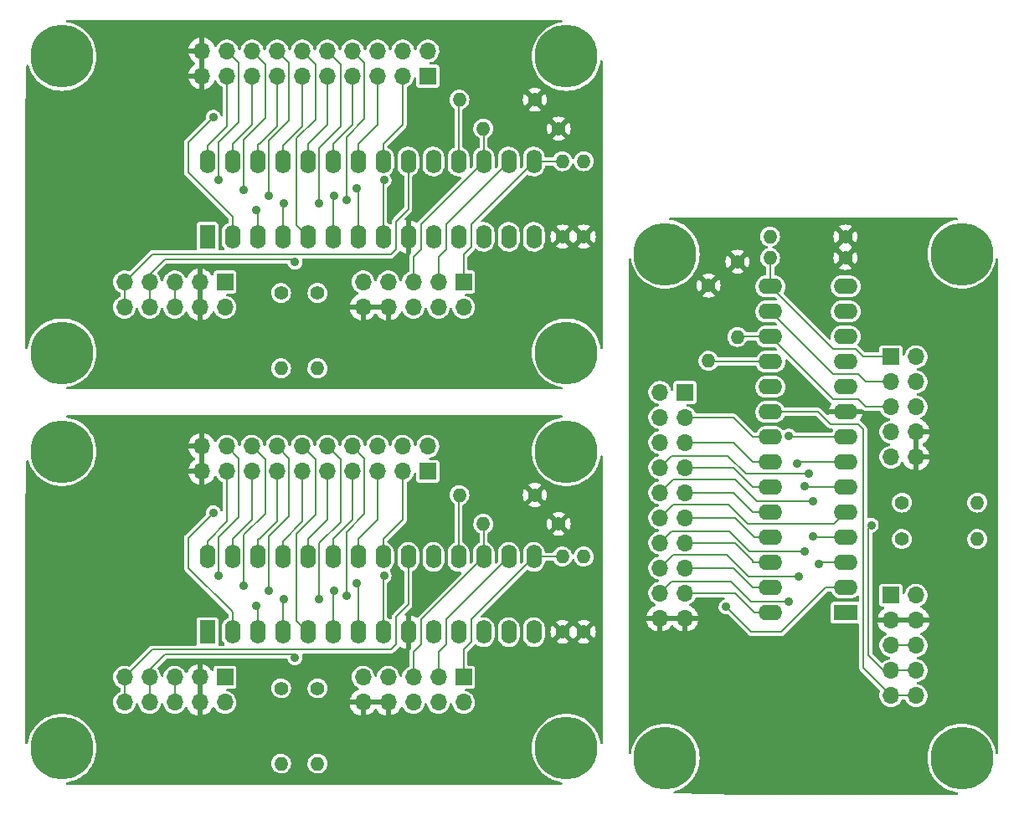
<source format=gtl>
%MOIN*%
%OFA0B0*%
%FSLAX46Y46*%
%IPPOS*%
%LPD*%
%ADD10C,0.055118110236220472*%
%ADD11O,0.055118110236220472X0.055118110236220472*%
%ADD12C,0.25*%
%ADD13R,0.066929133858267723X0.066929133858267723*%
%ADD14O,0.066929133858267723X0.066929133858267723*%
%ADD15R,0.062992125984251982X0.094488188976377951*%
%ADD16O,0.062992125984251982X0.094488188976377951*%
%ADD17C,0.035*%
%ADD18C,0.008*%
%ADD29C,0.055118110236220472*%
%ADD30O,0.055118110236220472X0.055118110236220472*%
%ADD31C,0.25*%
%ADD32R,0.066929133858267723X0.066929133858267723*%
%ADD33O,0.066929133858267723X0.066929133858267723*%
%ADD34R,0.062992125984251982X0.094488188976377951*%
%ADD35O,0.062992125984251982X0.094488188976377951*%
%ADD36C,0.035*%
%ADD37C,0.008*%
%ADD38C,0.055118110236220472*%
%ADD39O,0.055118110236220472X0.055118110236220472*%
%ADD40C,0.25*%
%ADD41R,0.066929133858267723X0.066929133858267723*%
%ADD42O,0.066929133858267723X0.066929133858267723*%
%ADD43R,0.094488188976377951X0.062992125984251982*%
%ADD44O,0.094488188976377951X0.062992125984251982*%
%ADD45C,0.035*%
%ADD46C,0.008*%
G01*
D10*
X0000000000Y0001496062D02*
X0002040000Y0001166062D03*
D11*
X0001740000Y0001166062D03*
D10*
X0002150000Y0000621062D03*
D11*
X0002150000Y0000921062D03*
D10*
X0002235000Y0000621062D03*
D11*
X0002235000Y0000921062D03*
D10*
X0002135000Y0001051062D03*
D11*
X0001835000Y0001051062D03*
D10*
X0001030000Y0000396062D03*
D11*
X0001030000Y0000096062D03*
D10*
X0001175000Y0000396062D03*
D11*
X0001175000Y0000096062D03*
D12*
X0002165354Y0000157480D03*
X0002165354Y0001338582D03*
X0000157480Y0001338582D03*
X0000157480Y0000157480D03*
D13*
X0001756299Y0000439763D03*
D14*
X0001756299Y0000339763D03*
X0001656299Y0000439763D03*
X0001656299Y0000339763D03*
X0001556299Y0000439763D03*
X0001556299Y0000339763D03*
X0001456299Y0000439763D03*
X0001456299Y0000339763D03*
X0001356299Y0000439763D03*
X0001356299Y0000339763D03*
D15*
X0000736299Y0000619763D03*
D16*
X0000836299Y0000619763D03*
X0000936299Y0000619763D03*
X0001036299Y0000619763D03*
X0001136299Y0000619763D03*
X0001236299Y0000619763D03*
X0001336299Y0000619763D03*
X0001436299Y0000619763D03*
X0001536299Y0000619763D03*
X0001636299Y0000619763D03*
X0001736299Y0000619763D03*
X0001836299Y0000619763D03*
X0001936299Y0000619763D03*
X0002036299Y0000619763D03*
X0002036299Y0000919763D03*
X0001936299Y0000919763D03*
X0001836299Y0000919763D03*
X0001736299Y0000919763D03*
X0001636299Y0000919763D03*
X0001536299Y0000919763D03*
X0001436299Y0000919763D03*
X0001336299Y0000919763D03*
X0001236299Y0000919763D03*
X0001136299Y0000919763D03*
X0001036299Y0000919763D03*
X0000936299Y0000919763D03*
X0000836299Y0000919763D03*
X0000736299Y0000919763D03*
D13*
X0000806299Y0000439763D03*
D14*
X0000806299Y0000339763D03*
X0000706299Y0000439763D03*
X0000706299Y0000339763D03*
X0000606299Y0000439763D03*
X0000606299Y0000339763D03*
X0000506299Y0000439763D03*
X0000506299Y0000339763D03*
X0000406299Y0000439763D03*
X0000406299Y0000339763D03*
D13*
X0001614173Y0001259842D03*
D14*
X0001614173Y0001359842D03*
X0001514173Y0001259842D03*
X0001514173Y0001359842D03*
X0001414173Y0001259842D03*
X0001414173Y0001359842D03*
X0001314173Y0001259842D03*
X0001314173Y0001359842D03*
X0001214173Y0001259842D03*
X0001214173Y0001359842D03*
X0001114173Y0001259842D03*
X0001114173Y0001359842D03*
X0001014173Y0001259842D03*
X0001014173Y0001359842D03*
X0000914173Y0001259842D03*
X0000914173Y0001359842D03*
X0000814173Y0001259842D03*
X0000814173Y0001359842D03*
X0000714173Y0001259842D03*
X0000714173Y0001359842D03*
D17*
X0000760000Y0001096062D03*
X0000930000Y0000726062D03*
X0001290000Y0000766062D03*
X0001180000Y0000751622D03*
X0001040000Y0000751622D03*
X0000980000Y0000783102D03*
X0001240000Y0000783102D03*
X0001085000Y0000518283D03*
X0001329999Y0000814582D03*
X0000880000Y0000806062D03*
X0000780000Y0000846062D03*
X0001440057Y0000845159D03*
D18*
X0001514173Y0001259842D02*
X0001514173Y0001067637D01*
X0001514173Y0001067637D02*
X0001436299Y0000989763D01*
X0001436299Y0000919763D02*
X0001436299Y0000989763D01*
X0001414173Y0001067637D02*
X0001336299Y0000989763D01*
X0001336299Y0000919763D02*
X0001336299Y0000989763D01*
X0001414173Y0001259842D02*
X0001414173Y0001067637D01*
X0000660000Y0000876062D02*
X0000836299Y0000699763D01*
X0000660000Y0000996062D02*
X0000660000Y0000876062D01*
X0000836299Y0000699763D02*
X0000836299Y0000619763D01*
X0000760000Y0001096062D02*
X0000660000Y0000996062D01*
X0001314173Y0001067637D02*
X0001236299Y0000989763D01*
X0001314173Y0001259842D02*
X0001314173Y0001067637D01*
X0001236299Y0000919763D02*
X0001236299Y0000989763D01*
X0001361618Y0001089653D02*
X0001361618Y0001312397D01*
X0001290000Y0001018035D02*
X0001361618Y0001089653D01*
X0001290000Y0000766062D02*
X0001290000Y0001018035D01*
X0000936299Y0000719763D02*
X0000930000Y0000726062D01*
X0001361618Y0001312397D02*
X0001314173Y0001359842D01*
X0000936299Y0000619763D02*
X0000936299Y0000719763D01*
X0001136299Y0000919763D02*
X0001136299Y0000989763D01*
X0001214173Y0001067637D02*
X0001136299Y0000989763D01*
X0001214173Y0001259842D02*
X0001214173Y0001067637D01*
X0001181776Y0000753398D02*
X0001181776Y0000974286D01*
X0001036299Y0000747921D02*
X0001040000Y0000751622D01*
X0001180000Y0000751622D02*
X0001181776Y0000753398D01*
X0001266727Y0001307287D02*
X0001214173Y0001359842D01*
X0001266727Y0001059238D02*
X0001266727Y0001307287D01*
X0001036299Y0000619763D02*
X0001036299Y0000747921D01*
X0001181776Y0000974286D02*
X0001266727Y0001059238D01*
X0001114173Y0001259842D02*
X0001114173Y0001060236D01*
X0001036299Y0000919763D02*
X0001036299Y0000982362D01*
X0001114173Y0001060236D02*
X0001036299Y0000982362D01*
X0001166727Y0001307287D02*
X0001114173Y0001359842D01*
X0001166727Y0001087361D02*
X0001166727Y0001307287D01*
X0001136299Y0000619763D02*
X0001090822Y0000665240D01*
X0001090822Y0001011455D02*
X0001166727Y0001087361D01*
X0001090822Y0000665240D02*
X0001090822Y0001011455D01*
X0001014173Y0001259842D02*
X0001014173Y0001060236D01*
X0001014173Y0001060236D02*
X0000943700Y0000989763D01*
X0000936299Y0000919763D02*
X0000936299Y0000989763D01*
X0000943700Y0000989763D02*
X0000936299Y0000989763D01*
X0001061618Y0001312397D02*
X0001014173Y0001359842D01*
X0001236299Y0000619763D02*
X0001236299Y0000779401D01*
X0000981776Y0000784878D02*
X0000981776Y0001002410D01*
X0000981776Y0001002410D02*
X0001061618Y0001082252D01*
X0000980000Y0000783102D02*
X0000981776Y0000784878D01*
X0001061618Y0001082252D02*
X0001061618Y0001312397D01*
X0001236299Y0000779401D02*
X0001240000Y0000783102D01*
X0000606299Y0000339763D02*
X0000606299Y0000439763D01*
X0000506299Y0000469763D02*
X0000566299Y0000529763D01*
X0000566299Y0000529763D02*
X0001073519Y0000529763D01*
X0001085000Y0000518283D02*
X0001073519Y0000529763D01*
X0000506299Y0000339763D02*
X0000506299Y0000439763D01*
X0000506299Y0000439763D02*
X0000506299Y0000469763D01*
X0001486299Y0000569763D02*
X0001486299Y0000679763D01*
X0001486299Y0000679763D02*
X0001536299Y0000729763D01*
X0001536299Y0000729763D02*
X0001536299Y0000919763D01*
X0000516299Y0000549763D02*
X0000406299Y0000439763D01*
X0001466299Y0000549763D02*
X0001486299Y0000569763D01*
X0000516299Y0000549763D02*
X0001466299Y0000549763D01*
X0000406299Y0000339763D02*
X0000406299Y0000439763D01*
X0000914173Y0001259842D02*
X0000914173Y0001067637D01*
X0000914173Y0001067637D02*
X0000836299Y0000989763D01*
X0000836299Y0000919763D02*
X0000836299Y0000989763D01*
X0000966727Y0001307287D02*
X0000914173Y0001359842D01*
X0000880000Y0000806062D02*
X0000881776Y0000807839D01*
X0000881776Y0000807839D02*
X0000881776Y0001007839D01*
X0000881776Y0001007839D02*
X0000966727Y0001092790D01*
X0000966727Y0001092790D02*
X0000966727Y0001307287D01*
X0001336299Y0000619763D02*
X0001336299Y0000808283D01*
X0001336299Y0000808283D02*
X0001329999Y0000814582D01*
X0000814173Y0001060236D02*
X0000736299Y0000982362D01*
X0000814173Y0001259842D02*
X0000814173Y0001060236D01*
X0000736299Y0000982362D02*
X0000736299Y0000919763D01*
X0001436299Y0000841400D02*
X0001440057Y0000845159D01*
X0000861618Y0001077681D02*
X0000861618Y0001312397D01*
X0000861618Y0001312397D02*
X0000814173Y0001359842D01*
X0000780000Y0000846062D02*
X0000781776Y0000847839D01*
X0001436299Y0000619763D02*
X0001436299Y0000841400D01*
X0000781776Y0000997839D02*
X0000861618Y0001077681D01*
X0000781776Y0000847839D02*
X0000781776Y0000997839D01*
X0001656299Y0000539763D02*
X0001686299Y0000569763D01*
X0001686299Y0000569763D02*
X0001686299Y0000669763D01*
X0001686299Y0000669763D02*
X0001936299Y0000919763D01*
X0001656299Y0000439763D02*
X0001656299Y0000539763D01*
X0001756299Y0000549763D02*
X0001786299Y0000579763D01*
X0001786299Y0000579763D02*
X0001786299Y0000669763D01*
X0001786299Y0000669763D02*
X0002036299Y0000919763D01*
X0002036299Y0000919763D02*
X0002148700Y0000919763D01*
X0002148700Y0000919763D02*
X0002150000Y0000921062D01*
X0001756299Y0000439763D02*
X0001756299Y0000549763D01*
X0001736299Y0000919763D02*
X0001736299Y0001162362D01*
X0001736299Y0001162362D02*
X0001740000Y0001166062D01*
X0001556299Y0000539763D02*
X0001586299Y0000569763D01*
X0001586299Y0000569763D02*
X0001586299Y0000669763D01*
X0001586299Y0000669763D02*
X0001836299Y0000919763D01*
X0001836299Y0001049763D02*
X0001835000Y0001051062D01*
X0001836299Y0000919763D02*
X0001836299Y0001049763D01*
X0001556299Y0000439763D02*
X0001556299Y0000539763D01*
G36*
X0002147640Y0001483275D02*
G01*
X0002149470Y0001481163D01*
X0002149868Y0001478396D01*
X0002148707Y0001475853D01*
X0002146355Y0001474342D01*
X0002145734Y0001474202D01*
X0002136827Y0001472792D01*
X0002122954Y0001469074D01*
X0002109546Y0001463928D01*
X0002109431Y0001463869D01*
X0002096866Y0001457467D01*
X0002096865Y0001457466D01*
X0002096750Y0001457408D01*
X0002084705Y0001449586D01*
X0002073544Y0001440547D01*
X0002063389Y0001430392D01*
X0002054350Y0001419231D01*
X0002046528Y0001407186D01*
X0002046470Y0001407071D01*
X0002046469Y0001407070D01*
X0002043354Y0001400955D01*
X0002040008Y0001394390D01*
X0002034862Y0001380982D01*
X0002031144Y0001367109D01*
X0002030594Y0001363637D01*
X0002028952Y0001353266D01*
X0002028898Y0001352924D01*
X0002028146Y0001338582D01*
X0002028898Y0001324240D01*
X0002028918Y0001324112D01*
X0002028918Y0001324112D01*
X0002029631Y0001319609D01*
X0002031144Y0001310055D01*
X0002034862Y0001296183D01*
X0002040008Y0001282775D01*
X0002040067Y0001282659D01*
X0002046361Y0001270307D01*
X0002046528Y0001269978D01*
X0002046599Y0001269869D01*
X0002046599Y0001269869D01*
X0002047852Y0001267940D01*
X0002054350Y0001257934D01*
X0002063389Y0001246772D01*
X0002073544Y0001236617D01*
X0002084705Y0001227579D01*
X0002085882Y0001226815D01*
X0002095950Y0001220276D01*
X0002096750Y0001219757D01*
X0002096865Y0001219698D01*
X0002096866Y0001219698D01*
X0002108149Y0001213949D01*
X0002109546Y0001213237D01*
X0002114362Y0001211388D01*
X0002122154Y0001208397D01*
X0002122954Y0001208090D01*
X0002136827Y0001204373D01*
X0002144369Y0001203178D01*
X0002150884Y0001202146D01*
X0002150884Y0001202146D01*
X0002151012Y0001202126D01*
X0002165354Y0001201374D01*
X0002179696Y0001202126D01*
X0002179824Y0001202146D01*
X0002179824Y0001202146D01*
X0002186339Y0001203178D01*
X0002193881Y0001204373D01*
X0002207753Y0001208090D01*
X0002208553Y0001208397D01*
X0002216346Y0001211388D01*
X0002221161Y0001213237D01*
X0002222559Y0001213949D01*
X0002233842Y0001219698D01*
X0002233842Y0001219698D01*
X0002233958Y0001219757D01*
X0002234757Y0001220276D01*
X0002244826Y0001226815D01*
X0002246002Y0001227579D01*
X0002257164Y0001236617D01*
X0002267319Y0001246772D01*
X0002276357Y0001257934D01*
X0002282855Y0001267940D01*
X0002284108Y0001269869D01*
X0002284108Y0001269869D01*
X0002284179Y0001269978D01*
X0002284347Y0001270307D01*
X0002290640Y0001282659D01*
X0002290699Y0001282775D01*
X0002295846Y0001296183D01*
X0002299563Y0001310055D01*
X0002300974Y0001318962D01*
X0002302171Y0001321488D01*
X0002304544Y0001322965D01*
X0002307339Y0001322925D01*
X0002309669Y0001321381D01*
X0002310793Y0001318822D01*
X0002310834Y0001318186D01*
X0002310834Y0000177876D01*
X0002310047Y0000175194D01*
X0002307934Y0000173364D01*
X0002305168Y0000172966D01*
X0002302625Y0000174127D01*
X0002301114Y0000176478D01*
X0002300974Y0000177100D01*
X0002299584Y0000185879D01*
X0002299563Y0000186007D01*
X0002295846Y0000199879D01*
X0002290699Y0000213287D01*
X0002284179Y0000226084D01*
X0002276357Y0000238128D01*
X0002267319Y0000249290D01*
X0002257164Y0000259445D01*
X0002246002Y0000268483D01*
X0002233958Y0000276305D01*
X0002233842Y0000276364D01*
X0002233842Y0000276364D01*
X0002221277Y0000282766D01*
X0002221161Y0000282825D01*
X0002213003Y0000285957D01*
X0002207875Y0000287925D01*
X0002207875Y0000287925D01*
X0002207753Y0000287972D01*
X0002193881Y0000291689D01*
X0002186339Y0000292884D01*
X0002179824Y0000293916D01*
X0002179824Y0000293916D01*
X0002179696Y0000293936D01*
X0002165354Y0000294687D01*
X0002151012Y0000293936D01*
X0002150884Y0000293916D01*
X0002150884Y0000293916D01*
X0002144369Y0000292884D01*
X0002136827Y0000291689D01*
X0002122954Y0000287972D01*
X0002122833Y0000287925D01*
X0002122833Y0000287925D01*
X0002117704Y0000285957D01*
X0002109546Y0000282825D01*
X0002109431Y0000282766D01*
X0002096866Y0000276364D01*
X0002096865Y0000276364D01*
X0002096750Y0000276305D01*
X0002084705Y0000268483D01*
X0002073544Y0000259445D01*
X0002063389Y0000249290D01*
X0002054350Y0000238128D01*
X0002046528Y0000226084D01*
X0002040008Y0000213287D01*
X0002034862Y0000199879D01*
X0002031144Y0000186007D01*
X0002031124Y0000185879D01*
X0002029079Y0000172966D01*
X0002028898Y0000171822D01*
X0002028146Y0000157480D01*
X0002028898Y0000143138D01*
X0002031144Y0000128953D01*
X0002034862Y0000115080D01*
X0002040008Y0000101672D01*
X0002040067Y0000101557D01*
X0002046402Y0000089125D01*
X0002046528Y0000088876D01*
X0002054350Y0000076831D01*
X0002063389Y0000065670D01*
X0002073544Y0000055515D01*
X0002084705Y0000046476D01*
X0002096750Y0000038654D01*
X0002096865Y0000038596D01*
X0002096866Y0000038595D01*
X0002100944Y0000036517D01*
X0002109546Y0000032134D01*
X0002122954Y0000026988D01*
X0002136827Y0000023270D01*
X0002145734Y0000021860D01*
X0002148259Y0000020662D01*
X0002149737Y0000018290D01*
X0002149697Y0000015495D01*
X0002148152Y0000013165D01*
X0002145593Y0000012040D01*
X0002144958Y0000012000D01*
X0000177876Y0000012000D01*
X0000175194Y0000012787D01*
X0000173364Y0000014899D01*
X0000172966Y0000017666D01*
X0000174127Y0000020209D01*
X0000176478Y0000021720D01*
X0000177100Y0000021860D01*
X0000186007Y0000023270D01*
X0000199879Y0000026988D01*
X0000213287Y0000032134D01*
X0000221889Y0000036517D01*
X0000225968Y0000038595D01*
X0000225968Y0000038596D01*
X0000226084Y0000038654D01*
X0000238128Y0000046476D01*
X0000249290Y0000055515D01*
X0000259445Y0000065670D01*
X0000268483Y0000076831D01*
X0000276305Y0000088876D01*
X0000276432Y0000089125D01*
X0000280250Y0000096618D01*
X0000990233Y0000096618D01*
X0000990883Y0000088883D01*
X0000993022Y0000081422D01*
X0000993133Y0000081206D01*
X0000996459Y0000074734D01*
X0000996459Y0000074734D01*
X0000996570Y0000074519D01*
X0001001391Y0000068436D01*
X0001001576Y0000068279D01*
X0001001576Y0000068278D01*
X0001004522Y0000065771D01*
X0001007302Y0000063405D01*
X0001014078Y0000059618D01*
X0001021459Y0000057220D01*
X0001029167Y0000056301D01*
X0001029408Y0000056320D01*
X0001029408Y0000056320D01*
X0001036664Y0000056878D01*
X0001036664Y0000056878D01*
X0001036906Y0000056896D01*
X0001037139Y0000056962D01*
X0001037139Y0000056962D01*
X0001040643Y0000057940D01*
X0001044381Y0000058984D01*
X0001045490Y0000059544D01*
X0001051093Y0000062374D01*
X0001051093Y0000062374D01*
X0001051309Y0000062483D01*
X0001057426Y0000067262D01*
X0001062498Y0000073138D01*
X0001064496Y0000076655D01*
X0001066212Y0000079675D01*
X0001066212Y0000079676D01*
X0001066331Y0000079886D01*
X0001068781Y0000087251D01*
X0001069754Y0000094952D01*
X0001069770Y0000096062D01*
X0001069715Y0000096618D01*
X0001135233Y0000096618D01*
X0001135883Y0000088883D01*
X0001138022Y0000081422D01*
X0001138133Y0000081206D01*
X0001141459Y0000074734D01*
X0001141459Y0000074734D01*
X0001141570Y0000074519D01*
X0001146391Y0000068436D01*
X0001146576Y0000068279D01*
X0001146576Y0000068278D01*
X0001149522Y0000065771D01*
X0001152302Y0000063405D01*
X0001159078Y0000059618D01*
X0001166459Y0000057220D01*
X0001174167Y0000056301D01*
X0001174408Y0000056320D01*
X0001174408Y0000056320D01*
X0001181664Y0000056878D01*
X0001181664Y0000056878D01*
X0001181906Y0000056896D01*
X0001182139Y0000056962D01*
X0001182139Y0000056962D01*
X0001185643Y0000057940D01*
X0001189381Y0000058984D01*
X0001190490Y0000059544D01*
X0001196093Y0000062374D01*
X0001196093Y0000062374D01*
X0001196309Y0000062483D01*
X0001202426Y0000067262D01*
X0001207498Y0000073138D01*
X0001209496Y0000076655D01*
X0001211212Y0000079675D01*
X0001211212Y0000079676D01*
X0001211331Y0000079886D01*
X0001213781Y0000087251D01*
X0001214754Y0000094952D01*
X0001214770Y0000096062D01*
X0001214012Y0000103787D01*
X0001211769Y0000111218D01*
X0001208125Y0000118071D01*
X0001203219Y0000124086D01*
X0001197239Y0000129034D01*
X0001197025Y0000129149D01*
X0001197025Y0000129149D01*
X0001190624Y0000132610D01*
X0001190624Y0000132610D01*
X0001190411Y0000132725D01*
X0001190180Y0000132797D01*
X0001190180Y0000132797D01*
X0001186704Y0000133873D01*
X0001182996Y0000135020D01*
X0001182756Y0000135046D01*
X0001182755Y0000135046D01*
X0001175518Y0000135806D01*
X0001175518Y0000135806D01*
X0001175277Y0000135832D01*
X0001172030Y0000135536D01*
X0001167789Y0000135150D01*
X0001167789Y0000135150D01*
X0001167547Y0000135128D01*
X0001167315Y0000135060D01*
X0001167315Y0000135060D01*
X0001161753Y0000133423D01*
X0001160101Y0000132937D01*
X0001153223Y0000129341D01*
X0001153034Y0000129189D01*
X0001153034Y0000129189D01*
X0001152584Y0000128827D01*
X0001147174Y0000124477D01*
X0001142185Y0000118531D01*
X0001142068Y0000118319D01*
X0001142068Y0000118319D01*
X0001139030Y0000112792D01*
X0001138445Y0000111730D01*
X0001138372Y0000111499D01*
X0001138372Y0000111499D01*
X0001138283Y0000111218D01*
X0001136098Y0000104331D01*
X0001135233Y0000096618D01*
X0001069715Y0000096618D01*
X0001069012Y0000103787D01*
X0001066769Y0000111218D01*
X0001063125Y0000118071D01*
X0001058219Y0000124086D01*
X0001052239Y0000129034D01*
X0001052025Y0000129149D01*
X0001052025Y0000129149D01*
X0001045624Y0000132610D01*
X0001045624Y0000132610D01*
X0001045411Y0000132725D01*
X0001045180Y0000132797D01*
X0001045180Y0000132797D01*
X0001041704Y0000133873D01*
X0001037996Y0000135020D01*
X0001037756Y0000135046D01*
X0001037755Y0000135046D01*
X0001030518Y0000135806D01*
X0001030518Y0000135806D01*
X0001030277Y0000135832D01*
X0001027030Y0000135536D01*
X0001022789Y0000135150D01*
X0001022789Y0000135150D01*
X0001022547Y0000135128D01*
X0001022315Y0000135060D01*
X0001022315Y0000135060D01*
X0001016753Y0000133423D01*
X0001015101Y0000132937D01*
X0001008223Y0000129341D01*
X0001008034Y0000129189D01*
X0001008034Y0000129189D01*
X0001007584Y0000128827D01*
X0001002174Y0000124477D01*
X0000997185Y0000118531D01*
X0000997068Y0000118319D01*
X0000997068Y0000118319D01*
X0000994030Y0000112792D01*
X0000993445Y0000111730D01*
X0000993372Y0000111499D01*
X0000993372Y0000111499D01*
X0000993283Y0000111218D01*
X0000991098Y0000104331D01*
X0000990233Y0000096618D01*
X0000280250Y0000096618D01*
X0000282766Y0000101557D01*
X0000282825Y0000101672D01*
X0000287972Y0000115080D01*
X0000291689Y0000128953D01*
X0000293936Y0000143138D01*
X0000294688Y0000157480D01*
X0000293936Y0000171822D01*
X0000293755Y0000172966D01*
X0000291710Y0000185879D01*
X0000291689Y0000186007D01*
X0000287972Y0000199879D01*
X0000282825Y0000213287D01*
X0000276305Y0000226084D01*
X0000268483Y0000238128D01*
X0000259445Y0000249290D01*
X0000249290Y0000259445D01*
X0000238128Y0000268483D01*
X0000226084Y0000276305D01*
X0000225968Y0000276364D01*
X0000225968Y0000276364D01*
X0000213403Y0000282766D01*
X0000213287Y0000282825D01*
X0000205129Y0000285957D01*
X0000200001Y0000287925D01*
X0000200001Y0000287925D01*
X0000199879Y0000287972D01*
X0000186007Y0000291689D01*
X0000178465Y0000292884D01*
X0000171950Y0000293916D01*
X0000171950Y0000293916D01*
X0000171822Y0000293936D01*
X0000157480Y0000294687D01*
X0000143138Y0000293936D01*
X0000143010Y0000293916D01*
X0000143010Y0000293916D01*
X0000136495Y0000292884D01*
X0000128953Y0000291689D01*
X0000115080Y0000287972D01*
X0000114959Y0000287925D01*
X0000114959Y0000287925D01*
X0000109830Y0000285957D01*
X0000101672Y0000282825D01*
X0000101557Y0000282766D01*
X0000088992Y0000276364D01*
X0000088991Y0000276364D01*
X0000088876Y0000276305D01*
X0000076831Y0000268483D01*
X0000065670Y0000259445D01*
X0000055515Y0000249290D01*
X0000046476Y0000238128D01*
X0000038654Y0000226084D01*
X0000032134Y0000213287D01*
X0000026988Y0000199879D01*
X0000023270Y0000186007D01*
X0000023250Y0000185879D01*
X0000021860Y0000177100D01*
X0000020662Y0000174574D01*
X0000018290Y0000173097D01*
X0000015495Y0000173137D01*
X0000013165Y0000174681D01*
X0000012040Y0000177240D01*
X0000012000Y0000177876D01*
X0000012000Y0000340959D01*
X0000360635Y0000340959D01*
X0000361182Y0000332617D01*
X0000363240Y0000324515D01*
X0000366739Y0000316924D01*
X0000371564Y0000310097D01*
X0000374417Y0000307318D01*
X0000376951Y0000304849D01*
X0000377552Y0000304264D01*
X0000377741Y0000304138D01*
X0000377741Y0000304138D01*
X0000380546Y0000302263D01*
X0000384503Y0000299620D01*
X0000384712Y0000299530D01*
X0000384712Y0000299530D01*
X0000391974Y0000296410D01*
X0000391974Y0000296410D01*
X0000392183Y0000296320D01*
X0000392405Y0000296270D01*
X0000392405Y0000296270D01*
X0000400115Y0000294525D01*
X0000400115Y0000294525D01*
X0000400336Y0000294475D01*
X0000400564Y0000294466D01*
X0000400564Y0000294466D01*
X0000403113Y0000294366D01*
X0000408689Y0000294147D01*
X0000412826Y0000294747D01*
X0000416737Y0000295314D01*
X0000416738Y0000295314D01*
X0000416962Y0000295346D01*
X0000417177Y0000295419D01*
X0000417178Y0000295419D01*
X0000424663Y0000297960D01*
X0000424878Y0000298033D01*
X0000432172Y0000302118D01*
X0000438599Y0000307463D01*
X0000443944Y0000313890D01*
X0000448029Y0000321184D01*
X0000450716Y0000329100D01*
X0000450748Y0000329324D01*
X0000450748Y0000329325D01*
X0000451194Y0000332397D01*
X0000451310Y0000333199D01*
X0000452474Y0000335740D01*
X0000454827Y0000337248D01*
X0000457623Y0000337245D01*
X0000459972Y0000335731D01*
X0000461130Y0000333187D01*
X0000461163Y0000332868D01*
X0000461167Y0000332845D01*
X0000461182Y0000332617D01*
X0000463240Y0000324515D01*
X0000466739Y0000316924D01*
X0000471564Y0000310097D01*
X0000474417Y0000307318D01*
X0000476951Y0000304849D01*
X0000477552Y0000304264D01*
X0000477741Y0000304138D01*
X0000477741Y0000304138D01*
X0000480546Y0000302263D01*
X0000484503Y0000299620D01*
X0000484712Y0000299530D01*
X0000484712Y0000299530D01*
X0000491974Y0000296410D01*
X0000491974Y0000296410D01*
X0000492183Y0000296320D01*
X0000492405Y0000296270D01*
X0000492405Y0000296270D01*
X0000500115Y0000294525D01*
X0000500115Y0000294525D01*
X0000500336Y0000294475D01*
X0000500564Y0000294466D01*
X0000500564Y0000294466D01*
X0000503113Y0000294366D01*
X0000508689Y0000294147D01*
X0000512826Y0000294747D01*
X0000516737Y0000295314D01*
X0000516738Y0000295314D01*
X0000516962Y0000295346D01*
X0000517177Y0000295419D01*
X0000517178Y0000295419D01*
X0000524663Y0000297960D01*
X0000524878Y0000298033D01*
X0000532172Y0000302118D01*
X0000538599Y0000307463D01*
X0000543944Y0000313890D01*
X0000548029Y0000321184D01*
X0000550716Y0000329100D01*
X0000550748Y0000329324D01*
X0000550748Y0000329325D01*
X0000551194Y0000332397D01*
X0000551310Y0000333199D01*
X0000552474Y0000335740D01*
X0000554827Y0000337248D01*
X0000557623Y0000337245D01*
X0000559972Y0000335731D01*
X0000561130Y0000333187D01*
X0000561163Y0000332868D01*
X0000561167Y0000332845D01*
X0000561182Y0000332617D01*
X0000563240Y0000324515D01*
X0000566739Y0000316924D01*
X0000571564Y0000310097D01*
X0000574417Y0000307318D01*
X0000576951Y0000304849D01*
X0000577552Y0000304264D01*
X0000577741Y0000304138D01*
X0000577741Y0000304138D01*
X0000580546Y0000302263D01*
X0000584503Y0000299620D01*
X0000584712Y0000299530D01*
X0000584712Y0000299530D01*
X0000591974Y0000296410D01*
X0000591974Y0000296410D01*
X0000592183Y0000296320D01*
X0000592405Y0000296270D01*
X0000592405Y0000296270D01*
X0000600115Y0000294525D01*
X0000600115Y0000294525D01*
X0000600336Y0000294475D01*
X0000600564Y0000294466D01*
X0000600564Y0000294466D01*
X0000603113Y0000294366D01*
X0000608689Y0000294147D01*
X0000612826Y0000294747D01*
X0000616737Y0000295314D01*
X0000616738Y0000295314D01*
X0000616962Y0000295346D01*
X0000617177Y0000295419D01*
X0000617178Y0000295419D01*
X0000624663Y0000297960D01*
X0000624878Y0000298033D01*
X0000632172Y0000302118D01*
X0000638599Y0000307463D01*
X0000643944Y0000313890D01*
X0000647686Y0000320572D01*
X0000649684Y0000322528D01*
X0000652421Y0000323092D01*
X0000655029Y0000322088D01*
X0000656610Y0000320015D01*
X0000658337Y0000315763D01*
X0000658520Y0000315401D01*
X0000662901Y0000308252D01*
X0000663140Y0000307925D01*
X0000668630Y0000301587D01*
X0000668920Y0000301303D01*
X0000675371Y0000295948D01*
X0000675703Y0000295715D01*
X0000682943Y0000291485D01*
X0000683308Y0000291309D01*
X0000691141Y0000288318D01*
X0000691531Y0000288205D01*
X0000695600Y0000287377D01*
X0000696153Y0000287424D01*
X0000696299Y0000287832D01*
X0000696299Y0000287853D01*
X0000716299Y0000287853D01*
X0000716459Y0000287308D01*
X0000716987Y0000287228D01*
X0000717251Y0000287262D01*
X0000717648Y0000287346D01*
X0000725679Y0000289756D01*
X0000726056Y0000289904D01*
X0000733586Y0000293592D01*
X0000733934Y0000293800D01*
X0000740760Y0000298669D01*
X0000741070Y0000298931D01*
X0000747009Y0000304849D01*
X0000747272Y0000305158D01*
X0000752165Y0000311967D01*
X0000752374Y0000312315D01*
X0000756089Y0000319832D01*
X0000756125Y0000319922D01*
X0000756149Y0000319953D01*
X0000756179Y0000320014D01*
X0000756192Y0000320008D01*
X0000757844Y0000322125D01*
X0000760482Y0000323050D01*
X0000763201Y0000322401D01*
X0000765242Y0000320172D01*
X0000766739Y0000316924D01*
X0000771564Y0000310097D01*
X0000774417Y0000307318D01*
X0000776951Y0000304849D01*
X0000777552Y0000304264D01*
X0000777741Y0000304138D01*
X0000777741Y0000304138D01*
X0000780546Y0000302263D01*
X0000784503Y0000299620D01*
X0000784712Y0000299530D01*
X0000784712Y0000299530D01*
X0000791974Y0000296410D01*
X0000791974Y0000296410D01*
X0000792183Y0000296320D01*
X0000792405Y0000296270D01*
X0000792405Y0000296270D01*
X0000800115Y0000294525D01*
X0000800115Y0000294525D01*
X0000800336Y0000294475D01*
X0000800564Y0000294466D01*
X0000800564Y0000294466D01*
X0000803113Y0000294366D01*
X0000808689Y0000294147D01*
X0000812826Y0000294747D01*
X0000816737Y0000295314D01*
X0000816738Y0000295314D01*
X0000816962Y0000295346D01*
X0000817177Y0000295419D01*
X0000817178Y0000295419D01*
X0000824663Y0000297960D01*
X0000824878Y0000298033D01*
X0000832172Y0000302118D01*
X0000838599Y0000307463D01*
X0000843944Y0000313890D01*
X0000848029Y0000321184D01*
X0000850716Y0000329100D01*
X0000850732Y0000329213D01*
X0001303868Y0000329213D01*
X0001305061Y0000323919D01*
X0001305182Y0000323532D01*
X0001308337Y0000315763D01*
X0001308520Y0000315401D01*
X0001312901Y0000308252D01*
X0001313140Y0000307925D01*
X0001318630Y0000301587D01*
X0001318920Y0000301303D01*
X0001325371Y0000295948D01*
X0001325703Y0000295715D01*
X0001332943Y0000291485D01*
X0001333308Y0000291309D01*
X0001341141Y0000288318D01*
X0001341531Y0000288205D01*
X0001345600Y0000287377D01*
X0001346153Y0000287424D01*
X0001346299Y0000287832D01*
X0001346299Y0000287853D01*
X0001366299Y0000287853D01*
X0001366459Y0000287308D01*
X0001366987Y0000287228D01*
X0001367251Y0000287262D01*
X0001367648Y0000287346D01*
X0001375679Y0000289756D01*
X0001376056Y0000289904D01*
X0001383586Y0000293592D01*
X0001383934Y0000293800D01*
X0001390760Y0000298669D01*
X0001391070Y0000298931D01*
X0001397009Y0000304849D01*
X0001397272Y0000305158D01*
X0001402284Y0000312133D01*
X0001402328Y0000312101D01*
X0001404199Y0000313823D01*
X0001406953Y0000314304D01*
X0001409529Y0000313220D01*
X0001410624Y0000311967D01*
X0001412901Y0000308252D01*
X0001413140Y0000307925D01*
X0001418630Y0000301587D01*
X0001418920Y0000301303D01*
X0001425371Y0000295948D01*
X0001425703Y0000295715D01*
X0001432943Y0000291485D01*
X0001433308Y0000291309D01*
X0001441141Y0000288318D01*
X0001441531Y0000288205D01*
X0001445600Y0000287377D01*
X0001446153Y0000287424D01*
X0001446299Y0000287832D01*
X0001446299Y0000329050D01*
X0001446123Y0000329650D01*
X0001446068Y0000329697D01*
X0001445765Y0000329763D01*
X0001367012Y0000329763D01*
X0001366412Y0000329587D01*
X0001366365Y0000329532D01*
X0001366299Y0000329230D01*
X0001366299Y0000287853D01*
X0001346299Y0000287853D01*
X0001346299Y0000329050D01*
X0001346123Y0000329650D01*
X0001346068Y0000329697D01*
X0001345765Y0000329763D01*
X0001304457Y0000329763D01*
X0001303924Y0000329607D01*
X0001303868Y0000329213D01*
X0000850732Y0000329213D01*
X0000850748Y0000329324D01*
X0000850748Y0000329325D01*
X0000851894Y0000337228D01*
X0000851915Y0000337373D01*
X0000851978Y0000339763D01*
X0000851381Y0000346258D01*
X0000851234Y0000347861D01*
X0000851234Y0000347861D01*
X0000851213Y0000348088D01*
X0000850740Y0000349763D01*
X0000850609Y0000350229D01*
X0001303716Y0000350229D01*
X0001303776Y0000349897D01*
X0001304263Y0000349763D01*
X0001461338Y0000349763D01*
X0001464020Y0000348976D01*
X0001465850Y0000346863D01*
X0001466299Y0000344803D01*
X0001466299Y0000287853D01*
X0001466459Y0000287308D01*
X0001466987Y0000287228D01*
X0001467251Y0000287262D01*
X0001467648Y0000287346D01*
X0001475679Y0000289756D01*
X0001476056Y0000289904D01*
X0001483586Y0000293592D01*
X0001483934Y0000293800D01*
X0001490760Y0000298669D01*
X0001491070Y0000298931D01*
X0001497009Y0000304849D01*
X0001497272Y0000305158D01*
X0001502165Y0000311967D01*
X0001502374Y0000312315D01*
X0001506089Y0000319832D01*
X0001506125Y0000319922D01*
X0001506149Y0000319953D01*
X0001506179Y0000320014D01*
X0001506192Y0000320008D01*
X0001507844Y0000322125D01*
X0001510482Y0000323050D01*
X0001513201Y0000322401D01*
X0001515242Y0000320172D01*
X0001516739Y0000316924D01*
X0001521564Y0000310097D01*
X0001524417Y0000307318D01*
X0001526951Y0000304849D01*
X0001527552Y0000304264D01*
X0001527741Y0000304138D01*
X0001527741Y0000304138D01*
X0001530546Y0000302263D01*
X0001534503Y0000299620D01*
X0001534712Y0000299530D01*
X0001534712Y0000299530D01*
X0001541974Y0000296410D01*
X0001541974Y0000296410D01*
X0001542183Y0000296320D01*
X0001542405Y0000296270D01*
X0001542405Y0000296270D01*
X0001550115Y0000294525D01*
X0001550115Y0000294525D01*
X0001550336Y0000294475D01*
X0001550564Y0000294466D01*
X0001550564Y0000294466D01*
X0001553113Y0000294366D01*
X0001558689Y0000294147D01*
X0001562826Y0000294747D01*
X0001566737Y0000295314D01*
X0001566738Y0000295314D01*
X0001566962Y0000295346D01*
X0001567177Y0000295419D01*
X0001567178Y0000295419D01*
X0001574663Y0000297960D01*
X0001574878Y0000298033D01*
X0001582172Y0000302118D01*
X0001588599Y0000307463D01*
X0001593944Y0000313890D01*
X0001598029Y0000321184D01*
X0001600716Y0000329100D01*
X0001600748Y0000329324D01*
X0001600748Y0000329325D01*
X0001601194Y0000332397D01*
X0001601310Y0000333199D01*
X0001602474Y0000335740D01*
X0001604827Y0000337248D01*
X0001607623Y0000337245D01*
X0001609972Y0000335731D01*
X0001611130Y0000333187D01*
X0001611163Y0000332868D01*
X0001611167Y0000332845D01*
X0001611182Y0000332617D01*
X0001613240Y0000324515D01*
X0001616739Y0000316924D01*
X0001621564Y0000310097D01*
X0001624417Y0000307318D01*
X0001626951Y0000304849D01*
X0001627552Y0000304264D01*
X0001627741Y0000304138D01*
X0001627741Y0000304138D01*
X0001630546Y0000302263D01*
X0001634503Y0000299620D01*
X0001634712Y0000299530D01*
X0001634712Y0000299530D01*
X0001641974Y0000296410D01*
X0001641974Y0000296410D01*
X0001642183Y0000296320D01*
X0001642405Y0000296270D01*
X0001642405Y0000296270D01*
X0001650115Y0000294525D01*
X0001650115Y0000294525D01*
X0001650336Y0000294475D01*
X0001650564Y0000294466D01*
X0001650564Y0000294466D01*
X0001653113Y0000294366D01*
X0001658689Y0000294147D01*
X0001662826Y0000294747D01*
X0001666737Y0000295314D01*
X0001666738Y0000295314D01*
X0001666962Y0000295346D01*
X0001667177Y0000295419D01*
X0001667178Y0000295419D01*
X0001674663Y0000297960D01*
X0001674878Y0000298033D01*
X0001682172Y0000302118D01*
X0001688599Y0000307463D01*
X0001693944Y0000313890D01*
X0001698029Y0000321184D01*
X0001700716Y0000329100D01*
X0001700748Y0000329324D01*
X0001700748Y0000329325D01*
X0001701194Y0000332397D01*
X0001701310Y0000333199D01*
X0001702474Y0000335740D01*
X0001704827Y0000337248D01*
X0001707623Y0000337245D01*
X0001709972Y0000335731D01*
X0001711130Y0000333187D01*
X0001711163Y0000332868D01*
X0001711167Y0000332845D01*
X0001711182Y0000332617D01*
X0001713240Y0000324515D01*
X0001716739Y0000316924D01*
X0001721564Y0000310097D01*
X0001724417Y0000307318D01*
X0001726951Y0000304849D01*
X0001727552Y0000304264D01*
X0001727741Y0000304138D01*
X0001727741Y0000304138D01*
X0001730546Y0000302263D01*
X0001734503Y0000299620D01*
X0001734712Y0000299530D01*
X0001734712Y0000299530D01*
X0001741974Y0000296410D01*
X0001741974Y0000296410D01*
X0001742183Y0000296320D01*
X0001742405Y0000296270D01*
X0001742405Y0000296270D01*
X0001750115Y0000294525D01*
X0001750115Y0000294525D01*
X0001750336Y0000294475D01*
X0001750564Y0000294466D01*
X0001750564Y0000294466D01*
X0001753113Y0000294366D01*
X0001758689Y0000294147D01*
X0001762826Y0000294747D01*
X0001766737Y0000295314D01*
X0001766738Y0000295314D01*
X0001766962Y0000295346D01*
X0001767177Y0000295419D01*
X0001767178Y0000295419D01*
X0001774663Y0000297960D01*
X0001774878Y0000298033D01*
X0001782172Y0000302118D01*
X0001788599Y0000307463D01*
X0001793944Y0000313890D01*
X0001798029Y0000321184D01*
X0001800716Y0000329100D01*
X0001800748Y0000329324D01*
X0001800748Y0000329325D01*
X0001801894Y0000337228D01*
X0001801915Y0000337373D01*
X0001801978Y0000339763D01*
X0001801381Y0000346258D01*
X0001801234Y0000347861D01*
X0001801234Y0000347861D01*
X0001801213Y0000348088D01*
X0001800740Y0000349763D01*
X0001799006Y0000355914D01*
X0001798944Y0000356133D01*
X0001795247Y0000363631D01*
X0001790245Y0000370329D01*
X0001785712Y0000374519D01*
X0001784273Y0000375849D01*
X0001784273Y0000375849D01*
X0001784106Y0000376003D01*
X0001777037Y0000380464D01*
X0001776002Y0000380876D01*
X0001774634Y0000381422D01*
X0001769272Y0000383561D01*
X0001769049Y0000383606D01*
X0001769049Y0000383606D01*
X0001764789Y0000384453D01*
X0001762312Y0000385749D01*
X0001760929Y0000388178D01*
X0001761079Y0000390969D01*
X0001762714Y0000393236D01*
X0001765315Y0000394259D01*
X0001765757Y0000394279D01*
X0001791549Y0000394279D01*
X0001791978Y0000394330D01*
X0001792228Y0000394360D01*
X0001792228Y0000394360D01*
X0001792597Y0000394404D01*
X0001796689Y0000396221D01*
X0001798267Y0000397802D01*
X0001799529Y0000399066D01*
X0001799529Y0000399066D01*
X0001799853Y0000399390D01*
X0001801663Y0000403486D01*
X0001801783Y0000404513D01*
X0001801783Y0000475014D01*
X0001801727Y0000475481D01*
X0001801702Y0000475692D01*
X0001801702Y0000475692D01*
X0001801658Y0000476062D01*
X0001799841Y0000480154D01*
X0001797653Y0000482338D01*
X0001796996Y0000482994D01*
X0001796996Y0000482994D01*
X0001796672Y0000483317D01*
X0001792576Y0000485128D01*
X0001791549Y0000485247D01*
X0001777279Y0000485247D01*
X0001774597Y0000486035D01*
X0001772767Y0000488147D01*
X0001772318Y0000490208D01*
X0001772318Y0000541073D01*
X0001773106Y0000543755D01*
X0001773771Y0000544581D01*
X0001799420Y0000570230D01*
X0001799598Y0000570578D01*
X0001799827Y0000570894D01*
X0001799954Y0000570801D01*
X0001801348Y0000572277D01*
X0001804062Y0000572947D01*
X0001806707Y0000572045D01*
X0001807099Y0000571738D01*
X0001810914Y0000568427D01*
X0001811118Y0000568309D01*
X0001811118Y0000568309D01*
X0001815755Y0000565627D01*
X0001818102Y0000564269D01*
X0001825946Y0000561545D01*
X0001826179Y0000561511D01*
X0001826179Y0000561511D01*
X0001833929Y0000560388D01*
X0001833930Y0000560388D01*
X0001834163Y0000560354D01*
X0001842458Y0000560738D01*
X0001842687Y0000560793D01*
X0001842687Y0000560793D01*
X0001850301Y0000562628D01*
X0001850301Y0000562628D01*
X0001850530Y0000562683D01*
X0001850745Y0000562781D01*
X0001850746Y0000562781D01*
X0001855652Y0000565012D01*
X0001858089Y0000566120D01*
X0001863883Y0000570230D01*
X0001864670Y0000570788D01*
X0001864670Y0000570788D01*
X0001864862Y0000570924D01*
X0001869733Y0000576012D01*
X0001870441Y0000576752D01*
X0001870604Y0000576922D01*
X0001875108Y0000583898D01*
X0001878212Y0000591600D01*
X0001879804Y0000599750D01*
X0001879814Y0000599968D01*
X0001879814Y0000601940D01*
X0001892783Y0000601940D01*
X0001893374Y0000595749D01*
X0001895711Y0000587781D01*
X0001895819Y0000587572D01*
X0001895819Y0000587572D01*
X0001898898Y0000581595D01*
X0001899513Y0000580399D01*
X0001904642Y0000573869D01*
X0001904821Y0000573715D01*
X0001904821Y0000573715D01*
X0001909464Y0000569685D01*
X0001910914Y0000568427D01*
X0001911118Y0000568309D01*
X0001911118Y0000568309D01*
X0001915755Y0000565627D01*
X0001918102Y0000564269D01*
X0001925946Y0000561545D01*
X0001926179Y0000561511D01*
X0001926179Y0000561511D01*
X0001933929Y0000560388D01*
X0001933930Y0000560388D01*
X0001934163Y0000560354D01*
X0001942458Y0000560738D01*
X0001942687Y0000560793D01*
X0001942687Y0000560793D01*
X0001950301Y0000562628D01*
X0001950301Y0000562628D01*
X0001950530Y0000562683D01*
X0001950745Y0000562781D01*
X0001950746Y0000562781D01*
X0001955652Y0000565012D01*
X0001958089Y0000566120D01*
X0001963883Y0000570230D01*
X0001964670Y0000570788D01*
X0001964670Y0000570788D01*
X0001964862Y0000570924D01*
X0001969733Y0000576012D01*
X0001970441Y0000576752D01*
X0001970604Y0000576922D01*
X0001975108Y0000583898D01*
X0001978212Y0000591600D01*
X0001979804Y0000599750D01*
X0001979814Y0000599968D01*
X0001979814Y0000601940D01*
X0001992783Y0000601940D01*
X0001993374Y0000595749D01*
X0001995711Y0000587781D01*
X0001995819Y0000587572D01*
X0001995819Y0000587572D01*
X0001998898Y0000581595D01*
X0001999513Y0000580399D01*
X0002004642Y0000573869D01*
X0002004821Y0000573715D01*
X0002004821Y0000573715D01*
X0002009464Y0000569685D01*
X0002010914Y0000568427D01*
X0002011118Y0000568309D01*
X0002011118Y0000568309D01*
X0002015755Y0000565627D01*
X0002018102Y0000564269D01*
X0002025946Y0000561545D01*
X0002026179Y0000561511D01*
X0002026179Y0000561511D01*
X0002033929Y0000560388D01*
X0002033930Y0000560388D01*
X0002034163Y0000560354D01*
X0002042458Y0000560738D01*
X0002042687Y0000560793D01*
X0002042687Y0000560793D01*
X0002050301Y0000562628D01*
X0002050301Y0000562628D01*
X0002050530Y0000562683D01*
X0002050745Y0000562781D01*
X0002050746Y0000562781D01*
X0002055652Y0000565012D01*
X0002058089Y0000566120D01*
X0002063883Y0000570230D01*
X0002064670Y0000570788D01*
X0002064670Y0000570788D01*
X0002064862Y0000570924D01*
X0002069733Y0000576012D01*
X0002070441Y0000576752D01*
X0002070604Y0000576922D01*
X0002073322Y0000581131D01*
X0002124421Y0000581131D01*
X0002124787Y0000580658D01*
X0002125952Y0000579842D01*
X0002126325Y0000579626D01*
X0002133475Y0000576292D01*
X0002133880Y0000576145D01*
X0002141500Y0000574103D01*
X0002141925Y0000574028D01*
X0002149784Y0000573341D01*
X0002150215Y0000573341D01*
X0002158074Y0000574028D01*
X0002158499Y0000574103D01*
X0002166119Y0000576145D01*
X0002166524Y0000576292D01*
X0002173674Y0000579626D01*
X0002174047Y0000579842D01*
X0002175245Y0000580681D01*
X0002175575Y0000581094D01*
X0002175556Y0000581131D01*
X0002209421Y0000581131D01*
X0002209787Y0000580658D01*
X0002210952Y0000579842D01*
X0002211325Y0000579626D01*
X0002218475Y0000576292D01*
X0002218880Y0000576145D01*
X0002226500Y0000574103D01*
X0002226925Y0000574028D01*
X0002234784Y0000573341D01*
X0002235215Y0000573341D01*
X0002243074Y0000574028D01*
X0002243499Y0000574103D01*
X0002251119Y0000576145D01*
X0002251524Y0000576292D01*
X0002258674Y0000579626D01*
X0002259047Y0000579842D01*
X0002260245Y0000580681D01*
X0002260575Y0000581094D01*
X0002260297Y0000581623D01*
X0002235504Y0000606416D01*
X0002234955Y0000606716D01*
X0002234883Y0000606711D01*
X0002234622Y0000606543D01*
X0002209674Y0000581595D01*
X0002209421Y0000581131D01*
X0002175556Y0000581131D01*
X0002175297Y0000581623D01*
X0002150504Y0000606416D01*
X0002149955Y0000606716D01*
X0002149883Y0000606711D01*
X0002149622Y0000606543D01*
X0002124674Y0000581595D01*
X0002124421Y0000581131D01*
X0002073322Y0000581131D01*
X0002075108Y0000583898D01*
X0002078212Y0000591600D01*
X0002079804Y0000599750D01*
X0002079814Y0000599968D01*
X0002079814Y0000620847D01*
X0002102278Y0000620847D01*
X0002102965Y0000612988D01*
X0002103040Y0000612563D01*
X0002105082Y0000604943D01*
X0002105229Y0000604538D01*
X0002108563Y0000597388D01*
X0002108779Y0000597015D01*
X0002109618Y0000595817D01*
X0002110031Y0000595487D01*
X0002110560Y0000595765D01*
X0002135353Y0000620558D01*
X0002135604Y0000621018D01*
X0002164346Y0000621018D01*
X0002164351Y0000620946D01*
X0002164519Y0000620685D01*
X0002189467Y0000595737D01*
X0002190016Y0000595437D01*
X0002190355Y0000595461D01*
X0002192042Y0000596121D01*
X0002194782Y0000595570D01*
X0002194964Y0000595452D01*
X0002195560Y0000595765D01*
X0002220353Y0000620558D01*
X0002220604Y0000621018D01*
X0002249346Y0000621018D01*
X0002249351Y0000620946D01*
X0002249519Y0000620685D01*
X0002274467Y0000595737D01*
X0002274931Y0000595484D01*
X0002275404Y0000595850D01*
X0002276220Y0000597015D01*
X0002276436Y0000597388D01*
X0002279770Y0000604538D01*
X0002279917Y0000604943D01*
X0002281959Y0000612563D01*
X0002282034Y0000612988D01*
X0002282721Y0000620847D01*
X0002282721Y0000621278D01*
X0002282034Y0000629137D01*
X0002281959Y0000629562D01*
X0002279917Y0000637182D01*
X0002279770Y0000637587D01*
X0002276436Y0000644737D01*
X0002276220Y0000645110D01*
X0002275381Y0000646308D01*
X0002274968Y0000646638D01*
X0002274439Y0000646360D01*
X0002249646Y0000621567D01*
X0002249346Y0000621018D01*
X0002220604Y0000621018D01*
X0002220653Y0000621107D01*
X0002220648Y0000621179D01*
X0002220480Y0000621440D01*
X0002195532Y0000646388D01*
X0002194983Y0000646688D01*
X0002194644Y0000646664D01*
X0002192957Y0000646004D01*
X0002190217Y0000646555D01*
X0002190035Y0000646673D01*
X0002189439Y0000646360D01*
X0002164646Y0000621567D01*
X0002164346Y0000621018D01*
X0002135604Y0000621018D01*
X0002135653Y0000621107D01*
X0002135648Y0000621179D01*
X0002135480Y0000621440D01*
X0002110532Y0000646388D01*
X0002110068Y0000646641D01*
X0002109595Y0000646275D01*
X0002108779Y0000645110D01*
X0002108563Y0000644737D01*
X0002105229Y0000637587D01*
X0002105082Y0000637182D01*
X0002103040Y0000629562D01*
X0002102965Y0000629137D01*
X0002102278Y0000621278D01*
X0002102278Y0000620847D01*
X0002079814Y0000620847D01*
X0002079814Y0000637586D01*
X0002079224Y0000643777D01*
X0002076886Y0000651745D01*
X0002076778Y0000651955D01*
X0002073192Y0000658917D01*
X0002073192Y0000658917D01*
X0002073084Y0000659127D01*
X0002071588Y0000661031D01*
X0002124424Y0000661031D01*
X0002124702Y0000660502D01*
X0002149495Y0000635709D01*
X0002150044Y0000635409D01*
X0002150116Y0000635414D01*
X0002150377Y0000635582D01*
X0002175325Y0000660530D01*
X0002175578Y0000660994D01*
X0002175550Y0000661031D01*
X0002209424Y0000661031D01*
X0002209702Y0000660502D01*
X0002234495Y0000635709D01*
X0002235044Y0000635409D01*
X0002235116Y0000635414D01*
X0002235377Y0000635582D01*
X0002260325Y0000660530D01*
X0002260578Y0000660994D01*
X0002260212Y0000661467D01*
X0002259047Y0000662283D01*
X0002258674Y0000662499D01*
X0002251524Y0000665833D01*
X0002251119Y0000665980D01*
X0002243499Y0000668022D01*
X0002243074Y0000668097D01*
X0002235215Y0000668784D01*
X0002234784Y0000668784D01*
X0002226925Y0000668097D01*
X0002226500Y0000668022D01*
X0002218880Y0000665980D01*
X0002218475Y0000665833D01*
X0002211325Y0000662499D01*
X0002210952Y0000662283D01*
X0002209754Y0000661444D01*
X0002209424Y0000661031D01*
X0002175550Y0000661031D01*
X0002175212Y0000661467D01*
X0002174047Y0000662283D01*
X0002173674Y0000662499D01*
X0002166524Y0000665833D01*
X0002166119Y0000665980D01*
X0002158499Y0000668022D01*
X0002158074Y0000668097D01*
X0002150215Y0000668784D01*
X0002149784Y0000668784D01*
X0002141925Y0000668097D01*
X0002141500Y0000668022D01*
X0002133880Y0000665980D01*
X0002133475Y0000665833D01*
X0002126325Y0000662499D01*
X0002125952Y0000662283D01*
X0002124754Y0000661444D01*
X0002124424Y0000661031D01*
X0002071588Y0000661031D01*
X0002067955Y0000665657D01*
X0002067777Y0000665812D01*
X0002067776Y0000665812D01*
X0002061862Y0000670945D01*
X0002061683Y0000671099D01*
X0002061479Y0000671217D01*
X0002061479Y0000671218D01*
X0002054700Y0000675139D01*
X0002054496Y0000675257D01*
X0002046652Y0000677981D01*
X0002046418Y0000678015D01*
X0002046418Y0000678015D01*
X0002038668Y0000679139D01*
X0002038668Y0000679139D01*
X0002038434Y0000679173D01*
X0002030139Y0000678789D01*
X0002029910Y0000678734D01*
X0002029910Y0000678734D01*
X0002022297Y0000676899D01*
X0002022297Y0000676899D01*
X0002022067Y0000676843D01*
X0002021852Y0000676746D01*
X0002021852Y0000676746D01*
X0002018579Y0000675257D01*
X0002014508Y0000673407D01*
X0002010535Y0000670588D01*
X0002008678Y0000669271D01*
X0002007735Y0000668602D01*
X0002007180Y0000668022D01*
X0002002318Y0000662944D01*
X0002001993Y0000662604D01*
X0001997489Y0000655628D01*
X0001994385Y0000647927D01*
X0001993916Y0000645524D01*
X0001992930Y0000640477D01*
X0001992794Y0000639777D01*
X0001992783Y0000639559D01*
X0001992783Y0000601940D01*
X0001979814Y0000601940D01*
X0001979814Y0000637586D01*
X0001979224Y0000643777D01*
X0001976886Y0000651745D01*
X0001976778Y0000651955D01*
X0001973192Y0000658917D01*
X0001973192Y0000658917D01*
X0001973084Y0000659127D01*
X0001967955Y0000665657D01*
X0001967777Y0000665812D01*
X0001967776Y0000665812D01*
X0001961862Y0000670945D01*
X0001961683Y0000671099D01*
X0001961479Y0000671217D01*
X0001961479Y0000671218D01*
X0001954700Y0000675139D01*
X0001954496Y0000675257D01*
X0001946652Y0000677981D01*
X0001946418Y0000678015D01*
X0001946418Y0000678015D01*
X0001938668Y0000679139D01*
X0001938668Y0000679139D01*
X0001938434Y0000679173D01*
X0001930139Y0000678789D01*
X0001929910Y0000678734D01*
X0001929910Y0000678734D01*
X0001922297Y0000676899D01*
X0001922297Y0000676899D01*
X0001922067Y0000676843D01*
X0001921852Y0000676746D01*
X0001921852Y0000676746D01*
X0001918579Y0000675257D01*
X0001914508Y0000673407D01*
X0001910535Y0000670588D01*
X0001908678Y0000669271D01*
X0001907735Y0000668602D01*
X0001907180Y0000668022D01*
X0001902318Y0000662944D01*
X0001901993Y0000662604D01*
X0001897489Y0000655628D01*
X0001894385Y0000647927D01*
X0001893916Y0000645524D01*
X0001892930Y0000640477D01*
X0001892794Y0000639777D01*
X0001892783Y0000639559D01*
X0001892783Y0000601940D01*
X0001879814Y0000601940D01*
X0001879814Y0000637586D01*
X0001879224Y0000643777D01*
X0001876886Y0000651745D01*
X0001876778Y0000651955D01*
X0001873192Y0000658917D01*
X0001873192Y0000658917D01*
X0001873084Y0000659127D01*
X0001867955Y0000665657D01*
X0001867777Y0000665812D01*
X0001867776Y0000665812D01*
X0001861862Y0000670945D01*
X0001861683Y0000671099D01*
X0001861479Y0000671217D01*
X0001861479Y0000671218D01*
X0001854700Y0000675139D01*
X0001854496Y0000675257D01*
X0001846652Y0000677981D01*
X0001846418Y0000678015D01*
X0001846418Y0000678015D01*
X0001838668Y0000679139D01*
X0001838668Y0000679139D01*
X0001838434Y0000679173D01*
X0001834125Y0000678973D01*
X0001830182Y0000678791D01*
X0001827466Y0000679454D01*
X0001825540Y0000681479D01*
X0001825015Y0000684224D01*
X0001826057Y0000686818D01*
X0001826445Y0000687254D01*
X0002006132Y0000866941D01*
X0002008585Y0000868281D01*
X0002011373Y0000868081D01*
X0002012124Y0000867727D01*
X0002014195Y0000866529D01*
X0002018102Y0000864269D01*
X0002025946Y0000861545D01*
X0002026179Y0000861511D01*
X0002026179Y0000861511D01*
X0002033929Y0000860388D01*
X0002033930Y0000860388D01*
X0002034163Y0000860354D01*
X0002042458Y0000860738D01*
X0002042687Y0000860793D01*
X0002042687Y0000860793D01*
X0002050301Y0000862628D01*
X0002050301Y0000862628D01*
X0002050530Y0000862683D01*
X0002050745Y0000862781D01*
X0002050746Y0000862781D01*
X0002057859Y0000866015D01*
X0002058089Y0000866120D01*
X0002064418Y0000870609D01*
X0002064670Y0000870788D01*
X0002064670Y0000870788D01*
X0002064862Y0000870924D01*
X0002070604Y0000876922D01*
X0002075108Y0000883898D01*
X0002078212Y0000891600D01*
X0002079308Y0000897213D01*
X0002079801Y0000899734D01*
X0002081088Y0000902215D01*
X0002083512Y0000903607D01*
X0002084669Y0000903744D01*
X0002111371Y0000903744D01*
X0002114053Y0000902956D01*
X0002115783Y0000901050D01*
X0002116459Y0000899735D01*
X0002116459Y0000899734D01*
X0002116570Y0000899519D01*
X0002121391Y0000893436D01*
X0002121576Y0000893279D01*
X0002121576Y0000893278D01*
X0002122554Y0000892446D01*
X0002127302Y0000888405D01*
X0002134078Y0000884619D01*
X0002141459Y0000882220D01*
X0002149167Y0000881301D01*
X0002149408Y0000881320D01*
X0002149408Y0000881320D01*
X0002156664Y0000881878D01*
X0002156664Y0000881878D01*
X0002156906Y0000881896D01*
X0002157139Y0000881962D01*
X0002157139Y0000881962D01*
X0002160643Y0000882940D01*
X0002164381Y0000883984D01*
X0002165490Y0000884544D01*
X0002171093Y0000887374D01*
X0002171093Y0000887374D01*
X0002171309Y0000887483D01*
X0002177426Y0000892262D01*
X0002181700Y0000897213D01*
X0002182339Y0000897954D01*
X0002182339Y0000897954D01*
X0002182498Y0000898138D01*
X0002184591Y0000901823D01*
X0002186212Y0000904675D01*
X0002186212Y0000904676D01*
X0002186331Y0000904886D01*
X0002187788Y0000909266D01*
X0002189382Y0000911562D01*
X0002191964Y0000912632D01*
X0002194715Y0000912136D01*
X0002196761Y0000910232D01*
X0002197264Y0000909067D01*
X0002198022Y0000906422D01*
X0002198133Y0000906206D01*
X0002201459Y0000899734D01*
X0002201459Y0000899734D01*
X0002201570Y0000899519D01*
X0002206391Y0000893436D01*
X0002206576Y0000893279D01*
X0002206576Y0000893278D01*
X0002207554Y0000892446D01*
X0002212302Y0000888405D01*
X0002219078Y0000884619D01*
X0002226459Y0000882220D01*
X0002234167Y0000881301D01*
X0002234408Y0000881320D01*
X0002234408Y0000881320D01*
X0002241664Y0000881878D01*
X0002241664Y0000881878D01*
X0002241906Y0000881896D01*
X0002242139Y0000881962D01*
X0002242139Y0000881962D01*
X0002245643Y0000882940D01*
X0002249381Y0000883984D01*
X0002250490Y0000884544D01*
X0002256093Y0000887374D01*
X0002256093Y0000887374D01*
X0002256309Y0000887483D01*
X0002262426Y0000892262D01*
X0002266700Y0000897213D01*
X0002267339Y0000897954D01*
X0002267339Y0000897954D01*
X0002267498Y0000898138D01*
X0002269591Y0000901823D01*
X0002271212Y0000904675D01*
X0002271212Y0000904676D01*
X0002271331Y0000904886D01*
X0002273781Y0000912251D01*
X0002274754Y0000919952D01*
X0002274770Y0000921062D01*
X0002274012Y0000928787D01*
X0002271769Y0000936218D01*
X0002270633Y0000938354D01*
X0002268239Y0000942857D01*
X0002268239Y0000942857D01*
X0002268125Y0000943071D01*
X0002263219Y0000949086D01*
X0002257239Y0000954034D01*
X0002257025Y0000954149D01*
X0002257025Y0000954149D01*
X0002250624Y0000957610D01*
X0002250624Y0000957610D01*
X0002250411Y0000957725D01*
X0002250180Y0000957797D01*
X0002250180Y0000957797D01*
X0002245282Y0000959313D01*
X0002242996Y0000960020D01*
X0002242756Y0000960046D01*
X0002242755Y0000960046D01*
X0002235518Y0000960806D01*
X0002235518Y0000960806D01*
X0002235277Y0000960832D01*
X0002232030Y0000960536D01*
X0002227789Y0000960150D01*
X0002227789Y0000960150D01*
X0002227547Y0000960128D01*
X0002227315Y0000960060D01*
X0002227315Y0000960060D01*
X0002221753Y0000958423D01*
X0002220101Y0000957937D01*
X0002213223Y0000954341D01*
X0002213034Y0000954189D01*
X0002213034Y0000954189D01*
X0002211710Y0000953125D01*
X0002207174Y0000949477D01*
X0002202185Y0000943531D01*
X0002202068Y0000943319D01*
X0002202068Y0000943319D01*
X0002200026Y0000939604D01*
X0002198445Y0000936730D01*
X0002198372Y0000936499D01*
X0002198372Y0000936498D01*
X0002198209Y0000935985D01*
X0002197250Y0000932962D01*
X0002197229Y0000932896D01*
X0002195668Y0000930578D01*
X0002193101Y0000929472D01*
X0002190343Y0000929929D01*
X0002188271Y0000931805D01*
X0002187752Y0000932962D01*
X0002186839Y0000935985D01*
X0002186769Y0000936218D01*
X0002185633Y0000938354D01*
X0002183239Y0000942857D01*
X0002183239Y0000942857D01*
X0002183125Y0000943071D01*
X0002178219Y0000949086D01*
X0002172239Y0000954034D01*
X0002172025Y0000954149D01*
X0002172025Y0000954149D01*
X0002165624Y0000957610D01*
X0002165624Y0000957610D01*
X0002165411Y0000957725D01*
X0002165180Y0000957797D01*
X0002165180Y0000957797D01*
X0002160282Y0000959313D01*
X0002157996Y0000960020D01*
X0002157756Y0000960046D01*
X0002157755Y0000960046D01*
X0002150518Y0000960806D01*
X0002150518Y0000960806D01*
X0002150277Y0000960832D01*
X0002147030Y0000960536D01*
X0002142789Y0000960150D01*
X0002142789Y0000960150D01*
X0002142547Y0000960128D01*
X0002142315Y0000960060D01*
X0002142315Y0000960060D01*
X0002136753Y0000958423D01*
X0002135101Y0000957937D01*
X0002128223Y0000954341D01*
X0002128034Y0000954189D01*
X0002128034Y0000954189D01*
X0002126710Y0000953125D01*
X0002122174Y0000949477D01*
X0002117185Y0000943531D01*
X0002117068Y0000943319D01*
X0002117068Y0000943319D01*
X0002114338Y0000938354D01*
X0002112356Y0000936383D01*
X0002109991Y0000935783D01*
X0002084496Y0000935783D01*
X0002081814Y0000936570D01*
X0002079984Y0000938683D01*
X0002079558Y0000940272D01*
X0002079246Y0000943542D01*
X0002079224Y0000943777D01*
X0002076886Y0000951745D01*
X0002075648Y0000954149D01*
X0002073192Y0000958917D01*
X0002073192Y0000958917D01*
X0002073084Y0000959127D01*
X0002067955Y0000965657D01*
X0002067777Y0000965812D01*
X0002067776Y0000965812D01*
X0002061862Y0000970945D01*
X0002061683Y0000971099D01*
X0002061479Y0000971217D01*
X0002061479Y0000971218D01*
X0002054700Y0000975139D01*
X0002054496Y0000975257D01*
X0002046652Y0000977981D01*
X0002046418Y0000978015D01*
X0002046418Y0000978015D01*
X0002038668Y0000979139D01*
X0002038668Y0000979139D01*
X0002038434Y0000979173D01*
X0002030139Y0000978789D01*
X0002029910Y0000978734D01*
X0002029910Y0000978734D01*
X0002022297Y0000976899D01*
X0002022297Y0000976899D01*
X0002022067Y0000976843D01*
X0002021852Y0000976746D01*
X0002021852Y0000976746D01*
X0002018579Y0000975257D01*
X0002014508Y0000973407D01*
X0002007735Y0000968602D01*
X0002001993Y0000962604D01*
X0001997489Y0000955628D01*
X0001996784Y0000953879D01*
X0001994935Y0000949291D01*
X0001994385Y0000947927D01*
X0001994340Y0000947695D01*
X0001992890Y0000940272D01*
X0001992794Y0000939777D01*
X0001992783Y0000939559D01*
X0001992783Y0000901940D01*
X0001992826Y0000901494D01*
X0001992296Y0000898749D01*
X0001991395Y0000897515D01*
X0001987940Y0000894059D01*
X0001985486Y0000892720D01*
X0001982698Y0000892919D01*
X0001980461Y0000894594D01*
X0001979484Y0000897213D01*
X0001979563Y0000898518D01*
X0001979804Y0000899750D01*
X0001979814Y0000899968D01*
X0001979814Y0000937586D01*
X0001979224Y0000943777D01*
X0001976886Y0000951745D01*
X0001975648Y0000954149D01*
X0001973192Y0000958917D01*
X0001973192Y0000958917D01*
X0001973084Y0000959127D01*
X0001967955Y0000965657D01*
X0001967777Y0000965812D01*
X0001967776Y0000965812D01*
X0001961862Y0000970945D01*
X0001961683Y0000971099D01*
X0001961479Y0000971217D01*
X0001961479Y0000971218D01*
X0001954700Y0000975139D01*
X0001954496Y0000975257D01*
X0001946652Y0000977981D01*
X0001946418Y0000978015D01*
X0001946418Y0000978015D01*
X0001938668Y0000979139D01*
X0001938668Y0000979139D01*
X0001938434Y0000979173D01*
X0001930139Y0000978789D01*
X0001929910Y0000978734D01*
X0001929910Y0000978734D01*
X0001922297Y0000976899D01*
X0001922297Y0000976899D01*
X0001922067Y0000976843D01*
X0001921852Y0000976746D01*
X0001921852Y0000976746D01*
X0001918579Y0000975257D01*
X0001914508Y0000973407D01*
X0001907735Y0000968602D01*
X0001901993Y0000962604D01*
X0001897489Y0000955628D01*
X0001896784Y0000953879D01*
X0001894935Y0000949291D01*
X0001894385Y0000947927D01*
X0001894340Y0000947695D01*
X0001892890Y0000940272D01*
X0001892794Y0000939777D01*
X0001892783Y0000939559D01*
X0001892783Y0000901940D01*
X0001892826Y0000901494D01*
X0001892296Y0000898749D01*
X0001891395Y0000897515D01*
X0001887940Y0000894059D01*
X0001885486Y0000892720D01*
X0001882698Y0000892919D01*
X0001880461Y0000894594D01*
X0001879484Y0000897213D01*
X0001879563Y0000898518D01*
X0001879804Y0000899750D01*
X0001879814Y0000899968D01*
X0001879814Y0000937586D01*
X0001879224Y0000943777D01*
X0001876886Y0000951745D01*
X0001875648Y0000954149D01*
X0001873192Y0000958917D01*
X0001873192Y0000958917D01*
X0001873084Y0000959127D01*
X0001867955Y0000965657D01*
X0001867777Y0000965812D01*
X0001867776Y0000965812D01*
X0001861862Y0000970945D01*
X0001861683Y0000971099D01*
X0001861479Y0000971217D01*
X0001861479Y0000971218D01*
X0001854795Y0000975084D01*
X0001852868Y0000977109D01*
X0001852318Y0000979378D01*
X0001852318Y0001011131D01*
X0002109421Y0001011131D01*
X0002109787Y0001010658D01*
X0002110952Y0001009842D01*
X0002111325Y0001009626D01*
X0002118475Y0001006292D01*
X0002118880Y0001006145D01*
X0002126500Y0001004103D01*
X0002126925Y0001004028D01*
X0002134784Y0001003341D01*
X0002135215Y0001003341D01*
X0002143074Y0001004028D01*
X0002143499Y0001004103D01*
X0002151119Y0001006145D01*
X0002151524Y0001006292D01*
X0002158674Y0001009626D01*
X0002159047Y0001009842D01*
X0002160245Y0001010681D01*
X0002160575Y0001011093D01*
X0002160297Y0001011623D01*
X0002135504Y0001036416D01*
X0002134955Y0001036716D01*
X0002134883Y0001036711D01*
X0002134622Y0001036543D01*
X0002109674Y0001011595D01*
X0002109421Y0001011131D01*
X0001852318Y0001011131D01*
X0001852318Y0001012416D01*
X0001853106Y0001015097D01*
X0001855042Y0001016843D01*
X0001856309Y0001017483D01*
X0001862426Y0001022262D01*
X0001867498Y0001028138D01*
X0001869482Y0001031630D01*
X0001871212Y0001034675D01*
X0001871212Y0001034676D01*
X0001871331Y0001034886D01*
X0001873781Y0001042251D01*
X0001874754Y0001049952D01*
X0001874767Y0001050847D01*
X0002087278Y0001050847D01*
X0002087965Y0001042988D01*
X0002088040Y0001042563D01*
X0002090082Y0001034943D01*
X0002090229Y0001034538D01*
X0002093563Y0001027388D01*
X0002093779Y0001027015D01*
X0002094618Y0001025817D01*
X0002095031Y0001025487D01*
X0002095560Y0001025765D01*
X0002120353Y0001050558D01*
X0002120604Y0001051018D01*
X0002149346Y0001051018D01*
X0002149351Y0001050946D01*
X0002149519Y0001050685D01*
X0002174467Y0001025737D01*
X0002174931Y0001025484D01*
X0002175404Y0001025850D01*
X0002176220Y0001027015D01*
X0002176436Y0001027388D01*
X0002179770Y0001034538D01*
X0002179917Y0001034943D01*
X0002181959Y0001042563D01*
X0002182034Y0001042988D01*
X0002182721Y0001050847D01*
X0002182721Y0001051278D01*
X0002182034Y0001059137D01*
X0002181959Y0001059562D01*
X0002179917Y0001067182D01*
X0002179770Y0001067587D01*
X0002176436Y0001074737D01*
X0002176220Y0001075110D01*
X0002175381Y0001076308D01*
X0002174968Y0001076638D01*
X0002174439Y0001076360D01*
X0002149646Y0001051567D01*
X0002149346Y0001051018D01*
X0002120604Y0001051018D01*
X0002120653Y0001051107D01*
X0002120648Y0001051179D01*
X0002120480Y0001051440D01*
X0002095532Y0001076388D01*
X0002095068Y0001076641D01*
X0002094595Y0001076275D01*
X0002093779Y0001075110D01*
X0002093563Y0001074737D01*
X0002090229Y0001067587D01*
X0002090082Y0001067182D01*
X0002088040Y0001059562D01*
X0002087965Y0001059137D01*
X0002087278Y0001051278D01*
X0002087278Y0001050847D01*
X0001874767Y0001050847D01*
X0001874770Y0001051062D01*
X0001874012Y0001058787D01*
X0001871769Y0001066218D01*
X0001870743Y0001068148D01*
X0001868239Y0001072857D01*
X0001868239Y0001072857D01*
X0001868125Y0001073071D01*
X0001865103Y0001076776D01*
X0001863372Y0001078898D01*
X0001863372Y0001078898D01*
X0001863219Y0001079086D01*
X0001857239Y0001084034D01*
X0001857025Y0001084149D01*
X0001857025Y0001084149D01*
X0001850624Y0001087610D01*
X0001850624Y0001087610D01*
X0001850411Y0001087725D01*
X0001850180Y0001087797D01*
X0001850180Y0001087797D01*
X0001846167Y0001089039D01*
X0001842996Y0001090020D01*
X0001842756Y0001090046D01*
X0001842755Y0001090046D01*
X0001835518Y0001090806D01*
X0001835518Y0001090806D01*
X0001835277Y0001090832D01*
X0001832030Y0001090536D01*
X0001827789Y0001090150D01*
X0001827789Y0001090150D01*
X0001827547Y0001090128D01*
X0001827315Y0001090060D01*
X0001827315Y0001090060D01*
X0001822537Y0001088654D01*
X0001820101Y0001087937D01*
X0001813223Y0001084341D01*
X0001813034Y0001084189D01*
X0001813034Y0001084189D01*
X0001811875Y0001083257D01*
X0001807174Y0001079477D01*
X0001802185Y0001073531D01*
X0001802068Y0001073319D01*
X0001802068Y0001073319D01*
X0001799225Y0001068148D01*
X0001798445Y0001066730D01*
X0001798372Y0001066499D01*
X0001798372Y0001066499D01*
X0001796515Y0001060645D01*
X0001796098Y0001059331D01*
X0001795233Y0001051618D01*
X0001795883Y0001043883D01*
X0001798022Y0001036422D01*
X0001798133Y0001036206D01*
X0001801459Y0001029734D01*
X0001801459Y0001029734D01*
X0001801570Y0001029519D01*
X0001806391Y0001023436D01*
X0001806576Y0001023279D01*
X0001806576Y0001023278D01*
X0001807554Y0001022446D01*
X0001812302Y0001018405D01*
X0001812514Y0001018287D01*
X0001817739Y0001015367D01*
X0001819695Y0001013371D01*
X0001820279Y0001011037D01*
X0001820279Y0000979224D01*
X0001819492Y0000976542D01*
X0001817372Y0000974709D01*
X0001814508Y0000973407D01*
X0001807735Y0000968602D01*
X0001801993Y0000962604D01*
X0001797489Y0000955628D01*
X0001796784Y0000953879D01*
X0001794935Y0000949291D01*
X0001794385Y0000947927D01*
X0001794340Y0000947695D01*
X0001792890Y0000940272D01*
X0001792794Y0000939777D01*
X0001792783Y0000939559D01*
X0001792783Y0000901940D01*
X0001792826Y0000901494D01*
X0001792296Y0000898749D01*
X0001791395Y0000897515D01*
X0001787940Y0000894059D01*
X0001785486Y0000892720D01*
X0001782698Y0000892919D01*
X0001780461Y0000894594D01*
X0001779484Y0000897213D01*
X0001779563Y0000898518D01*
X0001779804Y0000899750D01*
X0001779814Y0000899968D01*
X0001779814Y0000937586D01*
X0001779224Y0000943777D01*
X0001776886Y0000951745D01*
X0001775648Y0000954149D01*
X0001773192Y0000958917D01*
X0001773192Y0000958917D01*
X0001773084Y0000959127D01*
X0001767955Y0000965657D01*
X0001767777Y0000965812D01*
X0001767776Y0000965812D01*
X0001761862Y0000970945D01*
X0001761683Y0000971099D01*
X0001761479Y0000971217D01*
X0001761479Y0000971218D01*
X0001754795Y0000975084D01*
X0001752868Y0000977109D01*
X0001752318Y0000979378D01*
X0001752318Y0001091031D01*
X0002109424Y0001091031D01*
X0002109702Y0001090502D01*
X0002134495Y0001065709D01*
X0002135044Y0001065409D01*
X0002135116Y0001065414D01*
X0002135377Y0001065582D01*
X0002160325Y0001090530D01*
X0002160578Y0001090994D01*
X0002160212Y0001091467D01*
X0002159047Y0001092283D01*
X0002158674Y0001092499D01*
X0002151524Y0001095833D01*
X0002151119Y0001095980D01*
X0002143499Y0001098022D01*
X0002143074Y0001098097D01*
X0002135215Y0001098784D01*
X0002134784Y0001098784D01*
X0002126925Y0001098097D01*
X0002126500Y0001098022D01*
X0002118880Y0001095980D01*
X0002118475Y0001095833D01*
X0002111325Y0001092499D01*
X0002110952Y0001092283D01*
X0002109754Y0001091444D01*
X0002109424Y0001091031D01*
X0001752318Y0001091031D01*
X0001752318Y0001124890D01*
X0001752683Y0001126131D01*
X0002014421Y0001126131D01*
X0002014787Y0001125658D01*
X0002015952Y0001124842D01*
X0002016325Y0001124626D01*
X0002023475Y0001121292D01*
X0002023880Y0001121145D01*
X0002031500Y0001119103D01*
X0002031925Y0001119028D01*
X0002039784Y0001118341D01*
X0002040215Y0001118341D01*
X0002048074Y0001119028D01*
X0002048499Y0001119103D01*
X0002056119Y0001121145D01*
X0002056524Y0001121292D01*
X0002063674Y0001124626D01*
X0002064047Y0001124842D01*
X0002065245Y0001125681D01*
X0002065575Y0001126094D01*
X0002065297Y0001126623D01*
X0002040504Y0001151416D01*
X0002039955Y0001151716D01*
X0002039883Y0001151711D01*
X0002039622Y0001151543D01*
X0002014674Y0001126595D01*
X0002014421Y0001126131D01*
X0001752683Y0001126131D01*
X0001753106Y0001127572D01*
X0001755042Y0001129318D01*
X0001761309Y0001132483D01*
X0001767426Y0001137262D01*
X0001772498Y0001143138D01*
X0001774199Y0001146133D01*
X0001776212Y0001149675D01*
X0001776212Y0001149676D01*
X0001776331Y0001149886D01*
X0001778781Y0001157251D01*
X0001779754Y0001164952D01*
X0001779767Y0001165847D01*
X0001992278Y0001165847D01*
X0001992965Y0001157988D01*
X0001993040Y0001157563D01*
X0001995082Y0001149943D01*
X0001995229Y0001149538D01*
X0001998563Y0001142388D01*
X0001998779Y0001142015D01*
X0001999618Y0001140816D01*
X0002000031Y0001140487D01*
X0002000560Y0001140765D01*
X0002025353Y0001165558D01*
X0002025604Y0001166018D01*
X0002054346Y0001166018D01*
X0002054351Y0001165946D01*
X0002054519Y0001165685D01*
X0002079467Y0001140737D01*
X0002079931Y0001140484D01*
X0002080404Y0001140850D01*
X0002081220Y0001142015D01*
X0002081436Y0001142388D01*
X0002084770Y0001149538D01*
X0002084917Y0001149943D01*
X0002086959Y0001157563D01*
X0002087034Y0001157988D01*
X0002087721Y0001165847D01*
X0002087721Y0001166278D01*
X0002087034Y0001174137D01*
X0002086959Y0001174562D01*
X0002084917Y0001182182D01*
X0002084770Y0001182587D01*
X0002081436Y0001189737D01*
X0002081220Y0001190110D01*
X0002080381Y0001191308D01*
X0002079968Y0001191638D01*
X0002079439Y0001191360D01*
X0002054646Y0001166567D01*
X0002054346Y0001166018D01*
X0002025604Y0001166018D01*
X0002025653Y0001166107D01*
X0002025648Y0001166179D01*
X0002025480Y0001166440D01*
X0002000532Y0001191388D01*
X0002000068Y0001191641D01*
X0001999595Y0001191275D01*
X0001998779Y0001190110D01*
X0001998563Y0001189737D01*
X0001995229Y0001182587D01*
X0001995082Y0001182182D01*
X0001993040Y0001174562D01*
X0001992965Y0001174137D01*
X0001992278Y0001166278D01*
X0001992278Y0001165847D01*
X0001779767Y0001165847D01*
X0001779770Y0001166062D01*
X0001779012Y0001173787D01*
X0001776769Y0001181218D01*
X0001773125Y0001188071D01*
X0001768219Y0001194086D01*
X0001762239Y0001199034D01*
X0001762025Y0001199149D01*
X0001762025Y0001199149D01*
X0001755624Y0001202610D01*
X0001755624Y0001202610D01*
X0001755411Y0001202725D01*
X0001755180Y0001202797D01*
X0001755180Y0001202797D01*
X0001749980Y0001204406D01*
X0001747996Y0001205020D01*
X0001747756Y0001205046D01*
X0001747755Y0001205046D01*
X0001740518Y0001205806D01*
X0001740518Y0001205806D01*
X0001740277Y0001205832D01*
X0001737030Y0001205536D01*
X0001732789Y0001205150D01*
X0001732789Y0001205150D01*
X0001732547Y0001205128D01*
X0001732315Y0001205060D01*
X0001732315Y0001205060D01*
X0001729911Y0001204352D01*
X0001725101Y0001202937D01*
X0001718223Y0001199341D01*
X0001718034Y0001199189D01*
X0001718034Y0001199189D01*
X0001716711Y0001198125D01*
X0001712174Y0001194477D01*
X0001707185Y0001188531D01*
X0001707068Y0001188319D01*
X0001707068Y0001188319D01*
X0001704030Y0001182792D01*
X0001703445Y0001181730D01*
X0001703372Y0001181499D01*
X0001703372Y0001181499D01*
X0001703028Y0001180414D01*
X0001701098Y0001174331D01*
X0001700233Y0001166618D01*
X0001700883Y0001158883D01*
X0001703022Y0001151422D01*
X0001703133Y0001151206D01*
X0001706459Y0001144734D01*
X0001706459Y0001144734D01*
X0001706570Y0001144519D01*
X0001711391Y0001138436D01*
X0001711576Y0001138279D01*
X0001711576Y0001138278D01*
X0001712554Y0001137446D01*
X0001717302Y0001133405D01*
X0001717514Y0001133287D01*
X0001717738Y0001133161D01*
X0001719695Y0001131166D01*
X0001720279Y0001128831D01*
X0001720279Y0000979224D01*
X0001719492Y0000976542D01*
X0001717372Y0000974709D01*
X0001714508Y0000973407D01*
X0001707735Y0000968602D01*
X0001701993Y0000962604D01*
X0001697489Y0000955628D01*
X0001696784Y0000953879D01*
X0001694935Y0000949291D01*
X0001694385Y0000947927D01*
X0001694340Y0000947695D01*
X0001692890Y0000940272D01*
X0001692794Y0000939777D01*
X0001692783Y0000939559D01*
X0001692783Y0000901940D01*
X0001693374Y0000895749D01*
X0001695711Y0000887781D01*
X0001695819Y0000887572D01*
X0001695819Y0000887572D01*
X0001699049Y0000881301D01*
X0001699513Y0000880399D01*
X0001704642Y0000873869D01*
X0001704821Y0000873715D01*
X0001704821Y0000873715D01*
X0001708194Y0000870788D01*
X0001710914Y0000868427D01*
X0001711118Y0000868309D01*
X0001711118Y0000868309D01*
X0001717153Y0000864818D01*
X0001718102Y0000864269D01*
X0001725946Y0000861545D01*
X0001726179Y0000861511D01*
X0001726179Y0000861511D01*
X0001733929Y0000860388D01*
X0001733930Y0000860388D01*
X0001734163Y0000860354D01*
X0001738472Y0000860553D01*
X0001742416Y0000860736D01*
X0001745131Y0000860073D01*
X0001747057Y0000858047D01*
X0001747583Y0000855302D01*
X0001746540Y0000852709D01*
X0001746153Y0000852273D01*
X0001573177Y0000679297D01*
X0001573000Y0000678949D01*
X0001572845Y0000678736D01*
X0001570632Y0000677029D01*
X0001567847Y0000676790D01*
X0001565987Y0000677589D01*
X0001562323Y0000680154D01*
X0001561949Y0000680370D01*
X0001554175Y0000683995D01*
X0001553770Y0000684143D01*
X0001546988Y0000685960D01*
X0001546433Y0000685947D01*
X0001546299Y0000685634D01*
X0001546299Y0000554473D01*
X0001545511Y0000551791D01*
X0001544846Y0000550966D01*
X0001543177Y0000549297D01*
X0001543000Y0000548949D01*
X0001542775Y0000548507D01*
X0001542368Y0000547844D01*
X0001541847Y0000547127D01*
X0001541726Y0000546755D01*
X0001541726Y0000546755D01*
X0001541573Y0000546284D01*
X0001541275Y0000545565D01*
X0001540873Y0000544775D01*
X0001540812Y0000544390D01*
X0001540735Y0000543900D01*
X0001540553Y0000543143D01*
X0001540279Y0000542301D01*
X0001540279Y0000485795D01*
X0001539492Y0000483113D01*
X0001537379Y0000481283D01*
X0001537035Y0000481141D01*
X0001536847Y0000481071D01*
X0001536846Y0000481071D01*
X0001536633Y0000480993D01*
X0001536438Y0000480876D01*
X0001536438Y0000480876D01*
X0001533494Y0000479125D01*
X0001529449Y0000476718D01*
X0001523164Y0000471207D01*
X0001523024Y0000471029D01*
X0001523024Y0000471028D01*
X0001518638Y0000465465D01*
X0001517989Y0000464642D01*
X0001517883Y0000464441D01*
X0001514203Y0000457445D01*
X0001514203Y0000457445D01*
X0001514097Y0000457244D01*
X0001511618Y0000449260D01*
X0001511262Y0000446258D01*
X0001511247Y0000446129D01*
X0001510150Y0000443558D01*
X0001507837Y0000441988D01*
X0001505043Y0000441918D01*
X0001502654Y0000443370D01*
X0001501430Y0000445883D01*
X0001501381Y0000446258D01*
X0001501234Y0000447861D01*
X0001501234Y0000447861D01*
X0001501213Y0000448088D01*
X0001498944Y0000456133D01*
X0001495247Y0000463631D01*
X0001490245Y0000470329D01*
X0001485333Y0000474869D01*
X0001484273Y0000475849D01*
X0001484273Y0000475849D01*
X0001484106Y0000476003D01*
X0001477037Y0000480464D01*
X0001476002Y0000480876D01*
X0001472534Y0000482260D01*
X0001469272Y0000483561D01*
X0001469049Y0000483606D01*
X0001469049Y0000483606D01*
X0001461297Y0000485148D01*
X0001461297Y0000485148D01*
X0001461073Y0000485192D01*
X0001460846Y0000485195D01*
X0001460846Y0000485195D01*
X0001456664Y0000485250D01*
X0001452715Y0000485302D01*
X0001452490Y0000485263D01*
X0001452490Y0000485263D01*
X0001444700Y0000483924D01*
X0001444700Y0000483924D01*
X0001444476Y0000483886D01*
X0001436633Y0000480993D01*
X0001429449Y0000476718D01*
X0001423164Y0000471207D01*
X0001423024Y0000471029D01*
X0001423024Y0000471028D01*
X0001418638Y0000465465D01*
X0001417989Y0000464642D01*
X0001417883Y0000464441D01*
X0001414203Y0000457445D01*
X0001414203Y0000457445D01*
X0001414097Y0000457244D01*
X0001411618Y0000449260D01*
X0001411262Y0000446258D01*
X0001411247Y0000446129D01*
X0001410150Y0000443558D01*
X0001407837Y0000441988D01*
X0001405043Y0000441918D01*
X0001402654Y0000443370D01*
X0001401430Y0000445883D01*
X0001401381Y0000446258D01*
X0001401234Y0000447861D01*
X0001401234Y0000447861D01*
X0001401213Y0000448088D01*
X0001398944Y0000456133D01*
X0001395247Y0000463631D01*
X0001390245Y0000470329D01*
X0001385333Y0000474869D01*
X0001384273Y0000475849D01*
X0001384273Y0000475849D01*
X0001384106Y0000476003D01*
X0001377037Y0000480464D01*
X0001376002Y0000480876D01*
X0001372534Y0000482260D01*
X0001369272Y0000483561D01*
X0001369049Y0000483606D01*
X0001369049Y0000483606D01*
X0001361297Y0000485148D01*
X0001361297Y0000485148D01*
X0001361073Y0000485192D01*
X0001360846Y0000485195D01*
X0001360846Y0000485195D01*
X0001356664Y0000485250D01*
X0001352715Y0000485302D01*
X0001352490Y0000485263D01*
X0001352490Y0000485263D01*
X0001344700Y0000483924D01*
X0001344700Y0000483924D01*
X0001344476Y0000483886D01*
X0001336633Y0000480993D01*
X0001329449Y0000476718D01*
X0001323164Y0000471207D01*
X0001323024Y0000471029D01*
X0001323024Y0000471028D01*
X0001318638Y0000465465D01*
X0001317989Y0000464642D01*
X0001317883Y0000464441D01*
X0001314203Y0000457445D01*
X0001314203Y0000457445D01*
X0001314097Y0000457244D01*
X0001311618Y0000449260D01*
X0001310635Y0000440959D01*
X0001311182Y0000432617D01*
X0001313240Y0000424515D01*
X0001316739Y0000416924D01*
X0001321564Y0000410097D01*
X0001324417Y0000407318D01*
X0001326951Y0000404849D01*
X0001327552Y0000404264D01*
X0001327741Y0000404138D01*
X0001327741Y0000404138D01*
X0001329257Y0000403125D01*
X0001334503Y0000399620D01*
X0001334711Y0000399530D01*
X0001334712Y0000399530D01*
X0001335791Y0000399066D01*
X0001336608Y0000398715D01*
X0001338761Y0000396933D01*
X0001339609Y0000394269D01*
X0001338883Y0000391570D01*
X0001336812Y0000389693D01*
X0001336191Y0000389442D01*
X0001335703Y0000389283D01*
X0001335329Y0000389125D01*
X0001327892Y0000385254D01*
X0001327548Y0000385037D01*
X0001320843Y0000380003D01*
X0001320540Y0000379734D01*
X0001314747Y0000373672D01*
X0001314492Y0000373357D01*
X0001309767Y0000366431D01*
X0001309566Y0000366077D01*
X0001306036Y0000358473D01*
X0001305896Y0000358091D01*
X0001303716Y0000350229D01*
X0000850609Y0000350229D01*
X0000849006Y0000355914D01*
X0000848944Y0000356133D01*
X0000845247Y0000363631D01*
X0000840245Y0000370329D01*
X0000835712Y0000374519D01*
X0000834273Y0000375849D01*
X0000834273Y0000375849D01*
X0000834106Y0000376003D01*
X0000827037Y0000380464D01*
X0000826002Y0000380876D01*
X0000824634Y0000381422D01*
X0000819272Y0000383561D01*
X0000819049Y0000383606D01*
X0000819049Y0000383606D01*
X0000814789Y0000384453D01*
X0000812312Y0000385749D01*
X0000810929Y0000388178D01*
X0000811079Y0000390969D01*
X0000812714Y0000393236D01*
X0000815315Y0000394259D01*
X0000815757Y0000394279D01*
X0000841549Y0000394279D01*
X0000841978Y0000394330D01*
X0000842228Y0000394360D01*
X0000842228Y0000394360D01*
X0000842597Y0000394404D01*
X0000846689Y0000396221D01*
X0000847085Y0000396618D01*
X0000990233Y0000396618D01*
X0000990282Y0000396035D01*
X0000990708Y0000390969D01*
X0000990883Y0000388883D01*
X0000990950Y0000388650D01*
X0000992760Y0000382338D01*
X0000993022Y0000381422D01*
X0000993133Y0000381206D01*
X0000996459Y0000374734D01*
X0000996459Y0000374734D01*
X0000996570Y0000374519D01*
X0001001391Y0000368436D01*
X0001001576Y0000368279D01*
X0001001576Y0000368278D01*
X0001006823Y0000363813D01*
X0001007302Y0000363405D01*
X0001014078Y0000359618D01*
X0001021459Y0000357220D01*
X0001029167Y0000356301D01*
X0001029408Y0000356320D01*
X0001029408Y0000356320D01*
X0001036664Y0000356878D01*
X0001036664Y0000356878D01*
X0001036906Y0000356896D01*
X0001037139Y0000356962D01*
X0001037139Y0000356962D01*
X0001040643Y0000357940D01*
X0001044381Y0000358984D01*
X0001044721Y0000359155D01*
X0001051093Y0000362374D01*
X0001051093Y0000362374D01*
X0001051309Y0000362483D01*
X0001057426Y0000367262D01*
X0001060960Y0000371357D01*
X0001062339Y0000372954D01*
X0001062339Y0000372954D01*
X0001062498Y0000373138D01*
X0001064447Y0000376568D01*
X0001066212Y0000379675D01*
X0001066212Y0000379676D01*
X0001066331Y0000379886D01*
X0001068781Y0000387251D01*
X0001069754Y0000394952D01*
X0001069770Y0000396062D01*
X0001069715Y0000396618D01*
X0001135233Y0000396618D01*
X0001135282Y0000396035D01*
X0001135708Y0000390969D01*
X0001135883Y0000388883D01*
X0001135950Y0000388650D01*
X0001137760Y0000382338D01*
X0001138022Y0000381422D01*
X0001138133Y0000381206D01*
X0001141459Y0000374734D01*
X0001141459Y0000374734D01*
X0001141570Y0000374519D01*
X0001146391Y0000368436D01*
X0001146576Y0000368279D01*
X0001146576Y0000368278D01*
X0001151823Y0000363813D01*
X0001152302Y0000363405D01*
X0001159078Y0000359618D01*
X0001166459Y0000357220D01*
X0001174167Y0000356301D01*
X0001174408Y0000356320D01*
X0001174408Y0000356320D01*
X0001181664Y0000356878D01*
X0001181664Y0000356878D01*
X0001181906Y0000356896D01*
X0001182139Y0000356962D01*
X0001182139Y0000356962D01*
X0001185643Y0000357940D01*
X0001189381Y0000358984D01*
X0001189721Y0000359155D01*
X0001196093Y0000362374D01*
X0001196093Y0000362374D01*
X0001196309Y0000362483D01*
X0001202426Y0000367262D01*
X0001205960Y0000371357D01*
X0001207339Y0000372954D01*
X0001207339Y0000372954D01*
X0001207498Y0000373138D01*
X0001209447Y0000376568D01*
X0001211212Y0000379675D01*
X0001211212Y0000379676D01*
X0001211331Y0000379886D01*
X0001213781Y0000387251D01*
X0001214754Y0000394952D01*
X0001214770Y0000396062D01*
X0001214012Y0000403787D01*
X0001211769Y0000411218D01*
X0001211655Y0000411432D01*
X0001208239Y0000417857D01*
X0001208239Y0000417857D01*
X0001208125Y0000418071D01*
X0001205411Y0000421399D01*
X0001203372Y0000423898D01*
X0001203372Y0000423898D01*
X0001203219Y0000424086D01*
X0001197239Y0000429034D01*
X0001197025Y0000429149D01*
X0001197025Y0000429149D01*
X0001190624Y0000432610D01*
X0001190624Y0000432610D01*
X0001190411Y0000432725D01*
X0001190180Y0000432797D01*
X0001190180Y0000432797D01*
X0001183942Y0000434728D01*
X0001182996Y0000435020D01*
X0001182756Y0000435046D01*
X0001182755Y0000435046D01*
X0001175518Y0000435806D01*
X0001175518Y0000435806D01*
X0001175277Y0000435832D01*
X0001172030Y0000435536D01*
X0001167789Y0000435150D01*
X0001167789Y0000435150D01*
X0001167547Y0000435128D01*
X0001167315Y0000435060D01*
X0001167315Y0000435060D01*
X0001161753Y0000433423D01*
X0001160101Y0000432937D01*
X0001153223Y0000429341D01*
X0001153034Y0000429189D01*
X0001153034Y0000429189D01*
X0001151710Y0000428125D01*
X0001147174Y0000424477D01*
X0001142185Y0000418531D01*
X0001142068Y0000418319D01*
X0001142068Y0000418319D01*
X0001139537Y0000413716D01*
X0001138445Y0000411730D01*
X0001138372Y0000411499D01*
X0001138372Y0000411499D01*
X0001136202Y0000404657D01*
X0001136098Y0000404331D01*
X0001135233Y0000396618D01*
X0001069715Y0000396618D01*
X0001069012Y0000403787D01*
X0001066769Y0000411218D01*
X0001066655Y0000411432D01*
X0001063239Y0000417857D01*
X0001063239Y0000417857D01*
X0001063125Y0000418071D01*
X0001060411Y0000421399D01*
X0001058372Y0000423898D01*
X0001058372Y0000423898D01*
X0001058219Y0000424086D01*
X0001052239Y0000429034D01*
X0001052025Y0000429149D01*
X0001052025Y0000429149D01*
X0001045624Y0000432610D01*
X0001045624Y0000432610D01*
X0001045411Y0000432725D01*
X0001045180Y0000432797D01*
X0001045180Y0000432797D01*
X0001038942Y0000434728D01*
X0001037996Y0000435020D01*
X0001037756Y0000435046D01*
X0001037755Y0000435046D01*
X0001030518Y0000435806D01*
X0001030518Y0000435806D01*
X0001030277Y0000435832D01*
X0001027030Y0000435536D01*
X0001022789Y0000435150D01*
X0001022789Y0000435150D01*
X0001022547Y0000435128D01*
X0001022315Y0000435060D01*
X0001022315Y0000435060D01*
X0001016753Y0000433423D01*
X0001015101Y0000432937D01*
X0001008223Y0000429341D01*
X0001008034Y0000429189D01*
X0001008034Y0000429189D01*
X0001006710Y0000428125D01*
X0001002174Y0000424477D01*
X0000997185Y0000418531D01*
X0000997068Y0000418319D01*
X0000997068Y0000418319D01*
X0000994537Y0000413716D01*
X0000993445Y0000411730D01*
X0000993372Y0000411499D01*
X0000993372Y0000411499D01*
X0000991202Y0000404657D01*
X0000991098Y0000404331D01*
X0000990233Y0000396618D01*
X0000847085Y0000396618D01*
X0000848267Y0000397802D01*
X0000849529Y0000399066D01*
X0000849529Y0000399066D01*
X0000849853Y0000399390D01*
X0000851663Y0000403486D01*
X0000851783Y0000404513D01*
X0000851783Y0000475014D01*
X0000851727Y0000475481D01*
X0000851702Y0000475692D01*
X0000851702Y0000475692D01*
X0000851658Y0000476062D01*
X0000849841Y0000480154D01*
X0000847653Y0000482338D01*
X0000846996Y0000482994D01*
X0000846996Y0000482994D01*
X0000846672Y0000483317D01*
X0000842576Y0000485128D01*
X0000841549Y0000485247D01*
X0000771048Y0000485247D01*
X0000770620Y0000485196D01*
X0000770370Y0000485167D01*
X0000770370Y0000485167D01*
X0000770000Y0000485123D01*
X0000768152Y0000484302D01*
X0000766442Y0000483542D01*
X0000765908Y0000483305D01*
X0000764808Y0000482203D01*
X0000763068Y0000480460D01*
X0000763068Y0000480460D01*
X0000762745Y0000480136D01*
X0000760934Y0000476041D01*
X0000760814Y0000475014D01*
X0000760814Y0000470730D01*
X0000760027Y0000468049D01*
X0000757915Y0000466218D01*
X0000755148Y0000465820D01*
X0000752605Y0000466981D01*
X0000751689Y0000468036D01*
X0000748914Y0000472325D01*
X0000748666Y0000472647D01*
X0000743023Y0000478848D01*
X0000742727Y0000479125D01*
X0000736147Y0000484321D01*
X0000735809Y0000484546D01*
X0000728469Y0000488598D01*
X0000728098Y0000488765D01*
X0000720195Y0000491563D01*
X0000719802Y0000491667D01*
X0000717001Y0000492166D01*
X0000716477Y0000492108D01*
X0000716299Y0000491535D01*
X0000716299Y0000287853D01*
X0000696299Y0000287853D01*
X0000696299Y0000491610D01*
X0000696144Y0000492135D01*
X0000695582Y0000492213D01*
X0000694067Y0000491981D01*
X0000693672Y0000491887D01*
X0000685703Y0000489282D01*
X0000685329Y0000489125D01*
X0000677892Y0000485254D01*
X0000677548Y0000485037D01*
X0000670843Y0000480003D01*
X0000670540Y0000479734D01*
X0000664747Y0000473672D01*
X0000664492Y0000473357D01*
X0000659767Y0000466431D01*
X0000659566Y0000466077D01*
X0000656402Y0000459261D01*
X0000654559Y0000457160D01*
X0000651872Y0000456389D01*
X0000649195Y0000457193D01*
X0000647454Y0000459155D01*
X0000645347Y0000463427D01*
X0000645247Y0000463631D01*
X0000640245Y0000470329D01*
X0000635333Y0000474869D01*
X0000634273Y0000475849D01*
X0000634273Y0000475849D01*
X0000634106Y0000476003D01*
X0000627037Y0000480464D01*
X0000626002Y0000480876D01*
X0000622534Y0000482260D01*
X0000619272Y0000483561D01*
X0000619049Y0000483606D01*
X0000619049Y0000483606D01*
X0000611297Y0000485148D01*
X0000611297Y0000485148D01*
X0000611073Y0000485192D01*
X0000610846Y0000485195D01*
X0000610846Y0000485195D01*
X0000606664Y0000485250D01*
X0000602715Y0000485302D01*
X0000602490Y0000485263D01*
X0000602490Y0000485263D01*
X0000594700Y0000483924D01*
X0000594700Y0000483924D01*
X0000594476Y0000483886D01*
X0000586633Y0000480993D01*
X0000579449Y0000476718D01*
X0000573164Y0000471207D01*
X0000573024Y0000471029D01*
X0000573024Y0000471028D01*
X0000568638Y0000465465D01*
X0000567989Y0000464642D01*
X0000567883Y0000464441D01*
X0000564203Y0000457445D01*
X0000564203Y0000457445D01*
X0000564097Y0000457244D01*
X0000561618Y0000449260D01*
X0000561262Y0000446258D01*
X0000561247Y0000446129D01*
X0000560150Y0000443558D01*
X0000557837Y0000441988D01*
X0000555043Y0000441918D01*
X0000552654Y0000443370D01*
X0000551430Y0000445883D01*
X0000551381Y0000446258D01*
X0000551234Y0000447861D01*
X0000551234Y0000447861D01*
X0000551213Y0000448088D01*
X0000548944Y0000456133D01*
X0000545247Y0000463631D01*
X0000540245Y0000470329D01*
X0000540078Y0000470483D01*
X0000538460Y0000471979D01*
X0000537025Y0000474377D01*
X0000537115Y0000477171D01*
X0000538320Y0000479129D01*
X0000553812Y0000494621D01*
X0000571481Y0000512291D01*
X0000573935Y0000513630D01*
X0000574989Y0000513744D01*
X0001051820Y0000513744D01*
X0001054502Y0000512956D01*
X0001056332Y0000510844D01*
X0001056527Y0000510349D01*
X0001058033Y0000505823D01*
X0001061463Y0000500158D01*
X0001066064Y0000495394D01*
X0001066296Y0000495242D01*
X0001066296Y0000495242D01*
X0001071279Y0000491981D01*
X0001071606Y0000491767D01*
X0001071866Y0000491671D01*
X0001071866Y0000491671D01*
X0001073282Y0000491144D01*
X0001077813Y0000489459D01*
X0001080871Y0000489051D01*
X0001084103Y0000488620D01*
X0001084103Y0000488620D01*
X0001084377Y0000488583D01*
X0001084653Y0000488608D01*
X0001084654Y0000488608D01*
X0001090696Y0000489158D01*
X0001090973Y0000489183D01*
X0001091237Y0000489269D01*
X0001091237Y0000489269D01*
X0001097008Y0000491144D01*
X0001097271Y0000491230D01*
X0001097784Y0000491535D01*
X0001102722Y0000494479D01*
X0001102722Y0000494479D01*
X0001102960Y0000494621D01*
X0001107756Y0000499188D01*
X0001111421Y0000504704D01*
X0001113565Y0000510349D01*
X0001113674Y0000510636D01*
X0001113674Y0000510636D01*
X0001113773Y0000510895D01*
X0001114694Y0000517454D01*
X0001114706Y0000518283D01*
X0001113968Y0000524864D01*
X0001113825Y0000525275D01*
X0001113171Y0000527152D01*
X0001113033Y0000529943D01*
X0001114426Y0000532367D01*
X0001116908Y0000533652D01*
X0001117856Y0000533744D01*
X0001468836Y0000533744D01*
X0001469679Y0000534017D01*
X0001470435Y0000534199D01*
X0001470925Y0000534277D01*
X0001471311Y0000534338D01*
X0001472100Y0000534740D01*
X0001472819Y0000535038D01*
X0001473291Y0000535191D01*
X0001473291Y0000535191D01*
X0001473662Y0000535312D01*
X0001474379Y0000535833D01*
X0001475043Y0000536239D01*
X0001475832Y0000536642D01*
X0001479420Y0000540230D01*
X0001498518Y0000559327D01*
X0001498518Y0000559327D01*
X0001499420Y0000560230D01*
X0001499598Y0000560578D01*
X0001499752Y0000560790D01*
X0001501966Y0000562497D01*
X0001504751Y0000562736D01*
X0001506611Y0000561938D01*
X0001510275Y0000559372D01*
X0001510649Y0000559156D01*
X0001518423Y0000555531D01*
X0001518828Y0000555384D01*
X0001525610Y0000553567D01*
X0001526165Y0000553580D01*
X0001526299Y0000553893D01*
X0001526299Y0000685431D01*
X0001526123Y0000686031D01*
X0001526110Y0000686042D01*
X0001523802Y0000687096D01*
X0001522291Y0000689447D01*
X0001522291Y0000692242D01*
X0001523543Y0000694353D01*
X0001548518Y0000719327D01*
X0001548518Y0000719327D01*
X0001549420Y0000720230D01*
X0001549823Y0000721019D01*
X0001550229Y0000721682D01*
X0001550750Y0000722400D01*
X0001551024Y0000723243D01*
X0001551322Y0000723962D01*
X0001551547Y0000724403D01*
X0001551724Y0000724751D01*
X0001551863Y0000725627D01*
X0001552045Y0000726384D01*
X0001552198Y0000726855D01*
X0001552318Y0000727226D01*
X0001552318Y0000728502D01*
X0001552318Y0000728502D01*
X0001552318Y0000860302D01*
X0001553106Y0000862984D01*
X0001555226Y0000864818D01*
X0001557859Y0000866015D01*
X0001558089Y0000866120D01*
X0001564418Y0000870609D01*
X0001564670Y0000870788D01*
X0001564670Y0000870788D01*
X0001564862Y0000870924D01*
X0001570604Y0000876922D01*
X0001575108Y0000883898D01*
X0001578212Y0000891600D01*
X0001579308Y0000897213D01*
X0001579770Y0000899574D01*
X0001579770Y0000899575D01*
X0001579804Y0000899750D01*
X0001579814Y0000899968D01*
X0001579814Y0000901940D01*
X0001592783Y0000901940D01*
X0001593374Y0000895749D01*
X0001595711Y0000887781D01*
X0001595819Y0000887572D01*
X0001595819Y0000887572D01*
X0001599049Y0000881301D01*
X0001599513Y0000880399D01*
X0001604642Y0000873869D01*
X0001604821Y0000873715D01*
X0001604821Y0000873715D01*
X0001608194Y0000870788D01*
X0001610914Y0000868427D01*
X0001611118Y0000868309D01*
X0001611118Y0000868309D01*
X0001617153Y0000864818D01*
X0001618102Y0000864269D01*
X0001625946Y0000861545D01*
X0001626179Y0000861511D01*
X0001626179Y0000861511D01*
X0001633929Y0000860388D01*
X0001633930Y0000860388D01*
X0001634163Y0000860354D01*
X0001642458Y0000860738D01*
X0001642687Y0000860793D01*
X0001642687Y0000860793D01*
X0001650301Y0000862628D01*
X0001650301Y0000862628D01*
X0001650530Y0000862683D01*
X0001650745Y0000862781D01*
X0001650746Y0000862781D01*
X0001657859Y0000866015D01*
X0001658089Y0000866120D01*
X0001664418Y0000870609D01*
X0001664670Y0000870788D01*
X0001664670Y0000870788D01*
X0001664862Y0000870924D01*
X0001670604Y0000876922D01*
X0001675108Y0000883898D01*
X0001678212Y0000891600D01*
X0001679308Y0000897213D01*
X0001679770Y0000899574D01*
X0001679770Y0000899575D01*
X0001679804Y0000899750D01*
X0001679814Y0000899968D01*
X0001679814Y0000937586D01*
X0001679224Y0000943777D01*
X0001676886Y0000951745D01*
X0001675648Y0000954149D01*
X0001673192Y0000958917D01*
X0001673192Y0000958917D01*
X0001673084Y0000959127D01*
X0001667955Y0000965657D01*
X0001667777Y0000965812D01*
X0001667776Y0000965812D01*
X0001661862Y0000970945D01*
X0001661683Y0000971099D01*
X0001661479Y0000971217D01*
X0001661479Y0000971218D01*
X0001654700Y0000975139D01*
X0001654496Y0000975257D01*
X0001646652Y0000977981D01*
X0001646418Y0000978015D01*
X0001646418Y0000978015D01*
X0001638668Y0000979139D01*
X0001638668Y0000979139D01*
X0001638434Y0000979173D01*
X0001630139Y0000978789D01*
X0001629910Y0000978734D01*
X0001629910Y0000978734D01*
X0001622297Y0000976899D01*
X0001622297Y0000976899D01*
X0001622067Y0000976843D01*
X0001621852Y0000976746D01*
X0001621852Y0000976746D01*
X0001618579Y0000975257D01*
X0001614508Y0000973407D01*
X0001607735Y0000968602D01*
X0001601993Y0000962604D01*
X0001597489Y0000955628D01*
X0001596784Y0000953879D01*
X0001594935Y0000949291D01*
X0001594385Y0000947927D01*
X0001594340Y0000947695D01*
X0001592890Y0000940272D01*
X0001592794Y0000939777D01*
X0001592783Y0000939559D01*
X0001592783Y0000901940D01*
X0001579814Y0000901940D01*
X0001579814Y0000937586D01*
X0001579224Y0000943777D01*
X0001576886Y0000951745D01*
X0001575648Y0000954149D01*
X0001573192Y0000958917D01*
X0001573192Y0000958917D01*
X0001573084Y0000959127D01*
X0001567955Y0000965657D01*
X0001567777Y0000965812D01*
X0001567776Y0000965812D01*
X0001561862Y0000970945D01*
X0001561683Y0000971099D01*
X0001561479Y0000971217D01*
X0001561479Y0000971218D01*
X0001554700Y0000975139D01*
X0001554496Y0000975257D01*
X0001546652Y0000977981D01*
X0001546418Y0000978015D01*
X0001546418Y0000978015D01*
X0001538668Y0000979139D01*
X0001538668Y0000979139D01*
X0001538434Y0000979173D01*
X0001530139Y0000978789D01*
X0001529910Y0000978734D01*
X0001529910Y0000978734D01*
X0001522297Y0000976899D01*
X0001522297Y0000976899D01*
X0001522067Y0000976843D01*
X0001521852Y0000976746D01*
X0001521852Y0000976746D01*
X0001518579Y0000975257D01*
X0001514508Y0000973407D01*
X0001507735Y0000968602D01*
X0001501993Y0000962604D01*
X0001497489Y0000955628D01*
X0001496784Y0000953879D01*
X0001494935Y0000949291D01*
X0001494385Y0000947927D01*
X0001494340Y0000947695D01*
X0001492890Y0000940272D01*
X0001492794Y0000939777D01*
X0001492783Y0000939559D01*
X0001492783Y0000901940D01*
X0001493374Y0000895749D01*
X0001495711Y0000887781D01*
X0001495819Y0000887572D01*
X0001495819Y0000887572D01*
X0001499049Y0000881301D01*
X0001499513Y0000880399D01*
X0001504642Y0000873869D01*
X0001504821Y0000873715D01*
X0001504821Y0000873715D01*
X0001508194Y0000870788D01*
X0001510914Y0000868427D01*
X0001511118Y0000868309D01*
X0001511118Y0000868309D01*
X0001517802Y0000864442D01*
X0001519730Y0000862418D01*
X0001520279Y0000860148D01*
X0001520279Y0000738454D01*
X0001519492Y0000735772D01*
X0001518826Y0000734946D01*
X0001476765Y0000692885D01*
X0001473177Y0000689297D01*
X0001473000Y0000688949D01*
X0001472775Y0000688507D01*
X0001472368Y0000687844D01*
X0001471847Y0000687127D01*
X0001471726Y0000686755D01*
X0001471726Y0000686755D01*
X0001471573Y0000686284D01*
X0001471275Y0000685565D01*
X0001470873Y0000684775D01*
X0001470812Y0000684390D01*
X0001470735Y0000683900D01*
X0001470553Y0000683143D01*
X0001470279Y0000682301D01*
X0001470279Y0000674513D01*
X0001469492Y0000671831D01*
X0001467379Y0000670001D01*
X0001464612Y0000669603D01*
X0001462067Y0000670766D01*
X0001461683Y0000671099D01*
X0001461479Y0000671217D01*
X0001461479Y0000671218D01*
X0001454795Y0000675084D01*
X0001452868Y0000677109D01*
X0001452318Y0000679378D01*
X0001452318Y0000815281D01*
X0001453106Y0000817963D01*
X0001454739Y0000819542D01*
X0001454747Y0000819547D01*
X0001458018Y0000821497D01*
X0001462814Y0000826064D01*
X0001466479Y0000831580D01*
X0001467676Y0000834733D01*
X0001468732Y0000837512D01*
X0001468732Y0000837512D01*
X0001468830Y0000837771D01*
X0001468869Y0000838046D01*
X0001469730Y0000844175D01*
X0001469730Y0000844175D01*
X0001469752Y0000844329D01*
X0001469764Y0000845159D01*
X0001469025Y0000851740D01*
X0001466847Y0000857995D01*
X0001465695Y0000859840D01*
X0001463485Y0000863376D01*
X0001463338Y0000863611D01*
X0001463346Y0000863616D01*
X0001462352Y0000866073D01*
X0001462870Y0000868820D01*
X0001464418Y0000870609D01*
X0001464670Y0000870788D01*
X0001464670Y0000870788D01*
X0001464862Y0000870924D01*
X0001470604Y0000876922D01*
X0001475108Y0000883898D01*
X0001478212Y0000891600D01*
X0001479308Y0000897213D01*
X0001479770Y0000899574D01*
X0001479770Y0000899575D01*
X0001479804Y0000899750D01*
X0001479814Y0000899968D01*
X0001479814Y0000937586D01*
X0001479224Y0000943777D01*
X0001476886Y0000951745D01*
X0001475648Y0000954149D01*
X0001473192Y0000958917D01*
X0001473192Y0000958917D01*
X0001473084Y0000959127D01*
X0001467955Y0000965657D01*
X0001467777Y0000965812D01*
X0001467776Y0000965812D01*
X0001461862Y0000970945D01*
X0001461683Y0000971099D01*
X0001461479Y0000971217D01*
X0001461479Y0000971218D01*
X0001454795Y0000975084D01*
X0001452868Y0000977109D01*
X0001452318Y0000979378D01*
X0001452318Y0000981073D01*
X0001453106Y0000983755D01*
X0001453771Y0000984581D01*
X0001526392Y0001057201D01*
X0001526392Y0001057201D01*
X0001527294Y0001058104D01*
X0001527697Y0001058893D01*
X0001528103Y0001059557D01*
X0001528395Y0001059958D01*
X0001528624Y0001060274D01*
X0001528898Y0001061116D01*
X0001529196Y0001061836D01*
X0001529421Y0001062278D01*
X0001529421Y0001062278D01*
X0001529598Y0001062625D01*
X0001529659Y0001063011D01*
X0001529659Y0001063011D01*
X0001529737Y0001063501D01*
X0001529919Y0001064258D01*
X0001530072Y0001064729D01*
X0001530192Y0001065100D01*
X0001530192Y0001066376D01*
X0001530192Y0001066377D01*
X0001530192Y0001206031D01*
X0002014424Y0001206031D01*
X0002014702Y0001205502D01*
X0002039495Y0001180709D01*
X0002040044Y0001180409D01*
X0002040116Y0001180414D01*
X0002040377Y0001180582D01*
X0002065325Y0001205530D01*
X0002065578Y0001205994D01*
X0002065212Y0001206467D01*
X0002064047Y0001207283D01*
X0002063674Y0001207499D01*
X0002056524Y0001210833D01*
X0002056119Y0001210980D01*
X0002048499Y0001213022D01*
X0002048074Y0001213097D01*
X0002040215Y0001213784D01*
X0002039784Y0001213784D01*
X0002031925Y0001213097D01*
X0002031500Y0001213022D01*
X0002023880Y0001210980D01*
X0002023475Y0001210833D01*
X0002016325Y0001207499D01*
X0002015952Y0001207283D01*
X0002014754Y0001206444D01*
X0002014424Y0001206031D01*
X0001530192Y0001206031D01*
X0001530192Y0001213774D01*
X0001530980Y0001216456D01*
X0001532803Y0001218020D01*
X0001532752Y0001218112D01*
X0001535291Y0001219534D01*
X0001540046Y0001222197D01*
X0001541690Y0001223564D01*
X0001546298Y0001227397D01*
X0001546473Y0001227542D01*
X0001551818Y0001233969D01*
X0001555903Y0001241263D01*
X0001557108Y0001244815D01*
X0001558517Y0001248963D01*
X0001558517Y0001248963D01*
X0001558590Y0001249178D01*
X0001558622Y0001249403D01*
X0001558622Y0001249403D01*
X0001558819Y0001250757D01*
X0001559983Y0001253298D01*
X0001562336Y0001254806D01*
X0001565131Y0001254803D01*
X0001567481Y0001253289D01*
X0001568639Y0001250745D01*
X0001568688Y0001250045D01*
X0001568688Y0001224592D01*
X0001568726Y0001224278D01*
X0001568767Y0001223935D01*
X0001568813Y0001223544D01*
X0001570631Y0001219452D01*
X0001571458Y0001218626D01*
X0001573476Y0001216612D01*
X0001573476Y0001216612D01*
X0001573800Y0001216288D01*
X0001577895Y0001214478D01*
X0001578922Y0001214358D01*
X0001649423Y0001214358D01*
X0001649852Y0001214409D01*
X0001650102Y0001214438D01*
X0001650102Y0001214439D01*
X0001650471Y0001214482D01*
X0001654563Y0001216300D01*
X0001656141Y0001217881D01*
X0001657403Y0001219145D01*
X0001657403Y0001219145D01*
X0001657727Y0001219469D01*
X0001659537Y0001223564D01*
X0001659657Y0001224592D01*
X0001659657Y0001295092D01*
X0001659606Y0001295522D01*
X0001659576Y0001295771D01*
X0001659576Y0001295771D01*
X0001659532Y0001296140D01*
X0001657715Y0001300233D01*
X0001656008Y0001301936D01*
X0001654870Y0001303072D01*
X0001654870Y0001303072D01*
X0001654546Y0001303396D01*
X0001650450Y0001305207D01*
X0001649423Y0001305326D01*
X0001623970Y0001305326D01*
X0001621288Y0001306114D01*
X0001619457Y0001308226D01*
X0001619060Y0001310993D01*
X0001620221Y0001313535D01*
X0001622572Y0001315047D01*
X0001623258Y0001315196D01*
X0001624611Y0001315392D01*
X0001624612Y0001315392D01*
X0001624836Y0001315425D01*
X0001625051Y0001315498D01*
X0001625052Y0001315498D01*
X0001630875Y0001317475D01*
X0001632752Y0001318112D01*
X0001640046Y0001322197D01*
X0001646473Y0001327542D01*
X0001651818Y0001333969D01*
X0001655903Y0001341263D01*
X0001658590Y0001349178D01*
X0001658622Y0001349403D01*
X0001658622Y0001349403D01*
X0001659768Y0001357307D01*
X0001659789Y0001357451D01*
X0001659852Y0001359842D01*
X0001659087Y0001368166D01*
X0001658614Y0001369842D01*
X0001656880Y0001375993D01*
X0001656818Y0001376212D01*
X0001653121Y0001383709D01*
X0001648119Y0001390407D01*
X0001643942Y0001394268D01*
X0001642147Y0001395927D01*
X0001642147Y0001395927D01*
X0001641980Y0001396082D01*
X0001634911Y0001400542D01*
X0001633585Y0001401071D01*
X0001632523Y0001401495D01*
X0001627146Y0001403640D01*
X0001626923Y0001403684D01*
X0001626923Y0001403684D01*
X0001619171Y0001405227D01*
X0001619171Y0001405227D01*
X0001618947Y0001405271D01*
X0001618720Y0001405274D01*
X0001618720Y0001405274D01*
X0001614538Y0001405329D01*
X0001610589Y0001405380D01*
X0001610365Y0001405342D01*
X0001610364Y0001405342D01*
X0001602574Y0001404003D01*
X0001602574Y0001404003D01*
X0001602350Y0001403965D01*
X0001594507Y0001401071D01*
X0001587323Y0001396797D01*
X0001581038Y0001391285D01*
X0001580898Y0001391107D01*
X0001580898Y0001391107D01*
X0001576093Y0001385012D01*
X0001575863Y0001384721D01*
X0001575757Y0001384520D01*
X0001572077Y0001377524D01*
X0001572077Y0001377524D01*
X0001571971Y0001377323D01*
X0001569492Y0001369339D01*
X0001569465Y0001369113D01*
X0001569121Y0001366207D01*
X0001568024Y0001363637D01*
X0001565711Y0001362067D01*
X0001562917Y0001361997D01*
X0001560528Y0001363449D01*
X0001559304Y0001365962D01*
X0001559255Y0001366336D01*
X0001559108Y0001367940D01*
X0001559108Y0001367940D01*
X0001559087Y0001368166D01*
X0001558614Y0001369842D01*
X0001556880Y0001375993D01*
X0001556818Y0001376212D01*
X0001553121Y0001383709D01*
X0001548119Y0001390407D01*
X0001543942Y0001394268D01*
X0001542147Y0001395927D01*
X0001542147Y0001395927D01*
X0001541980Y0001396082D01*
X0001534911Y0001400542D01*
X0001533585Y0001401071D01*
X0001532523Y0001401495D01*
X0001527146Y0001403640D01*
X0001526923Y0001403684D01*
X0001526923Y0001403684D01*
X0001519171Y0001405227D01*
X0001519171Y0001405227D01*
X0001518947Y0001405271D01*
X0001518720Y0001405274D01*
X0001518720Y0001405274D01*
X0001514538Y0001405329D01*
X0001510589Y0001405380D01*
X0001510365Y0001405342D01*
X0001510364Y0001405342D01*
X0001502574Y0001404003D01*
X0001502574Y0001404003D01*
X0001502350Y0001403965D01*
X0001494507Y0001401071D01*
X0001487323Y0001396797D01*
X0001481038Y0001391285D01*
X0001480898Y0001391107D01*
X0001480898Y0001391107D01*
X0001476093Y0001385012D01*
X0001475863Y0001384721D01*
X0001475757Y0001384520D01*
X0001472077Y0001377524D01*
X0001472077Y0001377524D01*
X0001471971Y0001377323D01*
X0001469492Y0001369339D01*
X0001469465Y0001369113D01*
X0001469121Y0001366207D01*
X0001468024Y0001363637D01*
X0001465711Y0001362067D01*
X0001462917Y0001361997D01*
X0001460528Y0001363449D01*
X0001459304Y0001365962D01*
X0001459255Y0001366336D01*
X0001459108Y0001367940D01*
X0001459108Y0001367940D01*
X0001459087Y0001368166D01*
X0001458614Y0001369842D01*
X0001456880Y0001375993D01*
X0001456818Y0001376212D01*
X0001453121Y0001383709D01*
X0001448119Y0001390407D01*
X0001443942Y0001394268D01*
X0001442147Y0001395927D01*
X0001442147Y0001395927D01*
X0001441980Y0001396082D01*
X0001434911Y0001400542D01*
X0001433585Y0001401071D01*
X0001432523Y0001401495D01*
X0001427146Y0001403640D01*
X0001426923Y0001403684D01*
X0001426923Y0001403684D01*
X0001419171Y0001405227D01*
X0001419171Y0001405227D01*
X0001418947Y0001405271D01*
X0001418720Y0001405274D01*
X0001418720Y0001405274D01*
X0001414538Y0001405329D01*
X0001410589Y0001405380D01*
X0001410365Y0001405342D01*
X0001410364Y0001405342D01*
X0001402574Y0001404003D01*
X0001402574Y0001404003D01*
X0001402350Y0001403965D01*
X0001394507Y0001401071D01*
X0001387323Y0001396797D01*
X0001381038Y0001391285D01*
X0001380898Y0001391107D01*
X0001380898Y0001391107D01*
X0001376093Y0001385012D01*
X0001375863Y0001384721D01*
X0001375757Y0001384520D01*
X0001372077Y0001377524D01*
X0001372077Y0001377524D01*
X0001371971Y0001377323D01*
X0001369492Y0001369339D01*
X0001369465Y0001369113D01*
X0001369121Y0001366207D01*
X0001368024Y0001363637D01*
X0001365711Y0001362067D01*
X0001362917Y0001361997D01*
X0001360528Y0001363449D01*
X0001359304Y0001365962D01*
X0001359255Y0001366336D01*
X0001359108Y0001367940D01*
X0001359108Y0001367940D01*
X0001359087Y0001368166D01*
X0001358614Y0001369842D01*
X0001356880Y0001375993D01*
X0001356818Y0001376212D01*
X0001353121Y0001383709D01*
X0001348119Y0001390407D01*
X0001343942Y0001394268D01*
X0001342147Y0001395927D01*
X0001342147Y0001395927D01*
X0001341980Y0001396082D01*
X0001334911Y0001400542D01*
X0001333585Y0001401071D01*
X0001332523Y0001401495D01*
X0001327146Y0001403640D01*
X0001326923Y0001403684D01*
X0001326923Y0001403684D01*
X0001319171Y0001405227D01*
X0001319170Y0001405227D01*
X0001318947Y0001405271D01*
X0001318720Y0001405274D01*
X0001318720Y0001405274D01*
X0001314538Y0001405329D01*
X0001310589Y0001405380D01*
X0001310365Y0001405342D01*
X0001310364Y0001405342D01*
X0001302574Y0001404003D01*
X0001302574Y0001404003D01*
X0001302350Y0001403965D01*
X0001294507Y0001401071D01*
X0001287323Y0001396797D01*
X0001281038Y0001391285D01*
X0001280898Y0001391107D01*
X0001280898Y0001391107D01*
X0001276093Y0001385012D01*
X0001275863Y0001384721D01*
X0001275757Y0001384520D01*
X0001272077Y0001377524D01*
X0001272077Y0001377524D01*
X0001271971Y0001377323D01*
X0001269492Y0001369339D01*
X0001269465Y0001369113D01*
X0001269121Y0001366207D01*
X0001268024Y0001363637D01*
X0001265711Y0001362067D01*
X0001262917Y0001361997D01*
X0001260528Y0001363449D01*
X0001259304Y0001365962D01*
X0001259255Y0001366336D01*
X0001259108Y0001367940D01*
X0001259108Y0001367940D01*
X0001259087Y0001368166D01*
X0001258614Y0001369842D01*
X0001256880Y0001375993D01*
X0001256818Y0001376212D01*
X0001253121Y0001383709D01*
X0001248119Y0001390407D01*
X0001243942Y0001394268D01*
X0001242147Y0001395927D01*
X0001242147Y0001395927D01*
X0001241980Y0001396082D01*
X0001234911Y0001400542D01*
X0001233585Y0001401071D01*
X0001232523Y0001401495D01*
X0001227146Y0001403640D01*
X0001226923Y0001403684D01*
X0001226923Y0001403684D01*
X0001219171Y0001405227D01*
X0001219171Y0001405227D01*
X0001218947Y0001405271D01*
X0001218720Y0001405274D01*
X0001218720Y0001405274D01*
X0001214538Y0001405329D01*
X0001210589Y0001405380D01*
X0001210365Y0001405342D01*
X0001210364Y0001405342D01*
X0001202574Y0001404003D01*
X0001202574Y0001404003D01*
X0001202350Y0001403965D01*
X0001194507Y0001401071D01*
X0001187323Y0001396797D01*
X0001181038Y0001391285D01*
X0001180898Y0001391107D01*
X0001180898Y0001391107D01*
X0001176093Y0001385012D01*
X0001175863Y0001384721D01*
X0001175757Y0001384520D01*
X0001172077Y0001377524D01*
X0001172077Y0001377524D01*
X0001171971Y0001377323D01*
X0001169492Y0001369339D01*
X0001169465Y0001369113D01*
X0001169121Y0001366207D01*
X0001168024Y0001363637D01*
X0001165711Y0001362067D01*
X0001162917Y0001361997D01*
X0001160528Y0001363449D01*
X0001159304Y0001365962D01*
X0001159255Y0001366336D01*
X0001159108Y0001367940D01*
X0001159108Y0001367940D01*
X0001159087Y0001368166D01*
X0001158614Y0001369842D01*
X0001156880Y0001375993D01*
X0001156818Y0001376212D01*
X0001153121Y0001383709D01*
X0001148119Y0001390407D01*
X0001143942Y0001394268D01*
X0001142147Y0001395927D01*
X0001142147Y0001395927D01*
X0001141980Y0001396082D01*
X0001134911Y0001400542D01*
X0001133585Y0001401071D01*
X0001132523Y0001401495D01*
X0001127146Y0001403640D01*
X0001126923Y0001403684D01*
X0001126923Y0001403684D01*
X0001119171Y0001405227D01*
X0001119171Y0001405227D01*
X0001118947Y0001405271D01*
X0001118720Y0001405274D01*
X0001118720Y0001405274D01*
X0001114538Y0001405329D01*
X0001110589Y0001405380D01*
X0001110365Y0001405342D01*
X0001110364Y0001405342D01*
X0001102574Y0001404003D01*
X0001102574Y0001404003D01*
X0001102350Y0001403965D01*
X0001094507Y0001401071D01*
X0001087323Y0001396797D01*
X0001081038Y0001391285D01*
X0001080898Y0001391107D01*
X0001080898Y0001391107D01*
X0001076093Y0001385012D01*
X0001075863Y0001384721D01*
X0001075757Y0001384520D01*
X0001072077Y0001377524D01*
X0001072077Y0001377524D01*
X0001071971Y0001377323D01*
X0001069492Y0001369339D01*
X0001069465Y0001369113D01*
X0001069121Y0001366207D01*
X0001068024Y0001363637D01*
X0001065711Y0001362067D01*
X0001062917Y0001361997D01*
X0001060528Y0001363449D01*
X0001059304Y0001365962D01*
X0001059255Y0001366336D01*
X0001059108Y0001367940D01*
X0001059108Y0001367940D01*
X0001059087Y0001368166D01*
X0001058614Y0001369842D01*
X0001056880Y0001375993D01*
X0001056818Y0001376212D01*
X0001053121Y0001383709D01*
X0001048119Y0001390407D01*
X0001043942Y0001394268D01*
X0001042147Y0001395927D01*
X0001042147Y0001395927D01*
X0001041980Y0001396082D01*
X0001034911Y0001400542D01*
X0001033585Y0001401071D01*
X0001032523Y0001401495D01*
X0001027146Y0001403640D01*
X0001026923Y0001403684D01*
X0001026923Y0001403684D01*
X0001019171Y0001405227D01*
X0001019171Y0001405227D01*
X0001018947Y0001405271D01*
X0001018720Y0001405274D01*
X0001018720Y0001405274D01*
X0001014538Y0001405329D01*
X0001010589Y0001405380D01*
X0001010365Y0001405342D01*
X0001010364Y0001405342D01*
X0001002574Y0001404003D01*
X0001002574Y0001404003D01*
X0001002350Y0001403965D01*
X0000994507Y0001401071D01*
X0000987323Y0001396797D01*
X0000981038Y0001391285D01*
X0000980898Y0001391107D01*
X0000980898Y0001391107D01*
X0000976093Y0001385012D01*
X0000975863Y0001384721D01*
X0000975757Y0001384520D01*
X0000972077Y0001377524D01*
X0000972077Y0001377524D01*
X0000971971Y0001377323D01*
X0000969492Y0001369339D01*
X0000969465Y0001369113D01*
X0000969121Y0001366207D01*
X0000968024Y0001363637D01*
X0000965711Y0001362067D01*
X0000962917Y0001361997D01*
X0000960528Y0001363449D01*
X0000959304Y0001365962D01*
X0000959255Y0001366336D01*
X0000959108Y0001367940D01*
X0000959108Y0001367940D01*
X0000959087Y0001368166D01*
X0000958614Y0001369842D01*
X0000956880Y0001375993D01*
X0000956818Y0001376212D01*
X0000953121Y0001383709D01*
X0000948119Y0001390407D01*
X0000943942Y0001394268D01*
X0000942147Y0001395927D01*
X0000942147Y0001395927D01*
X0000941980Y0001396082D01*
X0000934911Y0001400542D01*
X0000933585Y0001401071D01*
X0000932523Y0001401495D01*
X0000927146Y0001403640D01*
X0000926923Y0001403684D01*
X0000926923Y0001403684D01*
X0000919171Y0001405227D01*
X0000919171Y0001405227D01*
X0000918947Y0001405271D01*
X0000918720Y0001405274D01*
X0000918720Y0001405274D01*
X0000914538Y0001405329D01*
X0000910589Y0001405380D01*
X0000910365Y0001405342D01*
X0000910364Y0001405342D01*
X0000902574Y0001404003D01*
X0000902574Y0001404003D01*
X0000902350Y0001403965D01*
X0000894507Y0001401071D01*
X0000887323Y0001396797D01*
X0000881038Y0001391285D01*
X0000880898Y0001391107D01*
X0000880898Y0001391107D01*
X0000876093Y0001385012D01*
X0000875863Y0001384721D01*
X0000875757Y0001384520D01*
X0000872077Y0001377524D01*
X0000872077Y0001377524D01*
X0000871971Y0001377323D01*
X0000869492Y0001369339D01*
X0000869465Y0001369113D01*
X0000869121Y0001366207D01*
X0000868024Y0001363637D01*
X0000865711Y0001362067D01*
X0000862917Y0001361997D01*
X0000860528Y0001363449D01*
X0000859304Y0001365962D01*
X0000859255Y0001366336D01*
X0000859108Y0001367940D01*
X0000859108Y0001367940D01*
X0000859087Y0001368166D01*
X0000858614Y0001369842D01*
X0000856880Y0001375993D01*
X0000856818Y0001376212D01*
X0000853121Y0001383709D01*
X0000848119Y0001390407D01*
X0000843942Y0001394268D01*
X0000842147Y0001395927D01*
X0000842147Y0001395927D01*
X0000841980Y0001396082D01*
X0000834911Y0001400542D01*
X0000833585Y0001401071D01*
X0000832523Y0001401495D01*
X0000827146Y0001403640D01*
X0000826923Y0001403684D01*
X0000826923Y0001403684D01*
X0000819171Y0001405227D01*
X0000819171Y0001405227D01*
X0000818947Y0001405271D01*
X0000818720Y0001405274D01*
X0000818720Y0001405274D01*
X0000814538Y0001405329D01*
X0000810589Y0001405380D01*
X0000810365Y0001405342D01*
X0000810364Y0001405342D01*
X0000802574Y0001404003D01*
X0000802574Y0001404003D01*
X0000802350Y0001403965D01*
X0000794507Y0001401071D01*
X0000787323Y0001396797D01*
X0000781038Y0001391285D01*
X0000780898Y0001391107D01*
X0000780898Y0001391107D01*
X0000776093Y0001385012D01*
X0000775863Y0001384721D01*
X0000775757Y0001384520D01*
X0000772901Y0001379091D01*
X0000770955Y0001377084D01*
X0000768234Y0001376448D01*
X0000765600Y0001377384D01*
X0000763962Y0001379423D01*
X0000761534Y0001385007D01*
X0000761342Y0001385364D01*
X0000756788Y0001392404D01*
X0000756540Y0001392726D01*
X0000750897Y0001398927D01*
X0000750601Y0001399204D01*
X0000744021Y0001404400D01*
X0000743683Y0001404625D01*
X0000736343Y0001408677D01*
X0000735972Y0001408843D01*
X0000728069Y0001411642D01*
X0000727676Y0001411746D01*
X0000724875Y0001412245D01*
X0000724351Y0001412187D01*
X0000724173Y0001411614D01*
X0000724173Y0001207932D01*
X0000724333Y0001207387D01*
X0000724861Y0001207307D01*
X0000725125Y0001207341D01*
X0000725522Y0001207425D01*
X0000733553Y0001209835D01*
X0000733930Y0001209982D01*
X0000741460Y0001213671D01*
X0000741808Y0001213879D01*
X0000748634Y0001218748D01*
X0000748944Y0001219010D01*
X0000754883Y0001224928D01*
X0000755146Y0001225237D01*
X0000760039Y0001232046D01*
X0000760248Y0001232394D01*
X0000763963Y0001239911D01*
X0000763999Y0001240000D01*
X0000764023Y0001240031D01*
X0000764053Y0001240093D01*
X0000764066Y0001240087D01*
X0000765718Y0001242204D01*
X0000768356Y0001243128D01*
X0000771075Y0001242480D01*
X0000773116Y0001240251D01*
X0000774613Y0001237002D01*
X0000779438Y0001230176D01*
X0000782177Y0001227508D01*
X0000784825Y0001224928D01*
X0000785426Y0001224343D01*
X0000785615Y0001224217D01*
X0000785615Y0001224216D01*
X0000791197Y0001220486D01*
X0000792377Y0001219698D01*
X0000792586Y0001219609D01*
X0000792586Y0001219609D01*
X0000795151Y0001218507D01*
X0000797304Y0001216724D01*
X0000798153Y0001213949D01*
X0000798153Y0001105596D01*
X0000797366Y0001102914D01*
X0000795253Y0001101084D01*
X0000792486Y0001100686D01*
X0000789944Y0001101847D01*
X0000788508Y0001103965D01*
X0000786881Y0001108636D01*
X0000786790Y0001108898D01*
X0000786411Y0001109504D01*
X0000783427Y0001114279D01*
X0000783280Y0001114515D01*
X0000782767Y0001115032D01*
X0000781020Y0001116791D01*
X0000778614Y0001119214D01*
X0000778208Y0001119472D01*
X0000775338Y0001121292D01*
X0000773022Y0001122762D01*
X0000771962Y0001123140D01*
X0000767044Y0001124891D01*
X0000767044Y0001124891D01*
X0000766783Y0001124984D01*
X0000766508Y0001125017D01*
X0000766508Y0001125017D01*
X0000762880Y0001125449D01*
X0000760207Y0001125768D01*
X0000759931Y0001125739D01*
X0000759931Y0001125739D01*
X0000753896Y0001125105D01*
X0000753896Y0001125105D01*
X0000753620Y0001125076D01*
X0000750327Y0001123955D01*
X0000747614Y0001123031D01*
X0000747614Y0001123031D01*
X0000747351Y0001122942D01*
X0000747115Y0001122796D01*
X0000747115Y0001122796D01*
X0000746818Y0001122614D01*
X0000741710Y0001119472D01*
X0000736979Y0001114838D01*
X0000733391Y0001109271D01*
X0000733296Y0001109010D01*
X0000733296Y0001109010D01*
X0000731221Y0001103308D01*
X0000731221Y0001103308D01*
X0000731126Y0001103048D01*
X0000730296Y0001096477D01*
X0000730651Y0001092859D01*
X0000730734Y0001092014D01*
X0000730212Y0001089268D01*
X0000729304Y0001088023D01*
X0000650466Y0001009184D01*
X0000646878Y0001005596D01*
X0000646482Y0001004820D01*
X0000646476Y0001004807D01*
X0000646069Y0001004143D01*
X0000645548Y0001003426D01*
X0000645427Y0001003055D01*
X0000645427Y0001003055D01*
X0000645274Y0001002583D01*
X0000644976Y0001001864D01*
X0000644574Y0001001075D01*
X0000644513Y0001000689D01*
X0000644435Y0001000199D01*
X0000644254Y0000999442D01*
X0000643980Y0000998600D01*
X0000643980Y0000873525D01*
X0000644100Y0000873154D01*
X0000644254Y0000872683D01*
X0000644435Y0000871926D01*
X0000644484Y0000871620D01*
X0000644574Y0000871050D01*
X0000644751Y0000870703D01*
X0000644751Y0000870703D01*
X0000644976Y0000870261D01*
X0000645274Y0000869542D01*
X0000645381Y0000869214D01*
X0000645548Y0000868699D01*
X0000645852Y0000868281D01*
X0000646069Y0000867982D01*
X0000646475Y0000867319D01*
X0000646878Y0000866529D01*
X0000647780Y0000865626D01*
X0000818826Y0000694581D01*
X0000820166Y0000692127D01*
X0000820279Y0000691073D01*
X0000820279Y0000679224D01*
X0000819492Y0000676542D01*
X0000817372Y0000674709D01*
X0000814508Y0000673407D01*
X0000810535Y0000670588D01*
X0000808678Y0000669271D01*
X0000807735Y0000668602D01*
X0000807180Y0000668022D01*
X0000802318Y0000662944D01*
X0000801993Y0000662604D01*
X0000797489Y0000655628D01*
X0000794385Y0000647927D01*
X0000793916Y0000645524D01*
X0000792930Y0000640477D01*
X0000792794Y0000639777D01*
X0000792783Y0000639559D01*
X0000792783Y0000601940D01*
X0000793374Y0000595749D01*
X0000795711Y0000587781D01*
X0000795819Y0000587572D01*
X0000795819Y0000587572D01*
X0000798898Y0000581595D01*
X0000799513Y0000580399D01*
X0000802656Y0000576399D01*
X0000804642Y0000573869D01*
X0000804572Y0000573814D01*
X0000805672Y0000571680D01*
X0000805405Y0000568898D01*
X0000803676Y0000566702D01*
X0000800800Y0000565783D01*
X0000784775Y0000565783D01*
X0000782093Y0000566570D01*
X0000780263Y0000568683D01*
X0000779814Y0000570744D01*
X0000779814Y0000668793D01*
X0000779758Y0000669271D01*
X0000779734Y0000669472D01*
X0000779734Y0000669472D01*
X0000779690Y0000669841D01*
X0000777872Y0000673933D01*
X0000775889Y0000675913D01*
X0000775027Y0000676773D01*
X0000775027Y0000676773D01*
X0000774703Y0000677097D01*
X0000770608Y0000678907D01*
X0000769581Y0000679027D01*
X0000703017Y0000679027D01*
X0000702588Y0000678976D01*
X0000702338Y0000678946D01*
X0000702338Y0000678946D01*
X0000701969Y0000678902D01*
X0000697877Y0000677085D01*
X0000697077Y0000676284D01*
X0000695037Y0000674240D01*
X0000695037Y0000674240D01*
X0000694713Y0000673916D01*
X0000692903Y0000669820D01*
X0000692783Y0000668793D01*
X0000692783Y0000570744D01*
X0000691995Y0000568062D01*
X0000689883Y0000566231D01*
X0000687822Y0000565783D01*
X0000513761Y0000565783D01*
X0000513390Y0000565662D01*
X0000512919Y0000565509D01*
X0000512162Y0000565327D01*
X0000511287Y0000565189D01*
X0000510939Y0000565012D01*
X0000510939Y0000565012D01*
X0000510497Y0000564787D01*
X0000509778Y0000564489D01*
X0000509307Y0000564336D01*
X0000509307Y0000564336D01*
X0000508935Y0000564215D01*
X0000508619Y0000563985D01*
X0000508218Y0000563694D01*
X0000507555Y0000563287D01*
X0000506765Y0000562885D01*
X0000427422Y0000483542D01*
X0000424969Y0000482203D01*
X0000422077Y0000482442D01*
X0000421117Y0000482826D01*
X0000419272Y0000483561D01*
X0000419050Y0000483606D01*
X0000419049Y0000483606D01*
X0000411297Y0000485148D01*
X0000411297Y0000485148D01*
X0000411073Y0000485192D01*
X0000410846Y0000485195D01*
X0000410846Y0000485195D01*
X0000406664Y0000485250D01*
X0000402715Y0000485302D01*
X0000402490Y0000485263D01*
X0000402490Y0000485263D01*
X0000394700Y0000483924D01*
X0000394700Y0000483924D01*
X0000394476Y0000483886D01*
X0000386633Y0000480993D01*
X0000379449Y0000476718D01*
X0000373164Y0000471207D01*
X0000373024Y0000471029D01*
X0000373024Y0000471028D01*
X0000368638Y0000465465D01*
X0000367989Y0000464642D01*
X0000367883Y0000464441D01*
X0000364203Y0000457445D01*
X0000364203Y0000457445D01*
X0000364097Y0000457244D01*
X0000361618Y0000449260D01*
X0000360635Y0000440959D01*
X0000361182Y0000432617D01*
X0000363240Y0000424515D01*
X0000366739Y0000416924D01*
X0000371564Y0000410097D01*
X0000374417Y0000407318D01*
X0000376951Y0000404849D01*
X0000377552Y0000404264D01*
X0000377741Y0000404138D01*
X0000377741Y0000404138D01*
X0000379257Y0000403125D01*
X0000384503Y0000399620D01*
X0000384712Y0000399530D01*
X0000384712Y0000399530D01*
X0000387277Y0000398428D01*
X0000389430Y0000396646D01*
X0000390279Y0000393870D01*
X0000390279Y0000385795D01*
X0000389492Y0000383113D01*
X0000387379Y0000381282D01*
X0000387035Y0000381141D01*
X0000386847Y0000381071D01*
X0000386846Y0000381071D01*
X0000386633Y0000380993D01*
X0000386438Y0000380876D01*
X0000386438Y0000380876D01*
X0000383494Y0000379125D01*
X0000379449Y0000376718D01*
X0000373164Y0000371207D01*
X0000373024Y0000371029D01*
X0000373024Y0000371028D01*
X0000368215Y0000364928D01*
X0000367989Y0000364642D01*
X0000367883Y0000364441D01*
X0000364203Y0000357445D01*
X0000364203Y0000357445D01*
X0000364097Y0000357244D01*
X0000361618Y0000349260D01*
X0000360635Y0000340959D01*
X0000012000Y0000340959D01*
X0000012000Y0001031562D01*
X0000012000Y0001031630D01*
X0000012069Y0001036655D01*
X0000015694Y0001300721D01*
X0000016518Y0001303391D01*
X0000018656Y0001305192D01*
X0000021428Y0001305552D01*
X0000023954Y0001304356D01*
X0000025446Y0001301936D01*
X0000026098Y0001299501D01*
X0000026988Y0001296183D01*
X0000032134Y0001282775D01*
X0000032193Y0001282659D01*
X0000038487Y0001270307D01*
X0000038654Y0001269978D01*
X0000038725Y0001269869D01*
X0000038725Y0001269869D01*
X0000039978Y0001267940D01*
X0000046476Y0001257934D01*
X0000055515Y0001246772D01*
X0000065670Y0001236617D01*
X0000076831Y0001227579D01*
X0000078008Y0001226815D01*
X0000088076Y0001220276D01*
X0000088876Y0001219757D01*
X0000088991Y0001219698D01*
X0000088992Y0001219698D01*
X0000100275Y0001213949D01*
X0000101672Y0001213237D01*
X0000106488Y0001211388D01*
X0000114280Y0001208397D01*
X0000115080Y0001208090D01*
X0000128953Y0001204373D01*
X0000136495Y0001203178D01*
X0000143010Y0001202146D01*
X0000143010Y0001202146D01*
X0000143138Y0001202126D01*
X0000157480Y0001201374D01*
X0000171822Y0001202126D01*
X0000171950Y0001202146D01*
X0000171950Y0001202146D01*
X0000178465Y0001203178D01*
X0000186007Y0001204373D01*
X0000199879Y0001208090D01*
X0000200679Y0001208397D01*
X0000208472Y0001211388D01*
X0000213287Y0001213237D01*
X0000214685Y0001213949D01*
X0000225968Y0001219698D01*
X0000225968Y0001219698D01*
X0000226084Y0001219757D01*
X0000226883Y0001220276D01*
X0000236952Y0001226815D01*
X0000238128Y0001227579D01*
X0000249290Y0001236617D01*
X0000259445Y0001246772D01*
X0000261486Y0001249292D01*
X0000661742Y0001249292D01*
X0000662935Y0001243998D01*
X0000663056Y0001243611D01*
X0000666211Y0001235842D01*
X0000666394Y0001235480D01*
X0000670775Y0001228331D01*
X0000671014Y0001228003D01*
X0000676504Y0001221666D01*
X0000676794Y0001221382D01*
X0000683245Y0001216026D01*
X0000683577Y0001215794D01*
X0000690817Y0001211563D01*
X0000691182Y0001211388D01*
X0000699015Y0001208397D01*
X0000699405Y0001208284D01*
X0000703474Y0001207456D01*
X0000704027Y0001207503D01*
X0000704173Y0001207910D01*
X0000704173Y0001249129D01*
X0000703997Y0001249729D01*
X0000703942Y0001249776D01*
X0000703639Y0001249842D01*
X0000662331Y0001249842D01*
X0000661798Y0001249686D01*
X0000661742Y0001249292D01*
X0000261486Y0001249292D01*
X0000268483Y0001257934D01*
X0000274981Y0001267940D01*
X0000276234Y0001269869D01*
X0000276234Y0001269869D01*
X0000276305Y0001269978D01*
X0000276473Y0001270307D01*
X0000661590Y0001270307D01*
X0000661650Y0001269976D01*
X0000662137Y0001269842D01*
X0000703460Y0001269842D01*
X0000704060Y0001270018D01*
X0000704107Y0001270073D01*
X0000704173Y0001270375D01*
X0000704173Y0001349129D01*
X0000703997Y0001349729D01*
X0000703942Y0001349776D01*
X0000703639Y0001349842D01*
X0000662331Y0001349842D01*
X0000661798Y0001349686D01*
X0000661742Y0001349292D01*
X0000662935Y0001343998D01*
X0000663056Y0001343611D01*
X0000666211Y0001335842D01*
X0000666394Y0001335480D01*
X0000670775Y0001328331D01*
X0000671014Y0001328003D01*
X0000676504Y0001321666D01*
X0000676794Y0001321382D01*
X0000683245Y0001316026D01*
X0000683577Y0001315794D01*
X0000686318Y0001314192D01*
X0000688236Y0001312159D01*
X0000688750Y0001309412D01*
X0000687698Y0001306823D01*
X0000686105Y0001305509D01*
X0000685766Y0001305332D01*
X0000685422Y0001305116D01*
X0000678717Y0001300082D01*
X0000678414Y0001299813D01*
X0000672621Y0001293751D01*
X0000672366Y0001293435D01*
X0000667641Y0001286509D01*
X0000667440Y0001286156D01*
X0000663910Y0001278551D01*
X0000663770Y0001278170D01*
X0000661590Y0001270307D01*
X0000276473Y0001270307D01*
X0000282766Y0001282659D01*
X0000282825Y0001282775D01*
X0000287972Y0001296183D01*
X0000291689Y0001310055D01*
X0000293202Y0001319609D01*
X0000293916Y0001324112D01*
X0000293916Y0001324112D01*
X0000293936Y0001324240D01*
X0000294688Y0001338582D01*
X0000293936Y0001352924D01*
X0000293882Y0001353266D01*
X0000292239Y0001363637D01*
X0000291689Y0001367109D01*
X0000290832Y0001370307D01*
X0000661590Y0001370307D01*
X0000661650Y0001369976D01*
X0000662137Y0001369842D01*
X0000703460Y0001369842D01*
X0000704060Y0001370018D01*
X0000704107Y0001370073D01*
X0000704173Y0001370375D01*
X0000704173Y0001411688D01*
X0000704018Y0001412214D01*
X0000703456Y0001412292D01*
X0000701941Y0001412060D01*
X0000701546Y0001411966D01*
X0000693577Y0001409361D01*
X0000693203Y0001409204D01*
X0000685766Y0001405332D01*
X0000685422Y0001405116D01*
X0000678717Y0001400082D01*
X0000678414Y0001399813D01*
X0000672621Y0001393751D01*
X0000672366Y0001393435D01*
X0000667641Y0001386509D01*
X0000667440Y0001386156D01*
X0000663910Y0001378551D01*
X0000663770Y0001378170D01*
X0000661590Y0001370307D01*
X0000290832Y0001370307D01*
X0000287972Y0001380982D01*
X0000282825Y0001394390D01*
X0000279480Y0001400955D01*
X0000276364Y0001407070D01*
X0000276364Y0001407071D01*
X0000276305Y0001407186D01*
X0000268483Y0001419231D01*
X0000259445Y0001430392D01*
X0000249290Y0001440547D01*
X0000238128Y0001449586D01*
X0000226084Y0001457408D01*
X0000225968Y0001457466D01*
X0000225968Y0001457467D01*
X0000213403Y0001463869D01*
X0000213287Y0001463928D01*
X0000199879Y0001469074D01*
X0000186007Y0001472792D01*
X0000177100Y0001474202D01*
X0000174574Y0001475400D01*
X0000173097Y0001477772D01*
X0000173137Y0001480567D01*
X0000174681Y0001482897D01*
X0000177240Y0001484022D01*
X0000177876Y0001484062D01*
X0002144958Y0001484062D01*
X0002147640Y0001483275D01*
G37*
G04 next file*
G04 Gerber Fmt 4.6, Leading zero omitted, Abs format (unit mm)*
G04 Created by KiCad (PCBNEW (6.0.1)) date 2022-06-02 17:31:24*
G01*
G04 APERTURE LIST*
G04 APERTURE END LIST*
D29*
X0000000000Y0003070866D02*
X0002040000Y0002740866D03*
D30*
X0001740000Y0002740866D03*
D29*
X0002150000Y0002195866D03*
D30*
X0002150000Y0002495866D03*
D29*
X0002235000Y0002195866D03*
D30*
X0002235000Y0002495866D03*
D29*
X0002135000Y0002625866D03*
D30*
X0001835000Y0002625866D03*
D29*
X0001030000Y0001970866D03*
D30*
X0001030000Y0001670866D03*
D29*
X0001175000Y0001970866D03*
D30*
X0001175000Y0001670866D03*
D31*
X0002165354Y0001732283D03*
X0002165354Y0002913385D03*
X0000157480Y0002913385D03*
X0000157480Y0001732283D03*
D32*
X0001756299Y0002014566D03*
D33*
X0001756299Y0001914566D03*
X0001656299Y0002014566D03*
X0001656299Y0001914566D03*
X0001556299Y0002014566D03*
X0001556299Y0001914566D03*
X0001456299Y0002014566D03*
X0001456299Y0001914566D03*
X0001356299Y0002014566D03*
X0001356299Y0001914566D03*
D34*
X0000736299Y0002194566D03*
D35*
X0000836299Y0002194566D03*
X0000936299Y0002194566D03*
X0001036299Y0002194566D03*
X0001136299Y0002194566D03*
X0001236299Y0002194566D03*
X0001336299Y0002194566D03*
X0001436299Y0002194566D03*
X0001536299Y0002194566D03*
X0001636299Y0002194566D03*
X0001736299Y0002194566D03*
X0001836299Y0002194566D03*
X0001936299Y0002194566D03*
X0002036299Y0002194566D03*
X0002036299Y0002494566D03*
X0001936299Y0002494566D03*
X0001836299Y0002494566D03*
X0001736299Y0002494566D03*
X0001636299Y0002494566D03*
X0001536299Y0002494566D03*
X0001436299Y0002494566D03*
X0001336299Y0002494566D03*
X0001236299Y0002494566D03*
X0001136299Y0002494566D03*
X0001036299Y0002494566D03*
X0000936299Y0002494566D03*
X0000836299Y0002494566D03*
X0000736299Y0002494566D03*
D32*
X0000806299Y0002014566D03*
D33*
X0000806299Y0001914566D03*
X0000706299Y0002014566D03*
X0000706299Y0001914566D03*
X0000606299Y0002014566D03*
X0000606299Y0001914566D03*
X0000506299Y0002014566D03*
X0000506299Y0001914566D03*
X0000406299Y0002014566D03*
X0000406299Y0001914566D03*
D32*
X0001614173Y0002834645D03*
D33*
X0001614173Y0002934645D03*
X0001514173Y0002834645D03*
X0001514173Y0002934645D03*
X0001414173Y0002834645D03*
X0001414173Y0002934645D03*
X0001314173Y0002834645D03*
X0001314173Y0002934645D03*
X0001214173Y0002834645D03*
X0001214173Y0002934645D03*
X0001114173Y0002834645D03*
X0001114173Y0002934645D03*
X0001014173Y0002834645D03*
X0001014173Y0002934645D03*
X0000914173Y0002834645D03*
X0000914173Y0002934645D03*
X0000814173Y0002834645D03*
X0000814173Y0002934645D03*
X0000714173Y0002834645D03*
X0000714173Y0002934645D03*
D36*
X0000760000Y0002670866D03*
X0000930000Y0002300866D03*
X0001290000Y0002340866D03*
X0001180000Y0002326425D03*
X0001040000Y0002326425D03*
X0000980000Y0002357905D03*
X0001240000Y0002357905D03*
X0001085000Y0002093086D03*
X0001329999Y0002389385D03*
X0000880000Y0002380866D03*
X0000780000Y0002420866D03*
X0001440057Y0002419962D03*
D37*
X0001514173Y0002834645D02*
X0001514173Y0002642440D01*
X0001514173Y0002642440D02*
X0001436299Y0002564566D01*
X0001436299Y0002494566D02*
X0001436299Y0002564566D01*
X0001414173Y0002642440D02*
X0001336299Y0002564566D01*
X0001336299Y0002494566D02*
X0001336299Y0002564566D01*
X0001414173Y0002834645D02*
X0001414173Y0002642440D01*
X0000660000Y0002450866D02*
X0000836299Y0002274566D01*
X0000660000Y0002570866D02*
X0000660000Y0002450866D01*
X0000836299Y0002274566D02*
X0000836299Y0002194566D01*
X0000760000Y0002670866D02*
X0000660000Y0002570866D01*
X0001314173Y0002642440D02*
X0001236299Y0002564566D01*
X0001314173Y0002834645D02*
X0001314173Y0002642440D01*
X0001236299Y0002494566D02*
X0001236299Y0002564566D01*
X0001361618Y0002664457D02*
X0001361618Y0002887200D01*
X0001290000Y0002592838D02*
X0001361618Y0002664457D01*
X0001290000Y0002340866D02*
X0001290000Y0002592838D01*
X0000936299Y0002294566D02*
X0000930000Y0002300866D01*
X0001361618Y0002887200D02*
X0001314173Y0002934645D01*
X0000936299Y0002194566D02*
X0000936299Y0002294566D01*
X0001136299Y0002494566D02*
X0001136299Y0002564566D01*
X0001214173Y0002642440D02*
X0001136299Y0002564566D01*
X0001214173Y0002834645D02*
X0001214173Y0002642440D01*
X0001181776Y0002328201D02*
X0001181776Y0002549089D01*
X0001036299Y0002322724D02*
X0001040000Y0002326425D01*
X0001180000Y0002326425D02*
X0001181776Y0002328201D01*
X0001266727Y0002882090D02*
X0001214173Y0002934645D01*
X0001266727Y0002634041D02*
X0001266727Y0002882090D01*
X0001036299Y0002194566D02*
X0001036299Y0002322724D01*
X0001181776Y0002549089D02*
X0001266727Y0002634041D01*
X0001114173Y0002834645D02*
X0001114173Y0002635039D01*
X0001036299Y0002494566D02*
X0001036299Y0002557165D01*
X0001114173Y0002635039D02*
X0001036299Y0002557165D01*
X0001166727Y0002882090D02*
X0001114173Y0002934645D01*
X0001166727Y0002662164D02*
X0001166727Y0002882090D01*
X0001136299Y0002194566D02*
X0001090822Y0002240044D01*
X0001090822Y0002586259D02*
X0001166727Y0002662164D01*
X0001090822Y0002240044D02*
X0001090822Y0002586259D01*
X0001014173Y0002834645D02*
X0001014173Y0002635039D01*
X0001014173Y0002635039D02*
X0000943700Y0002564566D01*
X0000936299Y0002494566D02*
X0000936299Y0002564566D01*
X0000943700Y0002564566D02*
X0000936299Y0002564566D01*
X0001061618Y0002887200D02*
X0001014173Y0002934645D01*
X0001236299Y0002194566D02*
X0001236299Y0002354204D01*
X0000981776Y0002359681D02*
X0000981776Y0002577213D01*
X0000981776Y0002577213D02*
X0001061618Y0002657055D01*
X0000980000Y0002357905D02*
X0000981776Y0002359681D01*
X0001061618Y0002657055D02*
X0001061618Y0002887200D01*
X0001236299Y0002354204D02*
X0001240000Y0002357905D01*
X0000606299Y0001914566D02*
X0000606299Y0002014566D01*
X0000506299Y0002044566D02*
X0000566299Y0002104566D01*
X0000566299Y0002104566D02*
X0001073519Y0002104566D01*
X0001085000Y0002093086D02*
X0001073519Y0002104566D01*
X0000506299Y0001914566D02*
X0000506299Y0002014566D01*
X0000506299Y0002014566D02*
X0000506299Y0002044566D01*
X0001486299Y0002144566D02*
X0001486299Y0002254566D01*
X0001486299Y0002254566D02*
X0001536299Y0002304566D01*
X0001536299Y0002304566D02*
X0001536299Y0002494566D01*
X0000516299Y0002124566D02*
X0000406299Y0002014566D01*
X0001466299Y0002124566D02*
X0001486299Y0002144566D01*
X0000516299Y0002124566D02*
X0001466299Y0002124566D01*
X0000406299Y0001914566D02*
X0000406299Y0002014566D01*
X0000914173Y0002834645D02*
X0000914173Y0002642440D01*
X0000914173Y0002642440D02*
X0000836299Y0002564566D01*
X0000836299Y0002494566D02*
X0000836299Y0002564566D01*
X0000966727Y0002882090D02*
X0000914173Y0002934645D01*
X0000880000Y0002380866D02*
X0000881776Y0002382642D01*
X0000881776Y0002382642D02*
X0000881776Y0002582642D01*
X0000881776Y0002582642D02*
X0000966727Y0002667594D01*
X0000966727Y0002667594D02*
X0000966727Y0002882090D01*
X0001336299Y0002194566D02*
X0001336299Y0002383086D01*
X0001336299Y0002383086D02*
X0001329999Y0002389385D01*
X0000814173Y0002635039D02*
X0000736299Y0002557165D01*
X0000814173Y0002834645D02*
X0000814173Y0002635039D01*
X0000736299Y0002557165D02*
X0000736299Y0002494566D01*
X0001436299Y0002416203D02*
X0001440057Y0002419962D01*
X0000861618Y0002652484D02*
X0000861618Y0002887200D01*
X0000861618Y0002887200D02*
X0000814173Y0002934645D01*
X0000780000Y0002420866D02*
X0000781776Y0002422642D01*
X0001436299Y0002194566D02*
X0001436299Y0002416203D01*
X0000781776Y0002572642D02*
X0000861618Y0002652484D01*
X0000781776Y0002422642D02*
X0000781776Y0002572642D01*
X0001656299Y0002114566D02*
X0001686299Y0002144566D01*
X0001686299Y0002144566D02*
X0001686299Y0002244566D01*
X0001686299Y0002244566D02*
X0001936299Y0002494566D01*
X0001656299Y0002014566D02*
X0001656299Y0002114566D01*
X0001756299Y0002124566D02*
X0001786299Y0002154566D01*
X0001786299Y0002154566D02*
X0001786299Y0002244566D01*
X0001786299Y0002244566D02*
X0002036299Y0002494566D01*
X0002036299Y0002494566D02*
X0002148700Y0002494566D01*
X0002148700Y0002494566D02*
X0002150000Y0002495866D01*
X0001756299Y0002014566D02*
X0001756299Y0002124566D01*
X0001736299Y0002494566D02*
X0001736299Y0002737165D01*
X0001736299Y0002737165D02*
X0001740000Y0002740866D01*
X0001556299Y0002114566D02*
X0001586299Y0002144566D01*
X0001586299Y0002144566D02*
X0001586299Y0002244566D01*
X0001586299Y0002244566D02*
X0001836299Y0002494566D01*
X0001836299Y0002624566D02*
X0001835000Y0002625866D01*
X0001836299Y0002494566D02*
X0001836299Y0002624566D01*
X0001556299Y0002014566D02*
X0001556299Y0002114566D01*
G36*
X0002147640Y0003058078D02*
G01*
X0002149470Y0003055966D01*
X0002149868Y0003053199D01*
X0002148707Y0003050657D01*
X0002146355Y0003049145D01*
X0002145734Y0003049005D01*
X0002136827Y0003047595D01*
X0002122954Y0003043878D01*
X0002109546Y0003038731D01*
X0002109431Y0003038672D01*
X0002096866Y0003032270D01*
X0002096865Y0003032270D01*
X0002096750Y0003032211D01*
X0002084705Y0003024389D01*
X0002073544Y0003015351D01*
X0002063389Y0003005195D01*
X0002054350Y0002994034D01*
X0002046528Y0002981989D01*
X0002046470Y0002981874D01*
X0002046469Y0002981873D01*
X0002043354Y0002975758D01*
X0002040008Y0002969193D01*
X0002034862Y0002955785D01*
X0002031144Y0002941912D01*
X0002030594Y0002938440D01*
X0002028952Y0002928069D01*
X0002028898Y0002927727D01*
X0002028146Y0002913385D01*
X0002028898Y0002899043D01*
X0002028918Y0002898916D01*
X0002028918Y0002898915D01*
X0002029631Y0002894412D01*
X0002031144Y0002884858D01*
X0002034862Y0002870986D01*
X0002040008Y0002857578D01*
X0002040067Y0002857462D01*
X0002046361Y0002845110D01*
X0002046528Y0002844781D01*
X0002046599Y0002844673D01*
X0002046599Y0002844672D01*
X0002047852Y0002842743D01*
X0002054350Y0002832737D01*
X0002063389Y0002821575D01*
X0002073544Y0002811420D01*
X0002084705Y0002802382D01*
X0002085882Y0002801618D01*
X0002095950Y0002795079D01*
X0002096750Y0002794560D01*
X0002096865Y0002794501D01*
X0002096866Y0002794501D01*
X0002108149Y0002788752D01*
X0002109546Y0002788040D01*
X0002114362Y0002786191D01*
X0002122154Y0002783200D01*
X0002122954Y0002782893D01*
X0002136827Y0002779176D01*
X0002144369Y0002777981D01*
X0002150884Y0002776950D01*
X0002150884Y0002776949D01*
X0002151012Y0002776929D01*
X0002165354Y0002776178D01*
X0002179696Y0002776929D01*
X0002179824Y0002776949D01*
X0002179824Y0002776950D01*
X0002186339Y0002777981D01*
X0002193881Y0002779176D01*
X0002207753Y0002782893D01*
X0002208553Y0002783200D01*
X0002216346Y0002786191D01*
X0002221161Y0002788040D01*
X0002222559Y0002788752D01*
X0002233842Y0002794501D01*
X0002233842Y0002794501D01*
X0002233958Y0002794560D01*
X0002234757Y0002795079D01*
X0002244826Y0002801618D01*
X0002246002Y0002802382D01*
X0002257164Y0002811420D01*
X0002267319Y0002821575D01*
X0002276357Y0002832737D01*
X0002282855Y0002842743D01*
X0002284108Y0002844672D01*
X0002284108Y0002844673D01*
X0002284179Y0002844781D01*
X0002284347Y0002845110D01*
X0002290640Y0002857462D01*
X0002290699Y0002857578D01*
X0002295846Y0002870986D01*
X0002299563Y0002884858D01*
X0002300974Y0002893765D01*
X0002302171Y0002896291D01*
X0002304544Y0002897768D01*
X0002307339Y0002897728D01*
X0002309669Y0002896184D01*
X0002310793Y0002893625D01*
X0002310834Y0002892989D01*
X0002310834Y0001752679D01*
X0002310047Y0001749997D01*
X0002307934Y0001748167D01*
X0002305168Y0001747769D01*
X0002302625Y0001748930D01*
X0002301114Y0001751282D01*
X0002300974Y0001751903D01*
X0002299584Y0001760682D01*
X0002299563Y0001760810D01*
X0002295846Y0001774682D01*
X0002290699Y0001788090D01*
X0002284179Y0001800887D01*
X0002276357Y0001812932D01*
X0002267319Y0001824093D01*
X0002257164Y0001834248D01*
X0002246002Y0001843286D01*
X0002233958Y0001851108D01*
X0002233842Y0001851167D01*
X0002233842Y0001851167D01*
X0002221277Y0001857569D01*
X0002221161Y0001857628D01*
X0002213003Y0001860760D01*
X0002207875Y0001862729D01*
X0002207875Y0001862729D01*
X0002207753Y0001862775D01*
X0002193881Y0001866492D01*
X0002186339Y0001867687D01*
X0002179824Y0001868719D01*
X0002179824Y0001868719D01*
X0002179696Y0001868739D01*
X0002165354Y0001869491D01*
X0002151012Y0001868739D01*
X0002150884Y0001868719D01*
X0002150884Y0001868719D01*
X0002144369Y0001867687D01*
X0002136827Y0001866492D01*
X0002122954Y0001862775D01*
X0002122833Y0001862729D01*
X0002122833Y0001862729D01*
X0002117704Y0001860760D01*
X0002109546Y0001857628D01*
X0002109431Y0001857569D01*
X0002096866Y0001851167D01*
X0002096865Y0001851167D01*
X0002096750Y0001851108D01*
X0002084705Y0001843286D01*
X0002073544Y0001834248D01*
X0002063389Y0001824093D01*
X0002054350Y0001812932D01*
X0002046528Y0001800887D01*
X0002040008Y0001788090D01*
X0002034862Y0001774682D01*
X0002031144Y0001760810D01*
X0002031124Y0001760682D01*
X0002029079Y0001747769D01*
X0002028898Y0001746625D01*
X0002028146Y0001732283D01*
X0002028898Y0001717941D01*
X0002031144Y0001703756D01*
X0002034862Y0001689883D01*
X0002040008Y0001676476D01*
X0002040067Y0001676360D01*
X0002046402Y0001663928D01*
X0002046528Y0001663679D01*
X0002054350Y0001651634D01*
X0002063389Y0001640473D01*
X0002073544Y0001630318D01*
X0002084705Y0001621280D01*
X0002096750Y0001613458D01*
X0002096865Y0001613399D01*
X0002096866Y0001613399D01*
X0002100944Y0001611320D01*
X0002109546Y0001606937D01*
X0002122954Y0001601791D01*
X0002136827Y0001598074D01*
X0002145734Y0001596663D01*
X0002148259Y0001595466D01*
X0002149737Y0001593093D01*
X0002149697Y0001590298D01*
X0002148152Y0001587968D01*
X0002145593Y0001586844D01*
X0002144958Y0001586803D01*
X0000177876Y0001586803D01*
X0000175194Y0001587590D01*
X0000173364Y0001589703D01*
X0000172966Y0001592469D01*
X0000174127Y0001595012D01*
X0000176478Y0001596523D01*
X0000177100Y0001596663D01*
X0000186007Y0001598074D01*
X0000199879Y0001601791D01*
X0000213287Y0001606937D01*
X0000221889Y0001611320D01*
X0000225968Y0001613399D01*
X0000225968Y0001613399D01*
X0000226084Y0001613458D01*
X0000238128Y0001621280D01*
X0000249290Y0001630318D01*
X0000259445Y0001640473D01*
X0000268483Y0001651634D01*
X0000276305Y0001663679D01*
X0000276432Y0001663928D01*
X0000280250Y0001671421D01*
X0000990233Y0001671421D01*
X0000990883Y0001663686D01*
X0000993022Y0001656225D01*
X0000993133Y0001656009D01*
X0000996459Y0001649538D01*
X0000996459Y0001649537D01*
X0000996570Y0001649322D01*
X0001001391Y0001643239D01*
X0001001576Y0001643082D01*
X0001001576Y0001643082D01*
X0001004522Y0001640574D01*
X0001007302Y0001638208D01*
X0001014078Y0001634422D01*
X0001021459Y0001632023D01*
X0001029167Y0001631104D01*
X0001029408Y0001631123D01*
X0001029408Y0001631123D01*
X0001036664Y0001631681D01*
X0001036664Y0001631681D01*
X0001036906Y0001631700D01*
X0001037139Y0001631765D01*
X0001037139Y0001631765D01*
X0001040643Y0001632743D01*
X0001044381Y0001633787D01*
X0001045490Y0001634347D01*
X0001051093Y0001637177D01*
X0001051093Y0001637177D01*
X0001051309Y0001637287D01*
X0001057426Y0001642065D01*
X0001062498Y0001647941D01*
X0001064496Y0001651458D01*
X0001066212Y0001654478D01*
X0001066212Y0001654479D01*
X0001066331Y0001654690D01*
X0001068781Y0001662055D01*
X0001069754Y0001669755D01*
X0001069770Y0001670866D01*
X0001069715Y0001671421D01*
X0001135233Y0001671421D01*
X0001135883Y0001663686D01*
X0001138022Y0001656225D01*
X0001138133Y0001656009D01*
X0001141459Y0001649538D01*
X0001141459Y0001649537D01*
X0001141570Y0001649322D01*
X0001146391Y0001643239D01*
X0001146576Y0001643082D01*
X0001146576Y0001643082D01*
X0001149522Y0001640574D01*
X0001152302Y0001638208D01*
X0001159078Y0001634422D01*
X0001166459Y0001632023D01*
X0001174167Y0001631104D01*
X0001174408Y0001631123D01*
X0001174408Y0001631123D01*
X0001181664Y0001631681D01*
X0001181664Y0001631681D01*
X0001181906Y0001631700D01*
X0001182139Y0001631765D01*
X0001182139Y0001631765D01*
X0001185643Y0001632743D01*
X0001189381Y0001633787D01*
X0001190490Y0001634347D01*
X0001196093Y0001637177D01*
X0001196093Y0001637177D01*
X0001196309Y0001637287D01*
X0001202426Y0001642065D01*
X0001207498Y0001647941D01*
X0001209496Y0001651458D01*
X0001211212Y0001654478D01*
X0001211212Y0001654479D01*
X0001211331Y0001654690D01*
X0001213781Y0001662055D01*
X0001214754Y0001669755D01*
X0001214770Y0001670866D01*
X0001214012Y0001678590D01*
X0001211769Y0001686021D01*
X0001208125Y0001692874D01*
X0001203219Y0001698889D01*
X0001197239Y0001703837D01*
X0001197025Y0001703952D01*
X0001197025Y0001703952D01*
X0001190624Y0001707413D01*
X0001190624Y0001707413D01*
X0001190411Y0001707528D01*
X0001190180Y0001707600D01*
X0001190180Y0001707600D01*
X0001186704Y0001708676D01*
X0001182996Y0001709824D01*
X0001182756Y0001709849D01*
X0001182755Y0001709849D01*
X0001175518Y0001710610D01*
X0001175518Y0001710610D01*
X0001175277Y0001710635D01*
X0001172030Y0001710339D01*
X0001167789Y0001709953D01*
X0001167789Y0001709953D01*
X0001167547Y0001709931D01*
X0001167315Y0001709863D01*
X0001167315Y0001709863D01*
X0001161753Y0001708226D01*
X0001160101Y0001707740D01*
X0001153223Y0001704144D01*
X0001153034Y0001703992D01*
X0001153034Y0001703992D01*
X0001152584Y0001703630D01*
X0001147174Y0001699280D01*
X0001142185Y0001693335D01*
X0001142068Y0001693122D01*
X0001142068Y0001693122D01*
X0001139030Y0001687595D01*
X0001138445Y0001686533D01*
X0001138372Y0001686302D01*
X0001138372Y0001686302D01*
X0001138283Y0001686021D01*
X0001136098Y0001679134D01*
X0001135233Y0001671421D01*
X0001069715Y0001671421D01*
X0001069012Y0001678590D01*
X0001066769Y0001686021D01*
X0001063125Y0001692874D01*
X0001058219Y0001698889D01*
X0001052239Y0001703837D01*
X0001052025Y0001703952D01*
X0001052025Y0001703952D01*
X0001045624Y0001707413D01*
X0001045624Y0001707413D01*
X0001045411Y0001707528D01*
X0001045180Y0001707600D01*
X0001045180Y0001707600D01*
X0001041704Y0001708676D01*
X0001037996Y0001709824D01*
X0001037756Y0001709849D01*
X0001037755Y0001709849D01*
X0001030518Y0001710610D01*
X0001030518Y0001710610D01*
X0001030277Y0001710635D01*
X0001027030Y0001710339D01*
X0001022789Y0001709953D01*
X0001022789Y0001709953D01*
X0001022547Y0001709931D01*
X0001022315Y0001709863D01*
X0001022315Y0001709863D01*
X0001016753Y0001708226D01*
X0001015101Y0001707740D01*
X0001008223Y0001704144D01*
X0001008034Y0001703992D01*
X0001008034Y0001703992D01*
X0001007584Y0001703630D01*
X0001002174Y0001699280D01*
X0000997185Y0001693335D01*
X0000997068Y0001693122D01*
X0000997068Y0001693122D01*
X0000994030Y0001687595D01*
X0000993445Y0001686533D01*
X0000993372Y0001686302D01*
X0000993372Y0001686302D01*
X0000993283Y0001686021D01*
X0000991098Y0001679134D01*
X0000990233Y0001671421D01*
X0000280250Y0001671421D01*
X0000282766Y0001676360D01*
X0000282825Y0001676476D01*
X0000287972Y0001689883D01*
X0000291689Y0001703756D01*
X0000293936Y0001717941D01*
X0000294688Y0001732283D01*
X0000293936Y0001746625D01*
X0000293755Y0001747769D01*
X0000291710Y0001760682D01*
X0000291689Y0001760810D01*
X0000287972Y0001774682D01*
X0000282825Y0001788090D01*
X0000276305Y0001800887D01*
X0000268483Y0001812932D01*
X0000259445Y0001824093D01*
X0000249290Y0001834248D01*
X0000238128Y0001843286D01*
X0000226084Y0001851108D01*
X0000225968Y0001851167D01*
X0000225968Y0001851167D01*
X0000213403Y0001857569D01*
X0000213287Y0001857628D01*
X0000205129Y0001860760D01*
X0000200001Y0001862729D01*
X0000200001Y0001862729D01*
X0000199879Y0001862775D01*
X0000186007Y0001866492D01*
X0000178465Y0001867687D01*
X0000171950Y0001868719D01*
X0000171950Y0001868719D01*
X0000171822Y0001868739D01*
X0000157480Y0001869491D01*
X0000143138Y0001868739D01*
X0000143010Y0001868719D01*
X0000143010Y0001868719D01*
X0000136495Y0001867687D01*
X0000128953Y0001866492D01*
X0000115080Y0001862775D01*
X0000114959Y0001862729D01*
X0000114959Y0001862729D01*
X0000109830Y0001860760D01*
X0000101672Y0001857628D01*
X0000101557Y0001857569D01*
X0000088992Y0001851167D01*
X0000088991Y0001851167D01*
X0000088876Y0001851108D01*
X0000076831Y0001843286D01*
X0000065670Y0001834248D01*
X0000055515Y0001824093D01*
X0000046476Y0001812932D01*
X0000038654Y0001800887D01*
X0000032134Y0001788090D01*
X0000026988Y0001774682D01*
X0000023270Y0001760810D01*
X0000023250Y0001760682D01*
X0000021860Y0001751903D01*
X0000020662Y0001749377D01*
X0000018290Y0001747900D01*
X0000015495Y0001747940D01*
X0000013165Y0001749484D01*
X0000012040Y0001752043D01*
X0000012000Y0001752679D01*
X0000012000Y0001915762D01*
X0000360635Y0001915762D01*
X0000361182Y0001907421D01*
X0000363240Y0001899318D01*
X0000366739Y0001891727D01*
X0000371564Y0001884900D01*
X0000374417Y0001882121D01*
X0000376951Y0001879653D01*
X0000377552Y0001879067D01*
X0000377741Y0001878941D01*
X0000377741Y0001878941D01*
X0000380546Y0001877066D01*
X0000384503Y0001874423D01*
X0000384712Y0001874333D01*
X0000384712Y0001874333D01*
X0000391974Y0001871213D01*
X0000391974Y0001871213D01*
X0000392183Y0001871123D01*
X0000392405Y0001871073D01*
X0000392405Y0001871073D01*
X0000400115Y0001869328D01*
X0000400115Y0001869328D01*
X0000400336Y0001869278D01*
X0000400564Y0001869269D01*
X0000400564Y0001869269D01*
X0000403113Y0001869169D01*
X0000408689Y0001868950D01*
X0000412826Y0001869550D01*
X0000416737Y0001870117D01*
X0000416738Y0001870117D01*
X0000416962Y0001870149D01*
X0000417177Y0001870222D01*
X0000417178Y0001870223D01*
X0000424663Y0001872763D01*
X0000424878Y0001872837D01*
X0000432172Y0001876921D01*
X0000438599Y0001882266D01*
X0000443944Y0001888694D01*
X0000448029Y0001895987D01*
X0000450716Y0001903903D01*
X0000450748Y0001904128D01*
X0000450748Y0001904128D01*
X0000451194Y0001907200D01*
X0000451310Y0001908002D01*
X0000452474Y0001910543D01*
X0000454827Y0001912051D01*
X0000457623Y0001912048D01*
X0000459972Y0001910534D01*
X0000461130Y0001907990D01*
X0000461163Y0001907671D01*
X0000461167Y0001907648D01*
X0000461182Y0001907421D01*
X0000463240Y0001899318D01*
X0000466739Y0001891727D01*
X0000471564Y0001884900D01*
X0000474417Y0001882121D01*
X0000476951Y0001879653D01*
X0000477552Y0001879067D01*
X0000477741Y0001878941D01*
X0000477741Y0001878941D01*
X0000480546Y0001877066D01*
X0000484503Y0001874423D01*
X0000484712Y0001874333D01*
X0000484712Y0001874333D01*
X0000491974Y0001871213D01*
X0000491974Y0001871213D01*
X0000492183Y0001871123D01*
X0000492405Y0001871073D01*
X0000492405Y0001871073D01*
X0000500115Y0001869328D01*
X0000500115Y0001869328D01*
X0000500336Y0001869278D01*
X0000500564Y0001869269D01*
X0000500564Y0001869269D01*
X0000503113Y0001869169D01*
X0000508689Y0001868950D01*
X0000512826Y0001869550D01*
X0000516737Y0001870117D01*
X0000516738Y0001870117D01*
X0000516962Y0001870149D01*
X0000517177Y0001870222D01*
X0000517178Y0001870223D01*
X0000524663Y0001872763D01*
X0000524878Y0001872837D01*
X0000532172Y0001876921D01*
X0000538599Y0001882266D01*
X0000543944Y0001888694D01*
X0000548029Y0001895987D01*
X0000550716Y0001903903D01*
X0000550748Y0001904128D01*
X0000550748Y0001904128D01*
X0000551194Y0001907200D01*
X0000551310Y0001908002D01*
X0000552474Y0001910543D01*
X0000554827Y0001912051D01*
X0000557623Y0001912048D01*
X0000559972Y0001910534D01*
X0000561130Y0001907990D01*
X0000561163Y0001907671D01*
X0000561167Y0001907648D01*
X0000561182Y0001907421D01*
X0000563240Y0001899318D01*
X0000566739Y0001891727D01*
X0000571564Y0001884900D01*
X0000574417Y0001882121D01*
X0000576951Y0001879653D01*
X0000577552Y0001879067D01*
X0000577741Y0001878941D01*
X0000577741Y0001878941D01*
X0000580546Y0001877066D01*
X0000584503Y0001874423D01*
X0000584712Y0001874333D01*
X0000584712Y0001874333D01*
X0000591974Y0001871213D01*
X0000591974Y0001871213D01*
X0000592183Y0001871123D01*
X0000592405Y0001871073D01*
X0000592405Y0001871073D01*
X0000600115Y0001869328D01*
X0000600115Y0001869328D01*
X0000600336Y0001869278D01*
X0000600564Y0001869269D01*
X0000600564Y0001869269D01*
X0000603113Y0001869169D01*
X0000608689Y0001868950D01*
X0000612826Y0001869550D01*
X0000616737Y0001870117D01*
X0000616738Y0001870117D01*
X0000616962Y0001870149D01*
X0000617177Y0001870222D01*
X0000617178Y0001870223D01*
X0000624663Y0001872763D01*
X0000624878Y0001872837D01*
X0000632172Y0001876921D01*
X0000638599Y0001882266D01*
X0000643944Y0001888694D01*
X0000647686Y0001895376D01*
X0000649684Y0001897331D01*
X0000652421Y0001897896D01*
X0000655029Y0001896891D01*
X0000656610Y0001894818D01*
X0000658337Y0001890566D01*
X0000658520Y0001890204D01*
X0000662901Y0001883055D01*
X0000663140Y0001882728D01*
X0000668630Y0001876391D01*
X0000668920Y0001876106D01*
X0000675371Y0001870751D01*
X0000675703Y0001870518D01*
X0000682943Y0001866288D01*
X0000683308Y0001866113D01*
X0000691141Y0001863121D01*
X0000691531Y0001863008D01*
X0000695600Y0001862180D01*
X0000696153Y0001862227D01*
X0000696299Y0001862635D01*
X0000696299Y0001862656D01*
X0000716299Y0001862656D01*
X0000716459Y0001862111D01*
X0000716987Y0001862031D01*
X0000717251Y0001862065D01*
X0000717648Y0001862149D01*
X0000725679Y0001864559D01*
X0000726056Y0001864707D01*
X0000733586Y0001868396D01*
X0000733934Y0001868603D01*
X0000740760Y0001873472D01*
X0000741070Y0001873734D01*
X0000747009Y0001879653D01*
X0000747272Y0001879962D01*
X0000752165Y0001886770D01*
X0000752374Y0001887118D01*
X0000756089Y0001894635D01*
X0000756125Y0001894725D01*
X0000756149Y0001894756D01*
X0000756179Y0001894817D01*
X0000756192Y0001894811D01*
X0000757844Y0001896928D01*
X0000760482Y0001897853D01*
X0000763201Y0001897204D01*
X0000765242Y0001894976D01*
X0000766739Y0001891727D01*
X0000771564Y0001884900D01*
X0000774417Y0001882121D01*
X0000776951Y0001879653D01*
X0000777552Y0001879067D01*
X0000777741Y0001878941D01*
X0000777741Y0001878941D01*
X0000780546Y0001877066D01*
X0000784503Y0001874423D01*
X0000784712Y0001874333D01*
X0000784712Y0001874333D01*
X0000791974Y0001871213D01*
X0000791974Y0001871213D01*
X0000792183Y0001871123D01*
X0000792405Y0001871073D01*
X0000792405Y0001871073D01*
X0000800115Y0001869328D01*
X0000800115Y0001869328D01*
X0000800336Y0001869278D01*
X0000800564Y0001869269D01*
X0000800564Y0001869269D01*
X0000803113Y0001869169D01*
X0000808689Y0001868950D01*
X0000812826Y0001869550D01*
X0000816737Y0001870117D01*
X0000816738Y0001870117D01*
X0000816962Y0001870149D01*
X0000817177Y0001870222D01*
X0000817178Y0001870223D01*
X0000824663Y0001872763D01*
X0000824878Y0001872837D01*
X0000832172Y0001876921D01*
X0000838599Y0001882266D01*
X0000843944Y0001888694D01*
X0000848029Y0001895987D01*
X0000850716Y0001903903D01*
X0000850732Y0001904017D01*
X0001303868Y0001904017D01*
X0001305061Y0001898722D01*
X0001305182Y0001898335D01*
X0001308337Y0001890566D01*
X0001308520Y0001890204D01*
X0001312901Y0001883055D01*
X0001313140Y0001882728D01*
X0001318630Y0001876391D01*
X0001318920Y0001876106D01*
X0001325371Y0001870751D01*
X0001325703Y0001870518D01*
X0001332943Y0001866288D01*
X0001333308Y0001866113D01*
X0001341141Y0001863121D01*
X0001341531Y0001863008D01*
X0001345600Y0001862180D01*
X0001346153Y0001862227D01*
X0001346299Y0001862635D01*
X0001346299Y0001862656D01*
X0001366299Y0001862656D01*
X0001366459Y0001862111D01*
X0001366987Y0001862031D01*
X0001367251Y0001862065D01*
X0001367648Y0001862149D01*
X0001375679Y0001864559D01*
X0001376056Y0001864707D01*
X0001383586Y0001868396D01*
X0001383934Y0001868603D01*
X0001390760Y0001873472D01*
X0001391070Y0001873734D01*
X0001397009Y0001879653D01*
X0001397272Y0001879962D01*
X0001402284Y0001886936D01*
X0001402328Y0001886904D01*
X0001404199Y0001888626D01*
X0001406953Y0001889107D01*
X0001409529Y0001888023D01*
X0001410624Y0001886770D01*
X0001412901Y0001883055D01*
X0001413140Y0001882728D01*
X0001418630Y0001876391D01*
X0001418920Y0001876106D01*
X0001425371Y0001870751D01*
X0001425703Y0001870518D01*
X0001432943Y0001866288D01*
X0001433308Y0001866113D01*
X0001441141Y0001863121D01*
X0001441531Y0001863008D01*
X0001445600Y0001862180D01*
X0001446153Y0001862227D01*
X0001446299Y0001862635D01*
X0001446299Y0001903853D01*
X0001446123Y0001904453D01*
X0001446068Y0001904501D01*
X0001445765Y0001904566D01*
X0001367012Y0001904566D01*
X0001366412Y0001904390D01*
X0001366365Y0001904336D01*
X0001366299Y0001904033D01*
X0001366299Y0001862656D01*
X0001346299Y0001862656D01*
X0001346299Y0001903853D01*
X0001346123Y0001904453D01*
X0001346068Y0001904501D01*
X0001345765Y0001904566D01*
X0001304457Y0001904566D01*
X0001303924Y0001904410D01*
X0001303868Y0001904017D01*
X0000850732Y0001904017D01*
X0000850748Y0001904128D01*
X0000850748Y0001904128D01*
X0000851894Y0001912031D01*
X0000851915Y0001912176D01*
X0000851978Y0001914566D01*
X0000851381Y0001921061D01*
X0000851234Y0001922664D01*
X0000851234Y0001922664D01*
X0000851213Y0001922891D01*
X0000850740Y0001924566D01*
X0000850609Y0001925032D01*
X0001303716Y0001925032D01*
X0001303776Y0001924700D01*
X0001304263Y0001924566D01*
X0001461338Y0001924566D01*
X0001464020Y0001923779D01*
X0001465850Y0001921667D01*
X0001466299Y0001919606D01*
X0001466299Y0001862656D01*
X0001466459Y0001862111D01*
X0001466987Y0001862031D01*
X0001467251Y0001862065D01*
X0001467648Y0001862149D01*
X0001475679Y0001864559D01*
X0001476056Y0001864707D01*
X0001483586Y0001868396D01*
X0001483934Y0001868603D01*
X0001490760Y0001873472D01*
X0001491070Y0001873734D01*
X0001497009Y0001879653D01*
X0001497272Y0001879962D01*
X0001502165Y0001886770D01*
X0001502374Y0001887118D01*
X0001506089Y0001894635D01*
X0001506125Y0001894725D01*
X0001506149Y0001894756D01*
X0001506179Y0001894817D01*
X0001506192Y0001894811D01*
X0001507844Y0001896928D01*
X0001510482Y0001897853D01*
X0001513201Y0001897204D01*
X0001515242Y0001894976D01*
X0001516739Y0001891727D01*
X0001521564Y0001884900D01*
X0001524417Y0001882121D01*
X0001526951Y0001879653D01*
X0001527552Y0001879067D01*
X0001527741Y0001878941D01*
X0001527741Y0001878941D01*
X0001530546Y0001877066D01*
X0001534503Y0001874423D01*
X0001534712Y0001874333D01*
X0001534712Y0001874333D01*
X0001541974Y0001871213D01*
X0001541974Y0001871213D01*
X0001542183Y0001871123D01*
X0001542405Y0001871073D01*
X0001542405Y0001871073D01*
X0001550115Y0001869328D01*
X0001550115Y0001869328D01*
X0001550336Y0001869278D01*
X0001550564Y0001869269D01*
X0001550564Y0001869269D01*
X0001553113Y0001869169D01*
X0001558689Y0001868950D01*
X0001562826Y0001869550D01*
X0001566737Y0001870117D01*
X0001566738Y0001870117D01*
X0001566962Y0001870149D01*
X0001567177Y0001870222D01*
X0001567178Y0001870223D01*
X0001574663Y0001872763D01*
X0001574878Y0001872837D01*
X0001582172Y0001876921D01*
X0001588599Y0001882266D01*
X0001593944Y0001888694D01*
X0001598029Y0001895987D01*
X0001600716Y0001903903D01*
X0001600748Y0001904128D01*
X0001600748Y0001904128D01*
X0001601194Y0001907200D01*
X0001601310Y0001908002D01*
X0001602474Y0001910543D01*
X0001604827Y0001912051D01*
X0001607623Y0001912048D01*
X0001609972Y0001910534D01*
X0001611130Y0001907990D01*
X0001611163Y0001907671D01*
X0001611167Y0001907648D01*
X0001611182Y0001907421D01*
X0001613240Y0001899318D01*
X0001616739Y0001891727D01*
X0001621564Y0001884900D01*
X0001624417Y0001882121D01*
X0001626951Y0001879653D01*
X0001627552Y0001879067D01*
X0001627741Y0001878941D01*
X0001627741Y0001878941D01*
X0001630546Y0001877066D01*
X0001634503Y0001874423D01*
X0001634712Y0001874333D01*
X0001634712Y0001874333D01*
X0001641974Y0001871213D01*
X0001641974Y0001871213D01*
X0001642183Y0001871123D01*
X0001642405Y0001871073D01*
X0001642405Y0001871073D01*
X0001650115Y0001869328D01*
X0001650115Y0001869328D01*
X0001650336Y0001869278D01*
X0001650564Y0001869269D01*
X0001650564Y0001869269D01*
X0001653113Y0001869169D01*
X0001658689Y0001868950D01*
X0001662826Y0001869550D01*
X0001666737Y0001870117D01*
X0001666738Y0001870117D01*
X0001666962Y0001870149D01*
X0001667177Y0001870222D01*
X0001667178Y0001870223D01*
X0001674663Y0001872763D01*
X0001674878Y0001872837D01*
X0001682172Y0001876921D01*
X0001688599Y0001882266D01*
X0001693944Y0001888694D01*
X0001698029Y0001895987D01*
X0001700716Y0001903903D01*
X0001700748Y0001904128D01*
X0001700748Y0001904128D01*
X0001701194Y0001907200D01*
X0001701310Y0001908002D01*
X0001702474Y0001910543D01*
X0001704827Y0001912051D01*
X0001707623Y0001912048D01*
X0001709972Y0001910534D01*
X0001711130Y0001907990D01*
X0001711163Y0001907671D01*
X0001711167Y0001907648D01*
X0001711182Y0001907421D01*
X0001713240Y0001899318D01*
X0001716739Y0001891727D01*
X0001721564Y0001884900D01*
X0001724417Y0001882121D01*
X0001726951Y0001879653D01*
X0001727552Y0001879067D01*
X0001727741Y0001878941D01*
X0001727741Y0001878941D01*
X0001730546Y0001877066D01*
X0001734503Y0001874423D01*
X0001734712Y0001874333D01*
X0001734712Y0001874333D01*
X0001741974Y0001871213D01*
X0001741974Y0001871213D01*
X0001742183Y0001871123D01*
X0001742405Y0001871073D01*
X0001742405Y0001871073D01*
X0001750115Y0001869328D01*
X0001750115Y0001869328D01*
X0001750336Y0001869278D01*
X0001750564Y0001869269D01*
X0001750564Y0001869269D01*
X0001753113Y0001869169D01*
X0001758689Y0001868950D01*
X0001762826Y0001869550D01*
X0001766737Y0001870117D01*
X0001766738Y0001870117D01*
X0001766962Y0001870149D01*
X0001767177Y0001870222D01*
X0001767178Y0001870223D01*
X0001774663Y0001872763D01*
X0001774878Y0001872837D01*
X0001782172Y0001876921D01*
X0001788599Y0001882266D01*
X0001793944Y0001888694D01*
X0001798029Y0001895987D01*
X0001800716Y0001903903D01*
X0001800748Y0001904128D01*
X0001800748Y0001904128D01*
X0001801894Y0001912031D01*
X0001801915Y0001912176D01*
X0001801978Y0001914566D01*
X0001801381Y0001921061D01*
X0001801234Y0001922664D01*
X0001801234Y0001922664D01*
X0001801213Y0001922891D01*
X0001800740Y0001924566D01*
X0001799006Y0001930717D01*
X0001798944Y0001930936D01*
X0001795247Y0001938434D01*
X0001790245Y0001945132D01*
X0001785712Y0001949322D01*
X0001784273Y0001950652D01*
X0001784273Y0001950652D01*
X0001784106Y0001950806D01*
X0001777037Y0001955267D01*
X0001776002Y0001955680D01*
X0001774634Y0001956225D01*
X0001769272Y0001958364D01*
X0001769049Y0001958409D01*
X0001769049Y0001958409D01*
X0001764789Y0001959256D01*
X0001762312Y0001960552D01*
X0001760929Y0001962981D01*
X0001761079Y0001965772D01*
X0001762714Y0001968039D01*
X0001765315Y0001969062D01*
X0001765757Y0001969082D01*
X0001791549Y0001969082D01*
X0001791978Y0001969133D01*
X0001792228Y0001969163D01*
X0001792228Y0001969163D01*
X0001792597Y0001969207D01*
X0001796689Y0001971025D01*
X0001798267Y0001972605D01*
X0001799529Y0001973869D01*
X0001799529Y0001973869D01*
X0001799853Y0001974194D01*
X0001801663Y0001978289D01*
X0001801783Y0001979316D01*
X0001801783Y0002049817D01*
X0001801727Y0002050284D01*
X0001801702Y0002050495D01*
X0001801702Y0002050495D01*
X0001801658Y0002050865D01*
X0001799841Y0002054957D01*
X0001797653Y0002057141D01*
X0001796996Y0002057797D01*
X0001796996Y0002057797D01*
X0001796672Y0002058120D01*
X0001792576Y0002059931D01*
X0001791549Y0002060051D01*
X0001777279Y0002060051D01*
X0001774597Y0002060838D01*
X0001772767Y0002062951D01*
X0001772318Y0002065011D01*
X0001772318Y0002115876D01*
X0001773106Y0002118558D01*
X0001773771Y0002119384D01*
X0001799420Y0002145033D01*
X0001799598Y0002145381D01*
X0001799827Y0002145697D01*
X0001799954Y0002145605D01*
X0001801348Y0002147080D01*
X0001804062Y0002147751D01*
X0001806707Y0002146848D01*
X0001807099Y0002146541D01*
X0001810914Y0002143230D01*
X0001811118Y0002143112D01*
X0001811118Y0002143112D01*
X0001815755Y0002140430D01*
X0001818102Y0002139072D01*
X0001825946Y0002136348D01*
X0001826179Y0002136315D01*
X0001826179Y0002136315D01*
X0001833929Y0002135191D01*
X0001833930Y0002135191D01*
X0001834163Y0002135157D01*
X0001842458Y0002135541D01*
X0001842687Y0002135596D01*
X0001842687Y0002135596D01*
X0001850301Y0002137431D01*
X0001850301Y0002137431D01*
X0001850530Y0002137486D01*
X0001850745Y0002137584D01*
X0001850746Y0002137584D01*
X0001855652Y0002139815D01*
X0001858089Y0002140923D01*
X0001863883Y0002145033D01*
X0001864670Y0002145591D01*
X0001864670Y0002145591D01*
X0001864862Y0002145727D01*
X0001869733Y0002150815D01*
X0001870441Y0002151555D01*
X0001870604Y0002151726D01*
X0001875108Y0002158701D01*
X0001878212Y0002166403D01*
X0001879804Y0002174553D01*
X0001879814Y0002174771D01*
X0001879814Y0002176744D01*
X0001892783Y0002176744D01*
X0001893374Y0002170552D01*
X0001895711Y0002162585D01*
X0001895819Y0002162375D01*
X0001895819Y0002162375D01*
X0001898898Y0002156398D01*
X0001899513Y0002155202D01*
X0001904642Y0002148673D01*
X0001904821Y0002148518D01*
X0001904821Y0002148518D01*
X0001909464Y0002144489D01*
X0001910914Y0002143230D01*
X0001911118Y0002143112D01*
X0001911118Y0002143112D01*
X0001915755Y0002140430D01*
X0001918102Y0002139072D01*
X0001925946Y0002136348D01*
X0001926179Y0002136315D01*
X0001926179Y0002136315D01*
X0001933929Y0002135191D01*
X0001933930Y0002135191D01*
X0001934163Y0002135157D01*
X0001942458Y0002135541D01*
X0001942687Y0002135596D01*
X0001942687Y0002135596D01*
X0001950301Y0002137431D01*
X0001950301Y0002137431D01*
X0001950530Y0002137486D01*
X0001950745Y0002137584D01*
X0001950746Y0002137584D01*
X0001955652Y0002139815D01*
X0001958089Y0002140923D01*
X0001963883Y0002145033D01*
X0001964670Y0002145591D01*
X0001964670Y0002145591D01*
X0001964862Y0002145727D01*
X0001969733Y0002150815D01*
X0001970441Y0002151555D01*
X0001970604Y0002151726D01*
X0001975108Y0002158701D01*
X0001978212Y0002166403D01*
X0001979804Y0002174553D01*
X0001979814Y0002174771D01*
X0001979814Y0002176744D01*
X0001992783Y0002176744D01*
X0001993374Y0002170552D01*
X0001995711Y0002162585D01*
X0001995819Y0002162375D01*
X0001995819Y0002162375D01*
X0001998898Y0002156398D01*
X0001999513Y0002155202D01*
X0002004642Y0002148673D01*
X0002004821Y0002148518D01*
X0002004821Y0002148518D01*
X0002009464Y0002144489D01*
X0002010914Y0002143230D01*
X0002011118Y0002143112D01*
X0002011118Y0002143112D01*
X0002015755Y0002140430D01*
X0002018102Y0002139072D01*
X0002025946Y0002136348D01*
X0002026179Y0002136315D01*
X0002026179Y0002136315D01*
X0002033929Y0002135191D01*
X0002033930Y0002135191D01*
X0002034163Y0002135157D01*
X0002042458Y0002135541D01*
X0002042687Y0002135596D01*
X0002042687Y0002135596D01*
X0002050301Y0002137431D01*
X0002050301Y0002137431D01*
X0002050530Y0002137486D01*
X0002050745Y0002137584D01*
X0002050746Y0002137584D01*
X0002055652Y0002139815D01*
X0002058089Y0002140923D01*
X0002063883Y0002145033D01*
X0002064670Y0002145591D01*
X0002064670Y0002145591D01*
X0002064862Y0002145727D01*
X0002069733Y0002150815D01*
X0002070441Y0002151555D01*
X0002070604Y0002151726D01*
X0002073322Y0002155934D01*
X0002124421Y0002155934D01*
X0002124787Y0002155461D01*
X0002125952Y0002154645D01*
X0002126325Y0002154429D01*
X0002133475Y0002151096D01*
X0002133880Y0002150948D01*
X0002141500Y0002148906D01*
X0002141925Y0002148831D01*
X0002149784Y0002148144D01*
X0002150215Y0002148144D01*
X0002158074Y0002148831D01*
X0002158499Y0002148906D01*
X0002166119Y0002150948D01*
X0002166524Y0002151096D01*
X0002173674Y0002154429D01*
X0002174047Y0002154645D01*
X0002175245Y0002155484D01*
X0002175575Y0002155897D01*
X0002175556Y0002155934D01*
X0002209421Y0002155934D01*
X0002209787Y0002155461D01*
X0002210952Y0002154645D01*
X0002211325Y0002154429D01*
X0002218475Y0002151096D01*
X0002218880Y0002150948D01*
X0002226500Y0002148906D01*
X0002226925Y0002148831D01*
X0002234784Y0002148144D01*
X0002235215Y0002148144D01*
X0002243074Y0002148831D01*
X0002243499Y0002148906D01*
X0002251119Y0002150948D01*
X0002251524Y0002151096D01*
X0002258674Y0002154429D01*
X0002259047Y0002154645D01*
X0002260245Y0002155484D01*
X0002260575Y0002155897D01*
X0002260297Y0002156426D01*
X0002235504Y0002181219D01*
X0002234955Y0002181519D01*
X0002234883Y0002181514D01*
X0002234622Y0002181346D01*
X0002209674Y0002156398D01*
X0002209421Y0002155934D01*
X0002175556Y0002155934D01*
X0002175297Y0002156426D01*
X0002150504Y0002181219D01*
X0002149955Y0002181519D01*
X0002149883Y0002181514D01*
X0002149622Y0002181346D01*
X0002124674Y0002156398D01*
X0002124421Y0002155934D01*
X0002073322Y0002155934D01*
X0002075108Y0002158701D01*
X0002078212Y0002166403D01*
X0002079804Y0002174553D01*
X0002079814Y0002174771D01*
X0002079814Y0002195650D01*
X0002102278Y0002195650D01*
X0002102965Y0002187791D01*
X0002103040Y0002187367D01*
X0002105082Y0002179746D01*
X0002105229Y0002179341D01*
X0002108563Y0002172192D01*
X0002108779Y0002171818D01*
X0002109618Y0002170620D01*
X0002110031Y0002170290D01*
X0002110560Y0002170568D01*
X0002135353Y0002195361D01*
X0002135604Y0002195821D01*
X0002164346Y0002195821D01*
X0002164351Y0002195749D01*
X0002164519Y0002195488D01*
X0002189467Y0002170540D01*
X0002190016Y0002170240D01*
X0002190355Y0002170264D01*
X0002192042Y0002170924D01*
X0002194782Y0002170374D01*
X0002194964Y0002170255D01*
X0002195560Y0002170568D01*
X0002220353Y0002195361D01*
X0002220604Y0002195821D01*
X0002249346Y0002195821D01*
X0002249351Y0002195749D01*
X0002249519Y0002195488D01*
X0002274467Y0002170540D01*
X0002274931Y0002170287D01*
X0002275404Y0002170653D01*
X0002276220Y0002171818D01*
X0002276436Y0002172192D01*
X0002279770Y0002179341D01*
X0002279917Y0002179746D01*
X0002281959Y0002187367D01*
X0002282034Y0002187791D01*
X0002282721Y0002195650D01*
X0002282721Y0002196081D01*
X0002282034Y0002203940D01*
X0002281959Y0002204365D01*
X0002279917Y0002211985D01*
X0002279770Y0002212390D01*
X0002276436Y0002219540D01*
X0002276220Y0002219913D01*
X0002275381Y0002221112D01*
X0002274968Y0002221441D01*
X0002274439Y0002221163D01*
X0002249646Y0002196370D01*
X0002249346Y0002195821D01*
X0002220604Y0002195821D01*
X0002220653Y0002195910D01*
X0002220648Y0002195982D01*
X0002220480Y0002196243D01*
X0002195532Y0002221191D01*
X0002194983Y0002221491D01*
X0002194644Y0002221467D01*
X0002192957Y0002220807D01*
X0002190217Y0002221358D01*
X0002190035Y0002221476D01*
X0002189439Y0002221163D01*
X0002164646Y0002196370D01*
X0002164346Y0002195821D01*
X0002135604Y0002195821D01*
X0002135653Y0002195910D01*
X0002135648Y0002195982D01*
X0002135480Y0002196243D01*
X0002110532Y0002221191D01*
X0002110068Y0002221445D01*
X0002109595Y0002221079D01*
X0002108779Y0002219913D01*
X0002108563Y0002219540D01*
X0002105229Y0002212390D01*
X0002105082Y0002211985D01*
X0002103040Y0002204365D01*
X0002102965Y0002203940D01*
X0002102278Y0002196081D01*
X0002102278Y0002195650D01*
X0002079814Y0002195650D01*
X0002079814Y0002212389D01*
X0002079224Y0002218580D01*
X0002076886Y0002226548D01*
X0002076778Y0002226758D01*
X0002073192Y0002233720D01*
X0002073192Y0002233721D01*
X0002073084Y0002233930D01*
X0002071588Y0002235835D01*
X0002124424Y0002235835D01*
X0002124702Y0002235305D01*
X0002149495Y0002210512D01*
X0002150044Y0002210212D01*
X0002150116Y0002210218D01*
X0002150377Y0002210385D01*
X0002175325Y0002235334D01*
X0002175578Y0002235797D01*
X0002175550Y0002235835D01*
X0002209424Y0002235835D01*
X0002209702Y0002235305D01*
X0002234495Y0002210512D01*
X0002235044Y0002210212D01*
X0002235116Y0002210218D01*
X0002235377Y0002210385D01*
X0002260325Y0002235334D01*
X0002260578Y0002235797D01*
X0002260212Y0002236270D01*
X0002259047Y0002237086D01*
X0002258674Y0002237302D01*
X0002251524Y0002240636D01*
X0002251119Y0002240783D01*
X0002243499Y0002242825D01*
X0002243074Y0002242900D01*
X0002235215Y0002243587D01*
X0002234784Y0002243587D01*
X0002226925Y0002242900D01*
X0002226500Y0002242825D01*
X0002218880Y0002240783D01*
X0002218475Y0002240636D01*
X0002211325Y0002237302D01*
X0002210952Y0002237086D01*
X0002209754Y0002236247D01*
X0002209424Y0002235835D01*
X0002175550Y0002235835D01*
X0002175212Y0002236270D01*
X0002174047Y0002237086D01*
X0002173674Y0002237302D01*
X0002166524Y0002240636D01*
X0002166119Y0002240783D01*
X0002158499Y0002242825D01*
X0002158074Y0002242900D01*
X0002150215Y0002243587D01*
X0002149784Y0002243587D01*
X0002141925Y0002242900D01*
X0002141500Y0002242825D01*
X0002133880Y0002240783D01*
X0002133475Y0002240636D01*
X0002126325Y0002237302D01*
X0002125952Y0002237086D01*
X0002124754Y0002236247D01*
X0002124424Y0002235835D01*
X0002071588Y0002235835D01*
X0002067955Y0002240460D01*
X0002067777Y0002240615D01*
X0002067776Y0002240615D01*
X0002061862Y0002245748D01*
X0002061683Y0002245902D01*
X0002061479Y0002246021D01*
X0002061479Y0002246021D01*
X0002054700Y0002249942D01*
X0002054496Y0002250061D01*
X0002046652Y0002252784D01*
X0002046418Y0002252818D01*
X0002046418Y0002252818D01*
X0002038668Y0002253942D01*
X0002038668Y0002253942D01*
X0002038434Y0002253976D01*
X0002030139Y0002253592D01*
X0002029910Y0002253537D01*
X0002029910Y0002253537D01*
X0002022297Y0002251702D01*
X0002022297Y0002251702D01*
X0002022067Y0002251647D01*
X0002021852Y0002251549D01*
X0002021852Y0002251549D01*
X0002018579Y0002250061D01*
X0002014508Y0002248210D01*
X0002010535Y0002245391D01*
X0002008678Y0002244074D01*
X0002007735Y0002243406D01*
X0002007180Y0002242825D01*
X0002002318Y0002237747D01*
X0002001993Y0002237407D01*
X0001997489Y0002230432D01*
X0001994385Y0002222730D01*
X0001993916Y0002220327D01*
X0001992930Y0002215280D01*
X0001992794Y0002214580D01*
X0001992783Y0002214362D01*
X0001992783Y0002176744D01*
X0001979814Y0002176744D01*
X0001979814Y0002212389D01*
X0001979224Y0002218580D01*
X0001976886Y0002226548D01*
X0001976778Y0002226758D01*
X0001973192Y0002233720D01*
X0001973192Y0002233721D01*
X0001973084Y0002233930D01*
X0001967955Y0002240460D01*
X0001967777Y0002240615D01*
X0001967776Y0002240615D01*
X0001961862Y0002245748D01*
X0001961683Y0002245902D01*
X0001961479Y0002246021D01*
X0001961479Y0002246021D01*
X0001954700Y0002249942D01*
X0001954496Y0002250061D01*
X0001946652Y0002252784D01*
X0001946418Y0002252818D01*
X0001946418Y0002252818D01*
X0001938668Y0002253942D01*
X0001938668Y0002253942D01*
X0001938434Y0002253976D01*
X0001930139Y0002253592D01*
X0001929910Y0002253537D01*
X0001929910Y0002253537D01*
X0001922297Y0002251702D01*
X0001922297Y0002251702D01*
X0001922067Y0002251647D01*
X0001921852Y0002251549D01*
X0001921852Y0002251549D01*
X0001918579Y0002250061D01*
X0001914508Y0002248210D01*
X0001910535Y0002245391D01*
X0001908678Y0002244074D01*
X0001907735Y0002243406D01*
X0001907180Y0002242825D01*
X0001902318Y0002237747D01*
X0001901993Y0002237407D01*
X0001897489Y0002230432D01*
X0001894385Y0002222730D01*
X0001893916Y0002220327D01*
X0001892930Y0002215280D01*
X0001892794Y0002214580D01*
X0001892783Y0002214362D01*
X0001892783Y0002176744D01*
X0001879814Y0002176744D01*
X0001879814Y0002212389D01*
X0001879224Y0002218580D01*
X0001876886Y0002226548D01*
X0001876778Y0002226758D01*
X0001873192Y0002233720D01*
X0001873192Y0002233721D01*
X0001873084Y0002233930D01*
X0001867955Y0002240460D01*
X0001867777Y0002240615D01*
X0001867776Y0002240615D01*
X0001861862Y0002245748D01*
X0001861683Y0002245902D01*
X0001861479Y0002246021D01*
X0001861479Y0002246021D01*
X0001854700Y0002249942D01*
X0001854496Y0002250061D01*
X0001846652Y0002252784D01*
X0001846418Y0002252818D01*
X0001846418Y0002252818D01*
X0001838668Y0002253942D01*
X0001838668Y0002253942D01*
X0001838434Y0002253976D01*
X0001834125Y0002253777D01*
X0001830182Y0002253594D01*
X0001827466Y0002254257D01*
X0001825540Y0002256282D01*
X0001825015Y0002259028D01*
X0001826057Y0002261621D01*
X0001826445Y0002262057D01*
X0002006132Y0002441744D01*
X0002008585Y0002443084D01*
X0002011373Y0002442885D01*
X0002012124Y0002442531D01*
X0002014195Y0002441332D01*
X0002018102Y0002439072D01*
X0002025946Y0002436348D01*
X0002026179Y0002436315D01*
X0002026179Y0002436315D01*
X0002033929Y0002435191D01*
X0002033930Y0002435191D01*
X0002034163Y0002435157D01*
X0002042458Y0002435541D01*
X0002042687Y0002435596D01*
X0002042687Y0002435596D01*
X0002050301Y0002437431D01*
X0002050301Y0002437431D01*
X0002050530Y0002437486D01*
X0002050745Y0002437584D01*
X0002050746Y0002437584D01*
X0002057859Y0002440819D01*
X0002058089Y0002440923D01*
X0002064418Y0002445412D01*
X0002064670Y0002445591D01*
X0002064670Y0002445591D01*
X0002064862Y0002445727D01*
X0002070604Y0002451726D01*
X0002075108Y0002458701D01*
X0002078212Y0002466403D01*
X0002079308Y0002472016D01*
X0002079801Y0002474537D01*
X0002081088Y0002477018D01*
X0002083512Y0002478410D01*
X0002084669Y0002478547D01*
X0002111371Y0002478547D01*
X0002114053Y0002477759D01*
X0002115783Y0002475854D01*
X0002116459Y0002474538D01*
X0002116459Y0002474538D01*
X0002116570Y0002474322D01*
X0002121391Y0002468239D01*
X0002121576Y0002468082D01*
X0002121576Y0002468082D01*
X0002122554Y0002467249D01*
X0002127302Y0002463208D01*
X0002134078Y0002459422D01*
X0002141459Y0002457023D01*
X0002149167Y0002456104D01*
X0002149408Y0002456123D01*
X0002149408Y0002456123D01*
X0002156664Y0002456681D01*
X0002156664Y0002456681D01*
X0002156906Y0002456700D01*
X0002157139Y0002456765D01*
X0002157139Y0002456765D01*
X0002160643Y0002457743D01*
X0002164381Y0002458787D01*
X0002165490Y0002459347D01*
X0002171093Y0002462177D01*
X0002171093Y0002462177D01*
X0002171309Y0002462287D01*
X0002177426Y0002467065D01*
X0002181700Y0002472016D01*
X0002182339Y0002472757D01*
X0002182339Y0002472757D01*
X0002182498Y0002472941D01*
X0002184591Y0002476626D01*
X0002186212Y0002479478D01*
X0002186212Y0002479479D01*
X0002186331Y0002479690D01*
X0002187788Y0002484069D01*
X0002189382Y0002486365D01*
X0002191964Y0002487435D01*
X0002194715Y0002486939D01*
X0002196761Y0002485035D01*
X0002197264Y0002483870D01*
X0002198022Y0002481225D01*
X0002198133Y0002481009D01*
X0002201459Y0002474538D01*
X0002201459Y0002474537D01*
X0002201570Y0002474322D01*
X0002206391Y0002468239D01*
X0002206576Y0002468082D01*
X0002206576Y0002468082D01*
X0002207554Y0002467249D01*
X0002212302Y0002463208D01*
X0002219078Y0002459422D01*
X0002226459Y0002457023D01*
X0002234167Y0002456104D01*
X0002234408Y0002456123D01*
X0002234408Y0002456123D01*
X0002241664Y0002456681D01*
X0002241664Y0002456681D01*
X0002241906Y0002456700D01*
X0002242139Y0002456765D01*
X0002242139Y0002456765D01*
X0002245643Y0002457743D01*
X0002249381Y0002458787D01*
X0002250490Y0002459347D01*
X0002256093Y0002462177D01*
X0002256093Y0002462177D01*
X0002256309Y0002462287D01*
X0002262426Y0002467065D01*
X0002266700Y0002472016D01*
X0002267339Y0002472757D01*
X0002267339Y0002472757D01*
X0002267498Y0002472941D01*
X0002269591Y0002476626D01*
X0002271212Y0002479478D01*
X0002271212Y0002479479D01*
X0002271331Y0002479690D01*
X0002273781Y0002487055D01*
X0002274754Y0002494755D01*
X0002274770Y0002495866D01*
X0002274012Y0002503590D01*
X0002271769Y0002511021D01*
X0002270633Y0002513157D01*
X0002268239Y0002517660D01*
X0002268239Y0002517660D01*
X0002268125Y0002517874D01*
X0002263219Y0002523889D01*
X0002257239Y0002528837D01*
X0002257025Y0002528952D01*
X0002257025Y0002528952D01*
X0002250624Y0002532413D01*
X0002250624Y0002532413D01*
X0002250411Y0002532528D01*
X0002250180Y0002532600D01*
X0002250180Y0002532600D01*
X0002245282Y0002534116D01*
X0002242996Y0002534824D01*
X0002242756Y0002534849D01*
X0002242755Y0002534849D01*
X0002235518Y0002535610D01*
X0002235518Y0002535610D01*
X0002235277Y0002535635D01*
X0002232030Y0002535339D01*
X0002227789Y0002534953D01*
X0002227789Y0002534953D01*
X0002227547Y0002534931D01*
X0002227315Y0002534863D01*
X0002227315Y0002534863D01*
X0002221753Y0002533226D01*
X0002220101Y0002532740D01*
X0002213223Y0002529144D01*
X0002213034Y0002528992D01*
X0002213034Y0002528992D01*
X0002211710Y0002527928D01*
X0002207174Y0002524280D01*
X0002202185Y0002518335D01*
X0002202068Y0002518122D01*
X0002202068Y0002518122D01*
X0002200026Y0002514407D01*
X0002198445Y0002511533D01*
X0002198372Y0002511302D01*
X0002198372Y0002511302D01*
X0002198209Y0002510789D01*
X0002197250Y0002507765D01*
X0002197229Y0002507699D01*
X0002195668Y0002505381D01*
X0002193101Y0002504275D01*
X0002190343Y0002504732D01*
X0002188271Y0002506608D01*
X0002187752Y0002507765D01*
X0002186839Y0002510789D01*
X0002186769Y0002511021D01*
X0002185633Y0002513157D01*
X0002183239Y0002517660D01*
X0002183239Y0002517660D01*
X0002183125Y0002517874D01*
X0002178219Y0002523889D01*
X0002172239Y0002528837D01*
X0002172025Y0002528952D01*
X0002172025Y0002528952D01*
X0002165624Y0002532413D01*
X0002165624Y0002532413D01*
X0002165411Y0002532528D01*
X0002165180Y0002532600D01*
X0002165180Y0002532600D01*
X0002160282Y0002534116D01*
X0002157996Y0002534824D01*
X0002157756Y0002534849D01*
X0002157755Y0002534849D01*
X0002150518Y0002535610D01*
X0002150518Y0002535610D01*
X0002150277Y0002535635D01*
X0002147030Y0002535339D01*
X0002142789Y0002534953D01*
X0002142789Y0002534953D01*
X0002142547Y0002534931D01*
X0002142315Y0002534863D01*
X0002142315Y0002534863D01*
X0002136753Y0002533226D01*
X0002135101Y0002532740D01*
X0002128223Y0002529144D01*
X0002128034Y0002528992D01*
X0002128034Y0002528992D01*
X0002126710Y0002527928D01*
X0002122174Y0002524280D01*
X0002117185Y0002518335D01*
X0002117068Y0002518122D01*
X0002117068Y0002518122D01*
X0002114338Y0002513157D01*
X0002112356Y0002511186D01*
X0002109991Y0002510586D01*
X0002084496Y0002510586D01*
X0002081814Y0002511374D01*
X0002079984Y0002513486D01*
X0002079558Y0002515076D01*
X0002079246Y0002518345D01*
X0002079224Y0002518581D01*
X0002076886Y0002526548D01*
X0002075648Y0002528952D01*
X0002073192Y0002533720D01*
X0002073192Y0002533721D01*
X0002073084Y0002533930D01*
X0002067955Y0002540460D01*
X0002067777Y0002540615D01*
X0002067776Y0002540615D01*
X0002061862Y0002545748D01*
X0002061683Y0002545902D01*
X0002061479Y0002546021D01*
X0002061479Y0002546021D01*
X0002054700Y0002549942D01*
X0002054496Y0002550061D01*
X0002046652Y0002552784D01*
X0002046418Y0002552818D01*
X0002046418Y0002552818D01*
X0002038668Y0002553942D01*
X0002038668Y0002553942D01*
X0002038434Y0002553976D01*
X0002030139Y0002553592D01*
X0002029910Y0002553537D01*
X0002029910Y0002553537D01*
X0002022297Y0002551702D01*
X0002022297Y0002551702D01*
X0002022067Y0002551647D01*
X0002021852Y0002551549D01*
X0002021852Y0002551549D01*
X0002018579Y0002550061D01*
X0002014508Y0002548210D01*
X0002007735Y0002543406D01*
X0002001993Y0002537407D01*
X0001997489Y0002530432D01*
X0001996784Y0002528682D01*
X0001994935Y0002524095D01*
X0001994385Y0002522730D01*
X0001994340Y0002522498D01*
X0001992890Y0002515076D01*
X0001992794Y0002514580D01*
X0001992783Y0002514362D01*
X0001992783Y0002476744D01*
X0001992826Y0002476297D01*
X0001992296Y0002473552D01*
X0001991395Y0002472318D01*
X0001987940Y0002468862D01*
X0001985486Y0002467523D01*
X0001982698Y0002467722D01*
X0001980461Y0002469397D01*
X0001979484Y0002472016D01*
X0001979563Y0002473321D01*
X0001979804Y0002474553D01*
X0001979814Y0002474771D01*
X0001979814Y0002512389D01*
X0001979224Y0002518581D01*
X0001976886Y0002526548D01*
X0001975648Y0002528952D01*
X0001973192Y0002533720D01*
X0001973192Y0002533721D01*
X0001973084Y0002533930D01*
X0001967955Y0002540460D01*
X0001967777Y0002540615D01*
X0001967776Y0002540615D01*
X0001961862Y0002545748D01*
X0001961683Y0002545902D01*
X0001961479Y0002546021D01*
X0001961479Y0002546021D01*
X0001954700Y0002549942D01*
X0001954496Y0002550061D01*
X0001946652Y0002552784D01*
X0001946418Y0002552818D01*
X0001946418Y0002552818D01*
X0001938668Y0002553942D01*
X0001938668Y0002553942D01*
X0001938434Y0002553976D01*
X0001930139Y0002553592D01*
X0001929910Y0002553537D01*
X0001929910Y0002553537D01*
X0001922297Y0002551702D01*
X0001922297Y0002551702D01*
X0001922067Y0002551647D01*
X0001921852Y0002551549D01*
X0001921852Y0002551549D01*
X0001918579Y0002550061D01*
X0001914508Y0002548210D01*
X0001907735Y0002543406D01*
X0001901993Y0002537407D01*
X0001897489Y0002530432D01*
X0001896784Y0002528682D01*
X0001894935Y0002524095D01*
X0001894385Y0002522730D01*
X0001894340Y0002522498D01*
X0001892890Y0002515076D01*
X0001892794Y0002514580D01*
X0001892783Y0002514362D01*
X0001892783Y0002476744D01*
X0001892826Y0002476297D01*
X0001892296Y0002473552D01*
X0001891395Y0002472318D01*
X0001887940Y0002468862D01*
X0001885486Y0002467523D01*
X0001882698Y0002467722D01*
X0001880461Y0002469397D01*
X0001879484Y0002472016D01*
X0001879563Y0002473321D01*
X0001879804Y0002474553D01*
X0001879814Y0002474771D01*
X0001879814Y0002512389D01*
X0001879224Y0002518581D01*
X0001876886Y0002526548D01*
X0001875648Y0002528952D01*
X0001873192Y0002533720D01*
X0001873192Y0002533721D01*
X0001873084Y0002533930D01*
X0001867955Y0002540460D01*
X0001867777Y0002540615D01*
X0001867776Y0002540615D01*
X0001861862Y0002545748D01*
X0001861683Y0002545902D01*
X0001861479Y0002546021D01*
X0001861479Y0002546021D01*
X0001854795Y0002549887D01*
X0001852868Y0002551912D01*
X0001852318Y0002554181D01*
X0001852318Y0002585934D01*
X0002109421Y0002585934D01*
X0002109787Y0002585461D01*
X0002110952Y0002584645D01*
X0002111325Y0002584429D01*
X0002118475Y0002581096D01*
X0002118880Y0002580948D01*
X0002126500Y0002578906D01*
X0002126925Y0002578831D01*
X0002134784Y0002578144D01*
X0002135215Y0002578144D01*
X0002143074Y0002578831D01*
X0002143499Y0002578906D01*
X0002151119Y0002580948D01*
X0002151524Y0002581096D01*
X0002158674Y0002584429D01*
X0002159047Y0002584645D01*
X0002160245Y0002585484D01*
X0002160575Y0002585897D01*
X0002160297Y0002586426D01*
X0002135504Y0002611219D01*
X0002134955Y0002611519D01*
X0002134883Y0002611514D01*
X0002134622Y0002611346D01*
X0002109674Y0002586398D01*
X0002109421Y0002585934D01*
X0001852318Y0002585934D01*
X0001852318Y0002587219D01*
X0001853106Y0002589901D01*
X0001855042Y0002591646D01*
X0001856309Y0002592286D01*
X0001862426Y0002597065D01*
X0001867498Y0002602941D01*
X0001869482Y0002606433D01*
X0001871212Y0002609478D01*
X0001871212Y0002609479D01*
X0001871331Y0002609690D01*
X0001873781Y0002617055D01*
X0001874754Y0002624755D01*
X0001874767Y0002625650D01*
X0002087278Y0002625650D01*
X0002087965Y0002617791D01*
X0002088040Y0002617367D01*
X0002090082Y0002609746D01*
X0002090229Y0002609341D01*
X0002093563Y0002602191D01*
X0002093779Y0002601818D01*
X0002094618Y0002600620D01*
X0002095031Y0002600290D01*
X0002095560Y0002600568D01*
X0002120353Y0002625361D01*
X0002120604Y0002625821D01*
X0002149346Y0002625821D01*
X0002149351Y0002625749D01*
X0002149519Y0002625488D01*
X0002174467Y0002600540D01*
X0002174931Y0002600287D01*
X0002175404Y0002600653D01*
X0002176220Y0002601818D01*
X0002176436Y0002602191D01*
X0002179770Y0002609341D01*
X0002179917Y0002609746D01*
X0002181959Y0002617367D01*
X0002182034Y0002617791D01*
X0002182721Y0002625650D01*
X0002182721Y0002626081D01*
X0002182034Y0002633940D01*
X0002181959Y0002634365D01*
X0002179917Y0002641985D01*
X0002179770Y0002642390D01*
X0002176436Y0002649540D01*
X0002176220Y0002649913D01*
X0002175381Y0002651112D01*
X0002174968Y0002651441D01*
X0002174439Y0002651163D01*
X0002149646Y0002626370D01*
X0002149346Y0002625821D01*
X0002120604Y0002625821D01*
X0002120653Y0002625910D01*
X0002120648Y0002625982D01*
X0002120480Y0002626243D01*
X0002095532Y0002651191D01*
X0002095068Y0002651445D01*
X0002094595Y0002651079D01*
X0002093779Y0002649913D01*
X0002093563Y0002649540D01*
X0002090229Y0002642390D01*
X0002090082Y0002641985D01*
X0002088040Y0002634365D01*
X0002087965Y0002633940D01*
X0002087278Y0002626081D01*
X0002087278Y0002625650D01*
X0001874767Y0002625650D01*
X0001874770Y0002625866D01*
X0001874012Y0002633590D01*
X0001871769Y0002641021D01*
X0001870743Y0002642951D01*
X0001868239Y0002647660D01*
X0001868239Y0002647660D01*
X0001868125Y0002647874D01*
X0001865103Y0002651579D01*
X0001863372Y0002653701D01*
X0001863372Y0002653701D01*
X0001863219Y0002653889D01*
X0001857239Y0002658837D01*
X0001857025Y0002658952D01*
X0001857025Y0002658952D01*
X0001850624Y0002662413D01*
X0001850624Y0002662413D01*
X0001850411Y0002662528D01*
X0001850180Y0002662600D01*
X0001850180Y0002662600D01*
X0001846167Y0002663842D01*
X0001842996Y0002664824D01*
X0001842756Y0002664849D01*
X0001842755Y0002664849D01*
X0001835518Y0002665610D01*
X0001835518Y0002665610D01*
X0001835277Y0002665635D01*
X0001832030Y0002665339D01*
X0001827789Y0002664953D01*
X0001827789Y0002664953D01*
X0001827547Y0002664931D01*
X0001827315Y0002664863D01*
X0001827315Y0002664863D01*
X0001822537Y0002663457D01*
X0001820101Y0002662740D01*
X0001813223Y0002659144D01*
X0001813034Y0002658992D01*
X0001813034Y0002658992D01*
X0001811875Y0002658060D01*
X0001807174Y0002654280D01*
X0001802185Y0002648335D01*
X0001802068Y0002648122D01*
X0001802068Y0002648122D01*
X0001799225Y0002642951D01*
X0001798445Y0002641533D01*
X0001798372Y0002641302D01*
X0001798372Y0002641302D01*
X0001796515Y0002635448D01*
X0001796098Y0002634134D01*
X0001795233Y0002626421D01*
X0001795883Y0002618686D01*
X0001798022Y0002611225D01*
X0001798133Y0002611009D01*
X0001801459Y0002604538D01*
X0001801459Y0002604537D01*
X0001801570Y0002604322D01*
X0001806391Y0002598239D01*
X0001806576Y0002598082D01*
X0001806576Y0002598082D01*
X0001807554Y0002597249D01*
X0001812302Y0002593208D01*
X0001812514Y0002593090D01*
X0001817739Y0002590170D01*
X0001819695Y0002588174D01*
X0001820279Y0002585840D01*
X0001820279Y0002554027D01*
X0001819492Y0002551346D01*
X0001817372Y0002549512D01*
X0001814508Y0002548210D01*
X0001807735Y0002543406D01*
X0001801993Y0002537407D01*
X0001797489Y0002530432D01*
X0001796784Y0002528682D01*
X0001794935Y0002524095D01*
X0001794385Y0002522730D01*
X0001794340Y0002522498D01*
X0001792890Y0002515076D01*
X0001792794Y0002514580D01*
X0001792783Y0002514362D01*
X0001792783Y0002476744D01*
X0001792826Y0002476297D01*
X0001792296Y0002473552D01*
X0001791395Y0002472318D01*
X0001787940Y0002468862D01*
X0001785486Y0002467523D01*
X0001782698Y0002467722D01*
X0001780461Y0002469397D01*
X0001779484Y0002472016D01*
X0001779563Y0002473321D01*
X0001779804Y0002474553D01*
X0001779814Y0002474771D01*
X0001779814Y0002512389D01*
X0001779224Y0002518581D01*
X0001776886Y0002526548D01*
X0001775648Y0002528952D01*
X0001773192Y0002533720D01*
X0001773192Y0002533721D01*
X0001773084Y0002533930D01*
X0001767955Y0002540460D01*
X0001767777Y0002540615D01*
X0001767776Y0002540615D01*
X0001761862Y0002545748D01*
X0001761683Y0002545902D01*
X0001761479Y0002546021D01*
X0001761479Y0002546021D01*
X0001754795Y0002549887D01*
X0001752868Y0002551912D01*
X0001752318Y0002554181D01*
X0001752318Y0002665835D01*
X0002109424Y0002665835D01*
X0002109702Y0002665305D01*
X0002134495Y0002640512D01*
X0002135044Y0002640212D01*
X0002135116Y0002640218D01*
X0002135377Y0002640385D01*
X0002160325Y0002665334D01*
X0002160578Y0002665797D01*
X0002160212Y0002666270D01*
X0002159047Y0002667086D01*
X0002158674Y0002667302D01*
X0002151524Y0002670636D01*
X0002151119Y0002670783D01*
X0002143499Y0002672825D01*
X0002143074Y0002672900D01*
X0002135215Y0002673587D01*
X0002134784Y0002673587D01*
X0002126925Y0002672900D01*
X0002126500Y0002672825D01*
X0002118880Y0002670783D01*
X0002118475Y0002670636D01*
X0002111325Y0002667302D01*
X0002110952Y0002667086D01*
X0002109754Y0002666247D01*
X0002109424Y0002665835D01*
X0001752318Y0002665835D01*
X0001752318Y0002699693D01*
X0001752683Y0002700934D01*
X0002014421Y0002700934D01*
X0002014787Y0002700461D01*
X0002015952Y0002699645D01*
X0002016325Y0002699429D01*
X0002023475Y0002696096D01*
X0002023880Y0002695948D01*
X0002031500Y0002693906D01*
X0002031925Y0002693831D01*
X0002039784Y0002693144D01*
X0002040215Y0002693144D01*
X0002048074Y0002693831D01*
X0002048499Y0002693906D01*
X0002056119Y0002695948D01*
X0002056524Y0002696096D01*
X0002063674Y0002699429D01*
X0002064047Y0002699645D01*
X0002065245Y0002700484D01*
X0002065575Y0002700897D01*
X0002065297Y0002701426D01*
X0002040504Y0002726219D01*
X0002039955Y0002726519D01*
X0002039883Y0002726514D01*
X0002039622Y0002726346D01*
X0002014674Y0002701398D01*
X0002014421Y0002700934D01*
X0001752683Y0002700934D01*
X0001753106Y0002702375D01*
X0001755042Y0002704121D01*
X0001761309Y0002707287D01*
X0001767426Y0002712065D01*
X0001772498Y0002717941D01*
X0001774199Y0002720936D01*
X0001776212Y0002724478D01*
X0001776212Y0002724479D01*
X0001776331Y0002724690D01*
X0001778781Y0002732055D01*
X0001779754Y0002739755D01*
X0001779767Y0002740650D01*
X0001992278Y0002740650D01*
X0001992965Y0002732791D01*
X0001993040Y0002732367D01*
X0001995082Y0002724746D01*
X0001995229Y0002724341D01*
X0001998563Y0002717192D01*
X0001998779Y0002716818D01*
X0001999618Y0002715620D01*
X0002000031Y0002715290D01*
X0002000560Y0002715568D01*
X0002025353Y0002740361D01*
X0002025604Y0002740821D01*
X0002054346Y0002740821D01*
X0002054351Y0002740749D01*
X0002054519Y0002740488D01*
X0002079467Y0002715540D01*
X0002079931Y0002715287D01*
X0002080404Y0002715653D01*
X0002081220Y0002716818D01*
X0002081436Y0002717192D01*
X0002084770Y0002724341D01*
X0002084917Y0002724746D01*
X0002086959Y0002732367D01*
X0002087034Y0002732791D01*
X0002087721Y0002740650D01*
X0002087721Y0002741081D01*
X0002087034Y0002748940D01*
X0002086959Y0002749365D01*
X0002084917Y0002756985D01*
X0002084770Y0002757390D01*
X0002081436Y0002764540D01*
X0002081220Y0002764913D01*
X0002080381Y0002766112D01*
X0002079968Y0002766441D01*
X0002079439Y0002766163D01*
X0002054646Y0002741370D01*
X0002054346Y0002740821D01*
X0002025604Y0002740821D01*
X0002025653Y0002740910D01*
X0002025648Y0002740982D01*
X0002025480Y0002741243D01*
X0002000532Y0002766191D01*
X0002000068Y0002766445D01*
X0001999595Y0002766079D01*
X0001998779Y0002764913D01*
X0001998563Y0002764540D01*
X0001995229Y0002757390D01*
X0001995082Y0002756985D01*
X0001993040Y0002749365D01*
X0001992965Y0002748940D01*
X0001992278Y0002741081D01*
X0001992278Y0002740650D01*
X0001779767Y0002740650D01*
X0001779770Y0002740866D01*
X0001779012Y0002748590D01*
X0001776769Y0002756021D01*
X0001773125Y0002762874D01*
X0001768219Y0002768889D01*
X0001762239Y0002773837D01*
X0001762025Y0002773952D01*
X0001762025Y0002773952D01*
X0001755624Y0002777413D01*
X0001755624Y0002777413D01*
X0001755411Y0002777528D01*
X0001755180Y0002777600D01*
X0001755180Y0002777600D01*
X0001749980Y0002779210D01*
X0001747996Y0002779824D01*
X0001747756Y0002779849D01*
X0001747755Y0002779849D01*
X0001740518Y0002780610D01*
X0001740518Y0002780610D01*
X0001740277Y0002780635D01*
X0001737030Y0002780339D01*
X0001732789Y0002779953D01*
X0001732789Y0002779953D01*
X0001732547Y0002779931D01*
X0001732315Y0002779863D01*
X0001732315Y0002779863D01*
X0001729911Y0002779156D01*
X0001725101Y0002777740D01*
X0001718223Y0002774144D01*
X0001718034Y0002773992D01*
X0001718034Y0002773992D01*
X0001716711Y0002772928D01*
X0001712174Y0002769280D01*
X0001707185Y0002763335D01*
X0001707068Y0002763122D01*
X0001707068Y0002763122D01*
X0001704030Y0002757595D01*
X0001703445Y0002756533D01*
X0001703372Y0002756302D01*
X0001703372Y0002756302D01*
X0001703028Y0002755218D01*
X0001701098Y0002749134D01*
X0001700233Y0002741421D01*
X0001700883Y0002733686D01*
X0001703022Y0002726225D01*
X0001703133Y0002726009D01*
X0001706459Y0002719538D01*
X0001706459Y0002719537D01*
X0001706570Y0002719322D01*
X0001711391Y0002713239D01*
X0001711576Y0002713082D01*
X0001711576Y0002713082D01*
X0001712554Y0002712249D01*
X0001717302Y0002708208D01*
X0001717514Y0002708090D01*
X0001717738Y0002707965D01*
X0001719695Y0002705969D01*
X0001720279Y0002703634D01*
X0001720279Y0002554027D01*
X0001719492Y0002551346D01*
X0001717372Y0002549512D01*
X0001714508Y0002548210D01*
X0001707735Y0002543406D01*
X0001701993Y0002537407D01*
X0001697489Y0002530432D01*
X0001696784Y0002528682D01*
X0001694935Y0002524095D01*
X0001694385Y0002522730D01*
X0001694340Y0002522498D01*
X0001692890Y0002515076D01*
X0001692794Y0002514580D01*
X0001692783Y0002514362D01*
X0001692783Y0002476744D01*
X0001693374Y0002470552D01*
X0001695711Y0002462585D01*
X0001695819Y0002462375D01*
X0001695819Y0002462375D01*
X0001699049Y0002456104D01*
X0001699513Y0002455202D01*
X0001704642Y0002448673D01*
X0001704821Y0002448518D01*
X0001704821Y0002448518D01*
X0001708194Y0002445591D01*
X0001710914Y0002443230D01*
X0001711118Y0002443112D01*
X0001711118Y0002443112D01*
X0001717153Y0002439621D01*
X0001718102Y0002439072D01*
X0001725946Y0002436348D01*
X0001726179Y0002436315D01*
X0001726179Y0002436315D01*
X0001733929Y0002435191D01*
X0001733930Y0002435191D01*
X0001734163Y0002435157D01*
X0001738472Y0002435356D01*
X0001742416Y0002435539D01*
X0001745131Y0002434876D01*
X0001747057Y0002432851D01*
X0001747583Y0002430105D01*
X0001746540Y0002427512D01*
X0001746153Y0002427076D01*
X0001573177Y0002254100D01*
X0001573000Y0002253752D01*
X0001572845Y0002253539D01*
X0001570632Y0002251833D01*
X0001567847Y0002251593D01*
X0001565987Y0002252392D01*
X0001562323Y0002254957D01*
X0001561949Y0002255173D01*
X0001554175Y0002258798D01*
X0001553770Y0002258946D01*
X0001546988Y0002260763D01*
X0001546433Y0002260750D01*
X0001546299Y0002260437D01*
X0001546299Y0002129276D01*
X0001545511Y0002126594D01*
X0001544846Y0002125769D01*
X0001543177Y0002124100D01*
X0001543000Y0002123752D01*
X0001542775Y0002123311D01*
X0001542368Y0002122647D01*
X0001541847Y0002121930D01*
X0001541726Y0002121559D01*
X0001541726Y0002121558D01*
X0001541573Y0002121087D01*
X0001541275Y0002120368D01*
X0001540873Y0002119578D01*
X0001540812Y0002119193D01*
X0001540735Y0002118703D01*
X0001540553Y0002117946D01*
X0001540279Y0002117104D01*
X0001540279Y0002060598D01*
X0001539492Y0002057916D01*
X0001537379Y0002056086D01*
X0001537035Y0002055944D01*
X0001536847Y0002055874D01*
X0001536846Y0002055874D01*
X0001536633Y0002055796D01*
X0001536438Y0002055680D01*
X0001536438Y0002055680D01*
X0001533494Y0002053928D01*
X0001529449Y0002051522D01*
X0001523164Y0002046010D01*
X0001523024Y0002045832D01*
X0001523024Y0002045832D01*
X0001518638Y0002040268D01*
X0001517989Y0002039445D01*
X0001517883Y0002039244D01*
X0001514203Y0002032248D01*
X0001514203Y0002032248D01*
X0001514097Y0002032047D01*
X0001511618Y0002024064D01*
X0001511262Y0002021061D01*
X0001511247Y0002020932D01*
X0001510150Y0002018361D01*
X0001507837Y0002016792D01*
X0001505043Y0002016722D01*
X0001502654Y0002018174D01*
X0001501430Y0002020686D01*
X0001501381Y0002021061D01*
X0001501234Y0002022664D01*
X0001501234Y0002022664D01*
X0001501213Y0002022891D01*
X0001498944Y0002030936D01*
X0001495247Y0002038434D01*
X0001490245Y0002045132D01*
X0001485333Y0002049673D01*
X0001484273Y0002050652D01*
X0001484273Y0002050652D01*
X0001484106Y0002050806D01*
X0001477037Y0002055267D01*
X0001476002Y0002055680D01*
X0001472534Y0002057063D01*
X0001469272Y0002058364D01*
X0001469049Y0002058409D01*
X0001469049Y0002058409D01*
X0001461297Y0002059951D01*
X0001461297Y0002059951D01*
X0001461073Y0002059995D01*
X0001460846Y0002059998D01*
X0001460846Y0002059998D01*
X0001456664Y0002060053D01*
X0001452715Y0002060105D01*
X0001452490Y0002060066D01*
X0001452490Y0002060066D01*
X0001444700Y0002058728D01*
X0001444700Y0002058727D01*
X0001444476Y0002058689D01*
X0001436633Y0002055796D01*
X0001429449Y0002051522D01*
X0001423164Y0002046010D01*
X0001423024Y0002045832D01*
X0001423024Y0002045832D01*
X0001418638Y0002040268D01*
X0001417989Y0002039445D01*
X0001417883Y0002039244D01*
X0001414203Y0002032248D01*
X0001414203Y0002032248D01*
X0001414097Y0002032047D01*
X0001411618Y0002024064D01*
X0001411262Y0002021061D01*
X0001411247Y0002020932D01*
X0001410150Y0002018361D01*
X0001407837Y0002016792D01*
X0001405043Y0002016722D01*
X0001402654Y0002018174D01*
X0001401430Y0002020686D01*
X0001401381Y0002021061D01*
X0001401234Y0002022664D01*
X0001401234Y0002022664D01*
X0001401213Y0002022891D01*
X0001398944Y0002030936D01*
X0001395247Y0002038434D01*
X0001390245Y0002045132D01*
X0001385333Y0002049673D01*
X0001384273Y0002050652D01*
X0001384273Y0002050652D01*
X0001384106Y0002050806D01*
X0001377037Y0002055267D01*
X0001376002Y0002055680D01*
X0001372534Y0002057063D01*
X0001369272Y0002058364D01*
X0001369049Y0002058409D01*
X0001369049Y0002058409D01*
X0001361297Y0002059951D01*
X0001361297Y0002059951D01*
X0001361073Y0002059995D01*
X0001360846Y0002059998D01*
X0001360846Y0002059998D01*
X0001356664Y0002060053D01*
X0001352715Y0002060105D01*
X0001352490Y0002060066D01*
X0001352490Y0002060066D01*
X0001344700Y0002058728D01*
X0001344700Y0002058727D01*
X0001344476Y0002058689D01*
X0001336633Y0002055796D01*
X0001329449Y0002051522D01*
X0001323164Y0002046010D01*
X0001323024Y0002045832D01*
X0001323024Y0002045832D01*
X0001318638Y0002040268D01*
X0001317989Y0002039445D01*
X0001317883Y0002039244D01*
X0001314203Y0002032248D01*
X0001314203Y0002032248D01*
X0001314097Y0002032047D01*
X0001311618Y0002024064D01*
X0001310635Y0002015762D01*
X0001311182Y0002007421D01*
X0001313240Y0001999318D01*
X0001316739Y0001991727D01*
X0001321564Y0001984900D01*
X0001324417Y0001982121D01*
X0001326951Y0001979653D01*
X0001327552Y0001979067D01*
X0001327741Y0001978941D01*
X0001327741Y0001978941D01*
X0001329257Y0001977928D01*
X0001334503Y0001974423D01*
X0001334711Y0001974333D01*
X0001334712Y0001974333D01*
X0001335791Y0001973869D01*
X0001336608Y0001973518D01*
X0001338761Y0001971736D01*
X0001339609Y0001969073D01*
X0001338883Y0001966374D01*
X0001336812Y0001964496D01*
X0001336191Y0001964245D01*
X0001335703Y0001964086D01*
X0001335329Y0001963928D01*
X0001327892Y0001960057D01*
X0001327548Y0001959841D01*
X0001320843Y0001954806D01*
X0001320540Y0001954537D01*
X0001314747Y0001948475D01*
X0001314492Y0001948160D01*
X0001309767Y0001941234D01*
X0001309566Y0001940880D01*
X0001306036Y0001933276D01*
X0001305896Y0001932894D01*
X0001303716Y0001925032D01*
X0000850609Y0001925032D01*
X0000849006Y0001930717D01*
X0000848944Y0001930936D01*
X0000845247Y0001938434D01*
X0000840245Y0001945132D01*
X0000835712Y0001949322D01*
X0000834273Y0001950652D01*
X0000834273Y0001950652D01*
X0000834106Y0001950806D01*
X0000827037Y0001955267D01*
X0000826002Y0001955680D01*
X0000824634Y0001956225D01*
X0000819272Y0001958364D01*
X0000819049Y0001958409D01*
X0000819049Y0001958409D01*
X0000814789Y0001959256D01*
X0000812312Y0001960552D01*
X0000810929Y0001962981D01*
X0000811079Y0001965772D01*
X0000812714Y0001968039D01*
X0000815315Y0001969062D01*
X0000815757Y0001969082D01*
X0000841549Y0001969082D01*
X0000841978Y0001969133D01*
X0000842228Y0001969163D01*
X0000842228Y0001969163D01*
X0000842597Y0001969207D01*
X0000846689Y0001971025D01*
X0000847085Y0001971421D01*
X0000990233Y0001971421D01*
X0000990282Y0001970839D01*
X0000990708Y0001965772D01*
X0000990883Y0001963686D01*
X0000990950Y0001963453D01*
X0000992760Y0001957141D01*
X0000993022Y0001956225D01*
X0000993133Y0001956009D01*
X0000996459Y0001949538D01*
X0000996459Y0001949537D01*
X0000996570Y0001949322D01*
X0001001391Y0001943239D01*
X0001001576Y0001943082D01*
X0001001576Y0001943082D01*
X0001006823Y0001938616D01*
X0001007302Y0001938208D01*
X0001014078Y0001934422D01*
X0001021459Y0001932023D01*
X0001029167Y0001931104D01*
X0001029408Y0001931123D01*
X0001029408Y0001931123D01*
X0001036664Y0001931681D01*
X0001036664Y0001931681D01*
X0001036906Y0001931700D01*
X0001037139Y0001931765D01*
X0001037139Y0001931765D01*
X0001040643Y0001932743D01*
X0001044381Y0001933787D01*
X0001044721Y0001933958D01*
X0001051093Y0001937177D01*
X0001051093Y0001937177D01*
X0001051309Y0001937287D01*
X0001057426Y0001942065D01*
X0001060960Y0001946160D01*
X0001062339Y0001947757D01*
X0001062339Y0001947757D01*
X0001062498Y0001947941D01*
X0001064447Y0001951372D01*
X0001066212Y0001954478D01*
X0001066212Y0001954479D01*
X0001066331Y0001954690D01*
X0001068781Y0001962055D01*
X0001069754Y0001969755D01*
X0001069770Y0001970866D01*
X0001069715Y0001971421D01*
X0001135233Y0001971421D01*
X0001135282Y0001970839D01*
X0001135708Y0001965772D01*
X0001135883Y0001963686D01*
X0001135950Y0001963453D01*
X0001137760Y0001957141D01*
X0001138022Y0001956225D01*
X0001138133Y0001956009D01*
X0001141459Y0001949538D01*
X0001141459Y0001949537D01*
X0001141570Y0001949322D01*
X0001146391Y0001943239D01*
X0001146576Y0001943082D01*
X0001146576Y0001943082D01*
X0001151823Y0001938616D01*
X0001152302Y0001938208D01*
X0001159078Y0001934422D01*
X0001166459Y0001932023D01*
X0001174167Y0001931104D01*
X0001174408Y0001931123D01*
X0001174408Y0001931123D01*
X0001181664Y0001931681D01*
X0001181664Y0001931681D01*
X0001181906Y0001931700D01*
X0001182139Y0001931765D01*
X0001182139Y0001931765D01*
X0001185643Y0001932743D01*
X0001189381Y0001933787D01*
X0001189721Y0001933958D01*
X0001196093Y0001937177D01*
X0001196093Y0001937177D01*
X0001196309Y0001937287D01*
X0001202426Y0001942065D01*
X0001205960Y0001946160D01*
X0001207339Y0001947757D01*
X0001207339Y0001947757D01*
X0001207498Y0001947941D01*
X0001209447Y0001951372D01*
X0001211212Y0001954478D01*
X0001211212Y0001954479D01*
X0001211331Y0001954690D01*
X0001213781Y0001962055D01*
X0001214754Y0001969755D01*
X0001214770Y0001970866D01*
X0001214012Y0001978590D01*
X0001211769Y0001986021D01*
X0001211655Y0001986235D01*
X0001208239Y0001992660D01*
X0001208239Y0001992660D01*
X0001208125Y0001992874D01*
X0001205411Y0001996202D01*
X0001203372Y0001998701D01*
X0001203372Y0001998701D01*
X0001203219Y0001998889D01*
X0001197239Y0002003837D01*
X0001197025Y0002003952D01*
X0001197025Y0002003952D01*
X0001190624Y0002007413D01*
X0001190624Y0002007413D01*
X0001190411Y0002007528D01*
X0001190180Y0002007600D01*
X0001190180Y0002007600D01*
X0001183942Y0002009531D01*
X0001182996Y0002009824D01*
X0001182756Y0002009849D01*
X0001182755Y0002009849D01*
X0001175518Y0002010610D01*
X0001175518Y0002010610D01*
X0001175277Y0002010635D01*
X0001172030Y0002010339D01*
X0001167789Y0002009953D01*
X0001167789Y0002009953D01*
X0001167547Y0002009931D01*
X0001167315Y0002009863D01*
X0001167315Y0002009863D01*
X0001161753Y0002008226D01*
X0001160101Y0002007740D01*
X0001153223Y0002004144D01*
X0001153034Y0002003992D01*
X0001153034Y0002003992D01*
X0001151710Y0002002928D01*
X0001147174Y0001999280D01*
X0001142185Y0001993334D01*
X0001142068Y0001993122D01*
X0001142068Y0001993122D01*
X0001139537Y0001988519D01*
X0001138445Y0001986533D01*
X0001138372Y0001986302D01*
X0001138372Y0001986302D01*
X0001136202Y0001979460D01*
X0001136098Y0001979134D01*
X0001135233Y0001971421D01*
X0001069715Y0001971421D01*
X0001069012Y0001978590D01*
X0001066769Y0001986021D01*
X0001066655Y0001986235D01*
X0001063239Y0001992660D01*
X0001063239Y0001992660D01*
X0001063125Y0001992874D01*
X0001060411Y0001996202D01*
X0001058372Y0001998701D01*
X0001058372Y0001998701D01*
X0001058219Y0001998889D01*
X0001052239Y0002003837D01*
X0001052025Y0002003952D01*
X0001052025Y0002003952D01*
X0001045624Y0002007413D01*
X0001045624Y0002007413D01*
X0001045411Y0002007528D01*
X0001045180Y0002007600D01*
X0001045180Y0002007600D01*
X0001038942Y0002009531D01*
X0001037996Y0002009824D01*
X0001037756Y0002009849D01*
X0001037755Y0002009849D01*
X0001030518Y0002010610D01*
X0001030518Y0002010610D01*
X0001030277Y0002010635D01*
X0001027030Y0002010339D01*
X0001022789Y0002009953D01*
X0001022789Y0002009953D01*
X0001022547Y0002009931D01*
X0001022315Y0002009863D01*
X0001022315Y0002009863D01*
X0001016753Y0002008226D01*
X0001015101Y0002007740D01*
X0001008223Y0002004144D01*
X0001008034Y0002003992D01*
X0001008034Y0002003992D01*
X0001006710Y0002002928D01*
X0001002174Y0001999280D01*
X0000997185Y0001993334D01*
X0000997068Y0001993122D01*
X0000997068Y0001993122D01*
X0000994537Y0001988519D01*
X0000993445Y0001986533D01*
X0000993372Y0001986302D01*
X0000993372Y0001986302D01*
X0000991202Y0001979460D01*
X0000991098Y0001979134D01*
X0000990233Y0001971421D01*
X0000847085Y0001971421D01*
X0000848267Y0001972605D01*
X0000849529Y0001973869D01*
X0000849529Y0001973869D01*
X0000849853Y0001974194D01*
X0000851663Y0001978289D01*
X0000851783Y0001979316D01*
X0000851783Y0002049817D01*
X0000851727Y0002050284D01*
X0000851702Y0002050495D01*
X0000851702Y0002050495D01*
X0000851658Y0002050865D01*
X0000849841Y0002054957D01*
X0000847653Y0002057141D01*
X0000846996Y0002057797D01*
X0000846996Y0002057797D01*
X0000846672Y0002058120D01*
X0000842576Y0002059931D01*
X0000841549Y0002060051D01*
X0000771048Y0002060051D01*
X0000770620Y0002060000D01*
X0000770370Y0002059970D01*
X0000770370Y0002059970D01*
X0000770000Y0002059926D01*
X0000768152Y0002059105D01*
X0000766442Y0002058345D01*
X0000765908Y0002058108D01*
X0000764808Y0002057006D01*
X0000763068Y0002055263D01*
X0000763068Y0002055263D01*
X0000762745Y0002054939D01*
X0000760934Y0002050844D01*
X0000760814Y0002049817D01*
X0000760814Y0002045534D01*
X0000760027Y0002042852D01*
X0000757915Y0002041021D01*
X0000755148Y0002040623D01*
X0000752605Y0002041785D01*
X0000751689Y0002042839D01*
X0000748914Y0002047128D01*
X0000748666Y0002047450D01*
X0000743023Y0002053651D01*
X0000742727Y0002053928D01*
X0000736147Y0002059125D01*
X0000735809Y0002059349D01*
X0000728469Y0002063401D01*
X0000728098Y0002063568D01*
X0000720195Y0002066366D01*
X0000719802Y0002066470D01*
X0000717001Y0002066969D01*
X0000716477Y0002066912D01*
X0000716299Y0002066339D01*
X0000716299Y0001862656D01*
X0000696299Y0001862656D01*
X0000696299Y0002066413D01*
X0000696144Y0002066938D01*
X0000695582Y0002067016D01*
X0000694067Y0002066785D01*
X0000693672Y0002066690D01*
X0000685703Y0002064086D01*
X0000685329Y0002063928D01*
X0000677892Y0002060057D01*
X0000677548Y0002059841D01*
X0000670843Y0002054806D01*
X0000670540Y0002054537D01*
X0000664747Y0002048475D01*
X0000664492Y0002048160D01*
X0000659767Y0002041234D01*
X0000659566Y0002040880D01*
X0000656402Y0002034064D01*
X0000654559Y0002031963D01*
X0000651872Y0002031192D01*
X0000649195Y0002031996D01*
X0000647454Y0002033958D01*
X0000645347Y0002038230D01*
X0000645247Y0002038434D01*
X0000640245Y0002045132D01*
X0000635333Y0002049673D01*
X0000634273Y0002050652D01*
X0000634273Y0002050652D01*
X0000634106Y0002050806D01*
X0000627037Y0002055267D01*
X0000626002Y0002055680D01*
X0000622534Y0002057063D01*
X0000619272Y0002058364D01*
X0000619049Y0002058409D01*
X0000619049Y0002058409D01*
X0000611297Y0002059951D01*
X0000611297Y0002059951D01*
X0000611073Y0002059995D01*
X0000610846Y0002059998D01*
X0000610846Y0002059998D01*
X0000606664Y0002060053D01*
X0000602715Y0002060105D01*
X0000602490Y0002060066D01*
X0000602490Y0002060066D01*
X0000594700Y0002058728D01*
X0000594700Y0002058727D01*
X0000594476Y0002058689D01*
X0000586633Y0002055796D01*
X0000579449Y0002051522D01*
X0000573164Y0002046010D01*
X0000573024Y0002045832D01*
X0000573024Y0002045832D01*
X0000568638Y0002040268D01*
X0000567989Y0002039445D01*
X0000567883Y0002039244D01*
X0000564203Y0002032248D01*
X0000564203Y0002032248D01*
X0000564097Y0002032047D01*
X0000561618Y0002024064D01*
X0000561262Y0002021061D01*
X0000561247Y0002020932D01*
X0000560150Y0002018361D01*
X0000557837Y0002016792D01*
X0000555043Y0002016722D01*
X0000552654Y0002018174D01*
X0000551430Y0002020686D01*
X0000551381Y0002021061D01*
X0000551234Y0002022664D01*
X0000551234Y0002022664D01*
X0000551213Y0002022891D01*
X0000548944Y0002030936D01*
X0000545247Y0002038434D01*
X0000540245Y0002045132D01*
X0000540078Y0002045286D01*
X0000538460Y0002046782D01*
X0000537025Y0002049180D01*
X0000537115Y0002051974D01*
X0000538320Y0002053932D01*
X0000553812Y0002069424D01*
X0000571481Y0002087094D01*
X0000573935Y0002088433D01*
X0000574989Y0002088547D01*
X0001051820Y0002088547D01*
X0001054502Y0002087759D01*
X0001056332Y0002085647D01*
X0001056527Y0002085152D01*
X0001058033Y0002080626D01*
X0001061463Y0002074961D01*
X0001066064Y0002070197D01*
X0001066296Y0002070045D01*
X0001066296Y0002070045D01*
X0001071279Y0002066785D01*
X0001071606Y0002066571D01*
X0001071866Y0002066474D01*
X0001071866Y0002066474D01*
X0001073282Y0002065947D01*
X0001077813Y0002064262D01*
X0001080871Y0002063854D01*
X0001084103Y0002063423D01*
X0001084103Y0002063423D01*
X0001084377Y0002063386D01*
X0001084653Y0002063411D01*
X0001084654Y0002063411D01*
X0001090696Y0002063961D01*
X0001090973Y0002063986D01*
X0001091237
... [155438 chars truncated]
</source>
